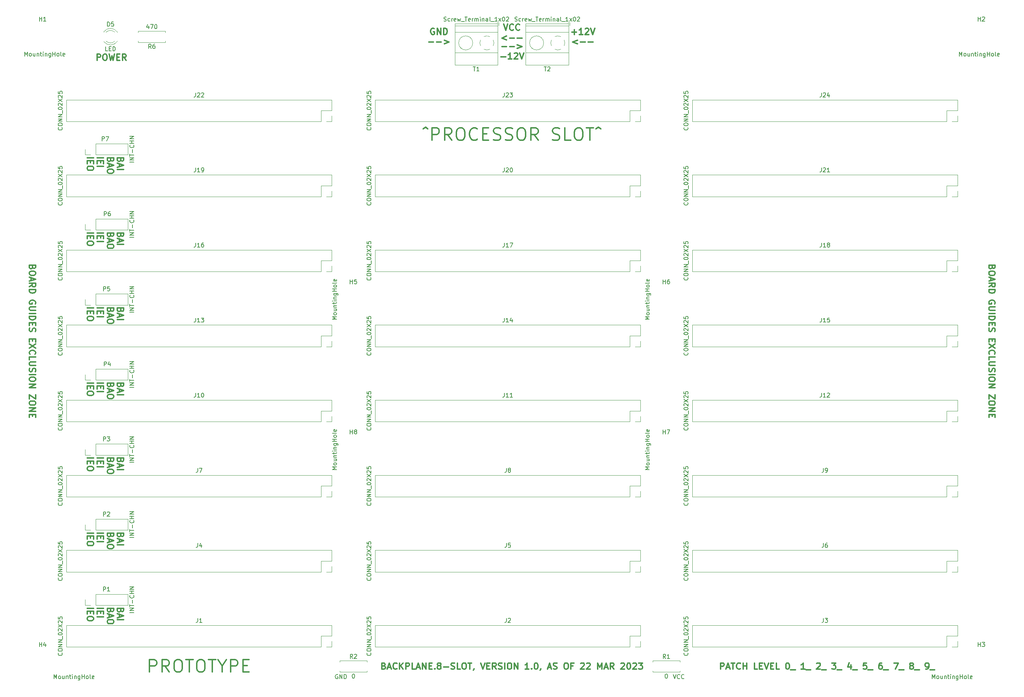
<source format=gbr>
%TF.GenerationSoftware,KiCad,Pcbnew,(6.0.11)*%
%TF.CreationDate,2023-08-30T13:08:58-04:00*%
%TF.ProjectId,backplane.8-slot,6261636b-706c-4616-9e65-2e382d736c6f,rev?*%
%TF.SameCoordinates,Original*%
%TF.FileFunction,Legend,Top*%
%TF.FilePolarity,Positive*%
%FSLAX46Y46*%
G04 Gerber Fmt 4.6, Leading zero omitted, Abs format (unit mm)*
G04 Created by KiCad (PCBNEW (6.0.11)) date 2023-08-30 13:08:58*
%MOMM*%
%LPD*%
G01*
G04 APERTURE LIST*
%ADD10C,0.300000*%
%ADD11C,0.150000*%
%ADD12C,0.120000*%
G04 APERTURE END LIST*
D10*
X58729642Y-122552142D02*
X58658214Y-122766428D01*
X58586785Y-122837857D01*
X58443928Y-122909285D01*
X58229642Y-122909285D01*
X58086785Y-122837857D01*
X58015357Y-122766428D01*
X57943928Y-122623571D01*
X57943928Y-122052142D01*
X59443928Y-122052142D01*
X59443928Y-122552142D01*
X59372500Y-122695000D01*
X59301071Y-122766428D01*
X59158214Y-122837857D01*
X59015357Y-122837857D01*
X58872500Y-122766428D01*
X58801071Y-122695000D01*
X58729642Y-122552142D01*
X58729642Y-122052142D01*
X58372500Y-123480714D02*
X58372500Y-124195000D01*
X57943928Y-123337857D02*
X59443928Y-123837857D01*
X57943928Y-124337857D01*
X57943928Y-124837857D02*
X59443928Y-124837857D01*
X56314642Y-122552142D02*
X56243214Y-122766428D01*
X56171785Y-122837857D01*
X56028928Y-122909285D01*
X55814642Y-122909285D01*
X55671785Y-122837857D01*
X55600357Y-122766428D01*
X55528928Y-122623571D01*
X55528928Y-122052142D01*
X57028928Y-122052142D01*
X57028928Y-122552142D01*
X56957500Y-122695000D01*
X56886071Y-122766428D01*
X56743214Y-122837857D01*
X56600357Y-122837857D01*
X56457500Y-122766428D01*
X56386071Y-122695000D01*
X56314642Y-122552142D01*
X56314642Y-122052142D01*
X55957500Y-123480714D02*
X55957500Y-124195000D01*
X55528928Y-123337857D02*
X57028928Y-123837857D01*
X55528928Y-124337857D01*
X57028928Y-125123571D02*
X57028928Y-125409285D01*
X56957500Y-125552142D01*
X56814642Y-125695000D01*
X56528928Y-125766428D01*
X56028928Y-125766428D01*
X55743214Y-125695000D01*
X55600357Y-125552142D01*
X55528928Y-125409285D01*
X55528928Y-125123571D01*
X55600357Y-124980714D01*
X55743214Y-124837857D01*
X56028928Y-124766428D01*
X56528928Y-124766428D01*
X56814642Y-124837857D01*
X56957500Y-124980714D01*
X57028928Y-125123571D01*
X53113928Y-122052142D02*
X54613928Y-122052142D01*
X53899642Y-122766428D02*
X53899642Y-123266428D01*
X53113928Y-123480714D02*
X53113928Y-122766428D01*
X54613928Y-122766428D01*
X54613928Y-123480714D01*
X53113928Y-124123571D02*
X54613928Y-124123571D01*
X50698928Y-122052142D02*
X52198928Y-122052142D01*
X51484642Y-122766428D02*
X51484642Y-123266428D01*
X50698928Y-123480714D02*
X50698928Y-122766428D01*
X52198928Y-122766428D01*
X52198928Y-123480714D01*
X52198928Y-124409285D02*
X52198928Y-124695000D01*
X52127500Y-124837857D01*
X51984642Y-124980714D01*
X51698928Y-125052142D01*
X51198928Y-125052142D01*
X50913214Y-124980714D01*
X50770357Y-124837857D01*
X50698928Y-124695000D01*
X50698928Y-124409285D01*
X50770357Y-124266428D01*
X50913214Y-124123571D01*
X51198928Y-124052142D01*
X51698928Y-124052142D01*
X51984642Y-124123571D01*
X52127500Y-124266428D01*
X52198928Y-124409285D01*
X58729642Y-140552142D02*
X58658214Y-140766428D01*
X58586785Y-140837857D01*
X58443928Y-140909285D01*
X58229642Y-140909285D01*
X58086785Y-140837857D01*
X58015357Y-140766428D01*
X57943928Y-140623571D01*
X57943928Y-140052142D01*
X59443928Y-140052142D01*
X59443928Y-140552142D01*
X59372500Y-140695000D01*
X59301071Y-140766428D01*
X59158214Y-140837857D01*
X59015357Y-140837857D01*
X58872500Y-140766428D01*
X58801071Y-140695000D01*
X58729642Y-140552142D01*
X58729642Y-140052142D01*
X58372500Y-141480714D02*
X58372500Y-142195000D01*
X57943928Y-141337857D02*
X59443928Y-141837857D01*
X57943928Y-142337857D01*
X57943928Y-142837857D02*
X59443928Y-142837857D01*
X56314642Y-140552142D02*
X56243214Y-140766428D01*
X56171785Y-140837857D01*
X56028928Y-140909285D01*
X55814642Y-140909285D01*
X55671785Y-140837857D01*
X55600357Y-140766428D01*
X55528928Y-140623571D01*
X55528928Y-140052142D01*
X57028928Y-140052142D01*
X57028928Y-140552142D01*
X56957500Y-140695000D01*
X56886071Y-140766428D01*
X56743214Y-140837857D01*
X56600357Y-140837857D01*
X56457500Y-140766428D01*
X56386071Y-140695000D01*
X56314642Y-140552142D01*
X56314642Y-140052142D01*
X55957500Y-141480714D02*
X55957500Y-142195000D01*
X55528928Y-141337857D02*
X57028928Y-141837857D01*
X55528928Y-142337857D01*
X57028928Y-143123571D02*
X57028928Y-143409285D01*
X56957500Y-143552142D01*
X56814642Y-143695000D01*
X56528928Y-143766428D01*
X56028928Y-143766428D01*
X55743214Y-143695000D01*
X55600357Y-143552142D01*
X55528928Y-143409285D01*
X55528928Y-143123571D01*
X55600357Y-142980714D01*
X55743214Y-142837857D01*
X56028928Y-142766428D01*
X56528928Y-142766428D01*
X56814642Y-142837857D01*
X56957500Y-142980714D01*
X57028928Y-143123571D01*
X53113928Y-140052142D02*
X54613928Y-140052142D01*
X53899642Y-140766428D02*
X53899642Y-141266428D01*
X53113928Y-141480714D02*
X53113928Y-140766428D01*
X54613928Y-140766428D01*
X54613928Y-141480714D01*
X53113928Y-142123571D02*
X54613928Y-142123571D01*
X50698928Y-140052142D02*
X52198928Y-140052142D01*
X51484642Y-140766428D02*
X51484642Y-141266428D01*
X50698928Y-141480714D02*
X50698928Y-140766428D01*
X52198928Y-140766428D01*
X52198928Y-141480714D01*
X52198928Y-142409285D02*
X52198928Y-142695000D01*
X52127500Y-142837857D01*
X51984642Y-142980714D01*
X51698928Y-143052142D01*
X51198928Y-143052142D01*
X50913214Y-142980714D01*
X50770357Y-142837857D01*
X50698928Y-142695000D01*
X50698928Y-142409285D01*
X50770357Y-142266428D01*
X50913214Y-142123571D01*
X51198928Y-142052142D01*
X51698928Y-142052142D01*
X51984642Y-142123571D01*
X52127500Y-142266428D01*
X52198928Y-142409285D01*
X58729642Y-158552142D02*
X58658214Y-158766428D01*
X58586785Y-158837857D01*
X58443928Y-158909285D01*
X58229642Y-158909285D01*
X58086785Y-158837857D01*
X58015357Y-158766428D01*
X57943928Y-158623571D01*
X57943928Y-158052142D01*
X59443928Y-158052142D01*
X59443928Y-158552142D01*
X59372500Y-158695000D01*
X59301071Y-158766428D01*
X59158214Y-158837857D01*
X59015357Y-158837857D01*
X58872500Y-158766428D01*
X58801071Y-158695000D01*
X58729642Y-158552142D01*
X58729642Y-158052142D01*
X58372500Y-159480714D02*
X58372500Y-160195000D01*
X57943928Y-159337857D02*
X59443928Y-159837857D01*
X57943928Y-160337857D01*
X57943928Y-160837857D02*
X59443928Y-160837857D01*
X56314642Y-158552142D02*
X56243214Y-158766428D01*
X56171785Y-158837857D01*
X56028928Y-158909285D01*
X55814642Y-158909285D01*
X55671785Y-158837857D01*
X55600357Y-158766428D01*
X55528928Y-158623571D01*
X55528928Y-158052142D01*
X57028928Y-158052142D01*
X57028928Y-158552142D01*
X56957500Y-158695000D01*
X56886071Y-158766428D01*
X56743214Y-158837857D01*
X56600357Y-158837857D01*
X56457500Y-158766428D01*
X56386071Y-158695000D01*
X56314642Y-158552142D01*
X56314642Y-158052142D01*
X55957500Y-159480714D02*
X55957500Y-160195000D01*
X55528928Y-159337857D02*
X57028928Y-159837857D01*
X55528928Y-160337857D01*
X57028928Y-161123571D02*
X57028928Y-161409285D01*
X56957500Y-161552142D01*
X56814642Y-161695000D01*
X56528928Y-161766428D01*
X56028928Y-161766428D01*
X55743214Y-161695000D01*
X55600357Y-161552142D01*
X55528928Y-161409285D01*
X55528928Y-161123571D01*
X55600357Y-160980714D01*
X55743214Y-160837857D01*
X56028928Y-160766428D01*
X56528928Y-160766428D01*
X56814642Y-160837857D01*
X56957500Y-160980714D01*
X57028928Y-161123571D01*
X53113928Y-158052142D02*
X54613928Y-158052142D01*
X53899642Y-158766428D02*
X53899642Y-159266428D01*
X53113928Y-159480714D02*
X53113928Y-158766428D01*
X54613928Y-158766428D01*
X54613928Y-159480714D01*
X53113928Y-160123571D02*
X54613928Y-160123571D01*
X50698928Y-158052142D02*
X52198928Y-158052142D01*
X51484642Y-158766428D02*
X51484642Y-159266428D01*
X50698928Y-159480714D02*
X50698928Y-158766428D01*
X52198928Y-158766428D01*
X52198928Y-159480714D01*
X52198928Y-160409285D02*
X52198928Y-160695000D01*
X52127500Y-160837857D01*
X51984642Y-160980714D01*
X51698928Y-161052142D01*
X51198928Y-161052142D01*
X50913214Y-160980714D01*
X50770357Y-160837857D01*
X50698928Y-160695000D01*
X50698928Y-160409285D01*
X50770357Y-160266428D01*
X50913214Y-160123571D01*
X51198928Y-160052142D01*
X51698928Y-160052142D01*
X51984642Y-160123571D01*
X52127500Y-160266428D01*
X52198928Y-160409285D01*
X58729642Y-176552142D02*
X58658214Y-176766428D01*
X58586785Y-176837857D01*
X58443928Y-176909285D01*
X58229642Y-176909285D01*
X58086785Y-176837857D01*
X58015357Y-176766428D01*
X57943928Y-176623571D01*
X57943928Y-176052142D01*
X59443928Y-176052142D01*
X59443928Y-176552142D01*
X59372500Y-176695000D01*
X59301071Y-176766428D01*
X59158214Y-176837857D01*
X59015357Y-176837857D01*
X58872500Y-176766428D01*
X58801071Y-176695000D01*
X58729642Y-176552142D01*
X58729642Y-176052142D01*
X58372500Y-177480714D02*
X58372500Y-178195000D01*
X57943928Y-177337857D02*
X59443928Y-177837857D01*
X57943928Y-178337857D01*
X57943928Y-178837857D02*
X59443928Y-178837857D01*
X56314642Y-176552142D02*
X56243214Y-176766428D01*
X56171785Y-176837857D01*
X56028928Y-176909285D01*
X55814642Y-176909285D01*
X55671785Y-176837857D01*
X55600357Y-176766428D01*
X55528928Y-176623571D01*
X55528928Y-176052142D01*
X57028928Y-176052142D01*
X57028928Y-176552142D01*
X56957500Y-176695000D01*
X56886071Y-176766428D01*
X56743214Y-176837857D01*
X56600357Y-176837857D01*
X56457500Y-176766428D01*
X56386071Y-176695000D01*
X56314642Y-176552142D01*
X56314642Y-176052142D01*
X55957500Y-177480714D02*
X55957500Y-178195000D01*
X55528928Y-177337857D02*
X57028928Y-177837857D01*
X55528928Y-178337857D01*
X57028928Y-179123571D02*
X57028928Y-179409285D01*
X56957500Y-179552142D01*
X56814642Y-179695000D01*
X56528928Y-179766428D01*
X56028928Y-179766428D01*
X55743214Y-179695000D01*
X55600357Y-179552142D01*
X55528928Y-179409285D01*
X55528928Y-179123571D01*
X55600357Y-178980714D01*
X55743214Y-178837857D01*
X56028928Y-178766428D01*
X56528928Y-178766428D01*
X56814642Y-178837857D01*
X56957500Y-178980714D01*
X57028928Y-179123571D01*
X53113928Y-176052142D02*
X54613928Y-176052142D01*
X53899642Y-176766428D02*
X53899642Y-177266428D01*
X53113928Y-177480714D02*
X53113928Y-176766428D01*
X54613928Y-176766428D01*
X54613928Y-177480714D01*
X53113928Y-178123571D02*
X54613928Y-178123571D01*
X50698928Y-176052142D02*
X52198928Y-176052142D01*
X51484642Y-176766428D02*
X51484642Y-177266428D01*
X50698928Y-177480714D02*
X50698928Y-176766428D01*
X52198928Y-176766428D01*
X52198928Y-177480714D01*
X52198928Y-178409285D02*
X52198928Y-178695000D01*
X52127500Y-178837857D01*
X51984642Y-178980714D01*
X51698928Y-179052142D01*
X51198928Y-179052142D01*
X50913214Y-178980714D01*
X50770357Y-178837857D01*
X50698928Y-178695000D01*
X50698928Y-178409285D01*
X50770357Y-178266428D01*
X50913214Y-178123571D01*
X51198928Y-178052142D01*
X51698928Y-178052142D01*
X51984642Y-178123571D01*
X52127500Y-178266428D01*
X52198928Y-178409285D01*
X58729642Y-194552142D02*
X58658214Y-194766428D01*
X58586785Y-194837857D01*
X58443928Y-194909285D01*
X58229642Y-194909285D01*
X58086785Y-194837857D01*
X58015357Y-194766428D01*
X57943928Y-194623571D01*
X57943928Y-194052142D01*
X59443928Y-194052142D01*
X59443928Y-194552142D01*
X59372500Y-194695000D01*
X59301071Y-194766428D01*
X59158214Y-194837857D01*
X59015357Y-194837857D01*
X58872500Y-194766428D01*
X58801071Y-194695000D01*
X58729642Y-194552142D01*
X58729642Y-194052142D01*
X58372500Y-195480714D02*
X58372500Y-196195000D01*
X57943928Y-195337857D02*
X59443928Y-195837857D01*
X57943928Y-196337857D01*
X57943928Y-196837857D02*
X59443928Y-196837857D01*
X56314642Y-194552142D02*
X56243214Y-194766428D01*
X56171785Y-194837857D01*
X56028928Y-194909285D01*
X55814642Y-194909285D01*
X55671785Y-194837857D01*
X55600357Y-194766428D01*
X55528928Y-194623571D01*
X55528928Y-194052142D01*
X57028928Y-194052142D01*
X57028928Y-194552142D01*
X56957500Y-194695000D01*
X56886071Y-194766428D01*
X56743214Y-194837857D01*
X56600357Y-194837857D01*
X56457500Y-194766428D01*
X56386071Y-194695000D01*
X56314642Y-194552142D01*
X56314642Y-194052142D01*
X55957500Y-195480714D02*
X55957500Y-196195000D01*
X55528928Y-195337857D02*
X57028928Y-195837857D01*
X55528928Y-196337857D01*
X57028928Y-197123571D02*
X57028928Y-197409285D01*
X56957500Y-197552142D01*
X56814642Y-197695000D01*
X56528928Y-197766428D01*
X56028928Y-197766428D01*
X55743214Y-197695000D01*
X55600357Y-197552142D01*
X55528928Y-197409285D01*
X55528928Y-197123571D01*
X55600357Y-196980714D01*
X55743214Y-196837857D01*
X56028928Y-196766428D01*
X56528928Y-196766428D01*
X56814642Y-196837857D01*
X56957500Y-196980714D01*
X57028928Y-197123571D01*
X53113928Y-194052142D02*
X54613928Y-194052142D01*
X53899642Y-194766428D02*
X53899642Y-195266428D01*
X53113928Y-195480714D02*
X53113928Y-194766428D01*
X54613928Y-194766428D01*
X54613928Y-195480714D01*
X53113928Y-196123571D02*
X54613928Y-196123571D01*
X50698928Y-194052142D02*
X52198928Y-194052142D01*
X51484642Y-194766428D02*
X51484642Y-195266428D01*
X50698928Y-195480714D02*
X50698928Y-194766428D01*
X52198928Y-194766428D01*
X52198928Y-195480714D01*
X52198928Y-196409285D02*
X52198928Y-196695000D01*
X52127500Y-196837857D01*
X51984642Y-196980714D01*
X51698928Y-197052142D01*
X51198928Y-197052142D01*
X50913214Y-196980714D01*
X50770357Y-196837857D01*
X50698928Y-196695000D01*
X50698928Y-196409285D01*
X50770357Y-196266428D01*
X50913214Y-196123571D01*
X51198928Y-196052142D01*
X51698928Y-196052142D01*
X51984642Y-196123571D01*
X52127500Y-196266428D01*
X52198928Y-196409285D01*
X58729642Y-212552142D02*
X58658214Y-212766428D01*
X58586785Y-212837857D01*
X58443928Y-212909285D01*
X58229642Y-212909285D01*
X58086785Y-212837857D01*
X58015357Y-212766428D01*
X57943928Y-212623571D01*
X57943928Y-212052142D01*
X59443928Y-212052142D01*
X59443928Y-212552142D01*
X59372500Y-212695000D01*
X59301071Y-212766428D01*
X59158214Y-212837857D01*
X59015357Y-212837857D01*
X58872500Y-212766428D01*
X58801071Y-212695000D01*
X58729642Y-212552142D01*
X58729642Y-212052142D01*
X58372500Y-213480714D02*
X58372500Y-214195000D01*
X57943928Y-213337857D02*
X59443928Y-213837857D01*
X57943928Y-214337857D01*
X57943928Y-214837857D02*
X59443928Y-214837857D01*
X56314642Y-212552142D02*
X56243214Y-212766428D01*
X56171785Y-212837857D01*
X56028928Y-212909285D01*
X55814642Y-212909285D01*
X55671785Y-212837857D01*
X55600357Y-212766428D01*
X55528928Y-212623571D01*
X55528928Y-212052142D01*
X57028928Y-212052142D01*
X57028928Y-212552142D01*
X56957500Y-212695000D01*
X56886071Y-212766428D01*
X56743214Y-212837857D01*
X56600357Y-212837857D01*
X56457500Y-212766428D01*
X56386071Y-212695000D01*
X56314642Y-212552142D01*
X56314642Y-212052142D01*
X55957500Y-213480714D02*
X55957500Y-214195000D01*
X55528928Y-213337857D02*
X57028928Y-213837857D01*
X55528928Y-214337857D01*
X57028928Y-215123571D02*
X57028928Y-215409285D01*
X56957500Y-215552142D01*
X56814642Y-215695000D01*
X56528928Y-215766428D01*
X56028928Y-215766428D01*
X55743214Y-215695000D01*
X55600357Y-215552142D01*
X55528928Y-215409285D01*
X55528928Y-215123571D01*
X55600357Y-214980714D01*
X55743214Y-214837857D01*
X56028928Y-214766428D01*
X56528928Y-214766428D01*
X56814642Y-214837857D01*
X56957500Y-214980714D01*
X57028928Y-215123571D01*
X53113928Y-212052142D02*
X54613928Y-212052142D01*
X53899642Y-212766428D02*
X53899642Y-213266428D01*
X53113928Y-213480714D02*
X53113928Y-212766428D01*
X54613928Y-212766428D01*
X54613928Y-213480714D01*
X53113928Y-214123571D02*
X54613928Y-214123571D01*
X50698928Y-212052142D02*
X52198928Y-212052142D01*
X51484642Y-212766428D02*
X51484642Y-213266428D01*
X50698928Y-213480714D02*
X50698928Y-212766428D01*
X52198928Y-212766428D01*
X52198928Y-213480714D01*
X52198928Y-214409285D02*
X52198928Y-214695000D01*
X52127500Y-214837857D01*
X51984642Y-214980714D01*
X51698928Y-215052142D01*
X51198928Y-215052142D01*
X50913214Y-214980714D01*
X50770357Y-214837857D01*
X50698928Y-214695000D01*
X50698928Y-214409285D01*
X50770357Y-214266428D01*
X50913214Y-214123571D01*
X51198928Y-214052142D01*
X51698928Y-214052142D01*
X51984642Y-214123571D01*
X52127500Y-214266428D01*
X52198928Y-214409285D01*
X121785714Y-225892857D02*
X122000000Y-225964285D01*
X122071428Y-226035714D01*
X122142857Y-226178571D01*
X122142857Y-226392857D01*
X122071428Y-226535714D01*
X122000000Y-226607142D01*
X121857142Y-226678571D01*
X121285714Y-226678571D01*
X121285714Y-225178571D01*
X121785714Y-225178571D01*
X121928571Y-225250000D01*
X122000000Y-225321428D01*
X122071428Y-225464285D01*
X122071428Y-225607142D01*
X122000000Y-225750000D01*
X121928571Y-225821428D01*
X121785714Y-225892857D01*
X121285714Y-225892857D01*
X122714285Y-226250000D02*
X123428571Y-226250000D01*
X122571428Y-226678571D02*
X123071428Y-225178571D01*
X123571428Y-226678571D01*
X124928571Y-226535714D02*
X124857142Y-226607142D01*
X124642857Y-226678571D01*
X124500000Y-226678571D01*
X124285714Y-226607142D01*
X124142857Y-226464285D01*
X124071428Y-226321428D01*
X124000000Y-226035714D01*
X124000000Y-225821428D01*
X124071428Y-225535714D01*
X124142857Y-225392857D01*
X124285714Y-225250000D01*
X124500000Y-225178571D01*
X124642857Y-225178571D01*
X124857142Y-225250000D01*
X124928571Y-225321428D01*
X125571428Y-226678571D02*
X125571428Y-225178571D01*
X126428571Y-226678571D02*
X125785714Y-225821428D01*
X126428571Y-225178571D02*
X125571428Y-226035714D01*
X127071428Y-226678571D02*
X127071428Y-225178571D01*
X127642857Y-225178571D01*
X127785714Y-225250000D01*
X127857142Y-225321428D01*
X127928571Y-225464285D01*
X127928571Y-225678571D01*
X127857142Y-225821428D01*
X127785714Y-225892857D01*
X127642857Y-225964285D01*
X127071428Y-225964285D01*
X129285714Y-226678571D02*
X128571428Y-226678571D01*
X128571428Y-225178571D01*
X129714285Y-226250000D02*
X130428571Y-226250000D01*
X129571428Y-226678571D02*
X130071428Y-225178571D01*
X130571428Y-226678571D01*
X131071428Y-226678571D02*
X131071428Y-225178571D01*
X131928571Y-226678571D01*
X131928571Y-225178571D01*
X132642857Y-225892857D02*
X133142857Y-225892857D01*
X133357142Y-226678571D02*
X132642857Y-226678571D01*
X132642857Y-225178571D01*
X133357142Y-225178571D01*
X134000000Y-226535714D02*
X134071428Y-226607142D01*
X134000000Y-226678571D01*
X133928571Y-226607142D01*
X134000000Y-226535714D01*
X134000000Y-226678571D01*
X134928571Y-225821428D02*
X134785714Y-225750000D01*
X134714285Y-225678571D01*
X134642857Y-225535714D01*
X134642857Y-225464285D01*
X134714285Y-225321428D01*
X134785714Y-225250000D01*
X134928571Y-225178571D01*
X135214285Y-225178571D01*
X135357142Y-225250000D01*
X135428571Y-225321428D01*
X135500000Y-225464285D01*
X135500000Y-225535714D01*
X135428571Y-225678571D01*
X135357142Y-225750000D01*
X135214285Y-225821428D01*
X134928571Y-225821428D01*
X134785714Y-225892857D01*
X134714285Y-225964285D01*
X134642857Y-226107142D01*
X134642857Y-226392857D01*
X134714285Y-226535714D01*
X134785714Y-226607142D01*
X134928571Y-226678571D01*
X135214285Y-226678571D01*
X135357142Y-226607142D01*
X135428571Y-226535714D01*
X135500000Y-226392857D01*
X135500000Y-226107142D01*
X135428571Y-225964285D01*
X135357142Y-225892857D01*
X135214285Y-225821428D01*
X136142857Y-226107142D02*
X137285714Y-226107142D01*
X137928571Y-226607142D02*
X138142857Y-226678571D01*
X138500000Y-226678571D01*
X138642857Y-226607142D01*
X138714285Y-226535714D01*
X138785714Y-226392857D01*
X138785714Y-226250000D01*
X138714285Y-226107142D01*
X138642857Y-226035714D01*
X138500000Y-225964285D01*
X138214285Y-225892857D01*
X138071428Y-225821428D01*
X138000000Y-225750000D01*
X137928571Y-225607142D01*
X137928571Y-225464285D01*
X138000000Y-225321428D01*
X138071428Y-225250000D01*
X138214285Y-225178571D01*
X138571428Y-225178571D01*
X138785714Y-225250000D01*
X140142857Y-226678571D02*
X139428571Y-226678571D01*
X139428571Y-225178571D01*
X140928571Y-225178571D02*
X141214285Y-225178571D01*
X141357142Y-225250000D01*
X141500000Y-225392857D01*
X141571428Y-225678571D01*
X141571428Y-226178571D01*
X141500000Y-226464285D01*
X141357142Y-226607142D01*
X141214285Y-226678571D01*
X140928571Y-226678571D01*
X140785714Y-226607142D01*
X140642857Y-226464285D01*
X140571428Y-226178571D01*
X140571428Y-225678571D01*
X140642857Y-225392857D01*
X140785714Y-225250000D01*
X140928571Y-225178571D01*
X142000000Y-225178571D02*
X142857142Y-225178571D01*
X142428571Y-226678571D02*
X142428571Y-225178571D01*
X143428571Y-226607142D02*
X143428571Y-226678571D01*
X143357142Y-226821428D01*
X143285714Y-226892857D01*
X145000000Y-225178571D02*
X145500000Y-226678571D01*
X146000000Y-225178571D01*
X146500000Y-225892857D02*
X147000000Y-225892857D01*
X147214285Y-226678571D02*
X146500000Y-226678571D01*
X146500000Y-225178571D01*
X147214285Y-225178571D01*
X148714285Y-226678571D02*
X148214285Y-225964285D01*
X147857142Y-226678571D02*
X147857142Y-225178571D01*
X148428571Y-225178571D01*
X148571428Y-225250000D01*
X148642857Y-225321428D01*
X148714285Y-225464285D01*
X148714285Y-225678571D01*
X148642857Y-225821428D01*
X148571428Y-225892857D01*
X148428571Y-225964285D01*
X147857142Y-225964285D01*
X149285714Y-226607142D02*
X149500000Y-226678571D01*
X149857142Y-226678571D01*
X150000000Y-226607142D01*
X150071428Y-226535714D01*
X150142857Y-226392857D01*
X150142857Y-226250000D01*
X150071428Y-226107142D01*
X150000000Y-226035714D01*
X149857142Y-225964285D01*
X149571428Y-225892857D01*
X149428571Y-225821428D01*
X149357142Y-225750000D01*
X149285714Y-225607142D01*
X149285714Y-225464285D01*
X149357142Y-225321428D01*
X149428571Y-225250000D01*
X149571428Y-225178571D01*
X149928571Y-225178571D01*
X150142857Y-225250000D01*
X150785714Y-226678571D02*
X150785714Y-225178571D01*
X151785714Y-225178571D02*
X152071428Y-225178571D01*
X152214285Y-225250000D01*
X152357142Y-225392857D01*
X152428571Y-225678571D01*
X152428571Y-226178571D01*
X152357142Y-226464285D01*
X152214285Y-226607142D01*
X152071428Y-226678571D01*
X151785714Y-226678571D01*
X151642857Y-226607142D01*
X151500000Y-226464285D01*
X151428571Y-226178571D01*
X151428571Y-225678571D01*
X151500000Y-225392857D01*
X151642857Y-225250000D01*
X151785714Y-225178571D01*
X153071428Y-226678571D02*
X153071428Y-225178571D01*
X153928571Y-226678571D01*
X153928571Y-225178571D01*
X156571428Y-226678571D02*
X155714285Y-226678571D01*
X156142857Y-226678571D02*
X156142857Y-225178571D01*
X156000000Y-225392857D01*
X155857142Y-225535714D01*
X155714285Y-225607142D01*
X157214285Y-226535714D02*
X157285714Y-226607142D01*
X157214285Y-226678571D01*
X157142857Y-226607142D01*
X157214285Y-226535714D01*
X157214285Y-226678571D01*
X158214285Y-225178571D02*
X158357142Y-225178571D01*
X158500000Y-225250000D01*
X158571428Y-225321428D01*
X158642857Y-225464285D01*
X158714285Y-225750000D01*
X158714285Y-226107142D01*
X158642857Y-226392857D01*
X158571428Y-226535714D01*
X158500000Y-226607142D01*
X158357142Y-226678571D01*
X158214285Y-226678571D01*
X158071428Y-226607142D01*
X158000000Y-226535714D01*
X157928571Y-226392857D01*
X157857142Y-226107142D01*
X157857142Y-225750000D01*
X157928571Y-225464285D01*
X158000000Y-225321428D01*
X158071428Y-225250000D01*
X158214285Y-225178571D01*
X159428571Y-226607142D02*
X159428571Y-226678571D01*
X159357142Y-226821428D01*
X159285714Y-226892857D01*
X161142857Y-226250000D02*
X161857142Y-226250000D01*
X161000000Y-226678571D02*
X161500000Y-225178571D01*
X162000000Y-226678571D01*
X162428571Y-226607142D02*
X162642857Y-226678571D01*
X163000000Y-226678571D01*
X163142857Y-226607142D01*
X163214285Y-226535714D01*
X163285714Y-226392857D01*
X163285714Y-226250000D01*
X163214285Y-226107142D01*
X163142857Y-226035714D01*
X163000000Y-225964285D01*
X162714285Y-225892857D01*
X162571428Y-225821428D01*
X162500000Y-225750000D01*
X162428571Y-225607142D01*
X162428571Y-225464285D01*
X162500000Y-225321428D01*
X162571428Y-225250000D01*
X162714285Y-225178571D01*
X163071428Y-225178571D01*
X163285714Y-225250000D01*
X165357142Y-225178571D02*
X165642857Y-225178571D01*
X165785714Y-225250000D01*
X165928571Y-225392857D01*
X166000000Y-225678571D01*
X166000000Y-226178571D01*
X165928571Y-226464285D01*
X165785714Y-226607142D01*
X165642857Y-226678571D01*
X165357142Y-226678571D01*
X165214285Y-226607142D01*
X165071428Y-226464285D01*
X165000000Y-226178571D01*
X165000000Y-225678571D01*
X165071428Y-225392857D01*
X165214285Y-225250000D01*
X165357142Y-225178571D01*
X167142857Y-225892857D02*
X166642857Y-225892857D01*
X166642857Y-226678571D02*
X166642857Y-225178571D01*
X167357142Y-225178571D01*
X169000000Y-225321428D02*
X169071428Y-225250000D01*
X169214285Y-225178571D01*
X169571428Y-225178571D01*
X169714285Y-225250000D01*
X169785714Y-225321428D01*
X169857142Y-225464285D01*
X169857142Y-225607142D01*
X169785714Y-225821428D01*
X168928571Y-226678571D01*
X169857142Y-226678571D01*
X170428571Y-225321428D02*
X170500000Y-225250000D01*
X170642857Y-225178571D01*
X171000000Y-225178571D01*
X171142857Y-225250000D01*
X171214285Y-225321428D01*
X171285714Y-225464285D01*
X171285714Y-225607142D01*
X171214285Y-225821428D01*
X170357142Y-226678571D01*
X171285714Y-226678571D01*
X173071428Y-226678571D02*
X173071428Y-225178571D01*
X173571428Y-226250000D01*
X174071428Y-225178571D01*
X174071428Y-226678571D01*
X174714285Y-226250000D02*
X175428571Y-226250000D01*
X174571428Y-226678571D02*
X175071428Y-225178571D01*
X175571428Y-226678571D01*
X176928571Y-226678571D02*
X176428571Y-225964285D01*
X176071428Y-226678571D02*
X176071428Y-225178571D01*
X176642857Y-225178571D01*
X176785714Y-225250000D01*
X176857142Y-225321428D01*
X176928571Y-225464285D01*
X176928571Y-225678571D01*
X176857142Y-225821428D01*
X176785714Y-225892857D01*
X176642857Y-225964285D01*
X176071428Y-225964285D01*
X178642857Y-225321428D02*
X178714285Y-225250000D01*
X178857142Y-225178571D01*
X179214285Y-225178571D01*
X179357142Y-225250000D01*
X179428571Y-225321428D01*
X179500000Y-225464285D01*
X179500000Y-225607142D01*
X179428571Y-225821428D01*
X178571428Y-226678571D01*
X179500000Y-226678571D01*
X180428571Y-225178571D02*
X180571428Y-225178571D01*
X180714285Y-225250000D01*
X180785714Y-225321428D01*
X180857142Y-225464285D01*
X180928571Y-225750000D01*
X180928571Y-226107142D01*
X180857142Y-226392857D01*
X180785714Y-226535714D01*
X180714285Y-226607142D01*
X180571428Y-226678571D01*
X180428571Y-226678571D01*
X180285714Y-226607142D01*
X180214285Y-226535714D01*
X180142857Y-226392857D01*
X180071428Y-226107142D01*
X180071428Y-225750000D01*
X180142857Y-225464285D01*
X180214285Y-225321428D01*
X180285714Y-225250000D01*
X180428571Y-225178571D01*
X181500000Y-225321428D02*
X181571428Y-225250000D01*
X181714285Y-225178571D01*
X182071428Y-225178571D01*
X182214285Y-225250000D01*
X182285714Y-225321428D01*
X182357142Y-225464285D01*
X182357142Y-225607142D01*
X182285714Y-225821428D01*
X181428571Y-226678571D01*
X182357142Y-226678571D01*
X182857142Y-225178571D02*
X183785714Y-225178571D01*
X183285714Y-225750000D01*
X183500000Y-225750000D01*
X183642857Y-225821428D01*
X183714285Y-225892857D01*
X183785714Y-226035714D01*
X183785714Y-226392857D01*
X183714285Y-226535714D01*
X183642857Y-226607142D01*
X183500000Y-226678571D01*
X183071428Y-226678571D01*
X182928571Y-226607142D01*
X182857142Y-226535714D01*
X267607142Y-130285714D02*
X267535714Y-130500000D01*
X267464285Y-130571428D01*
X267321428Y-130642857D01*
X267107142Y-130642857D01*
X266964285Y-130571428D01*
X266892857Y-130500000D01*
X266821428Y-130357142D01*
X266821428Y-129785714D01*
X268321428Y-129785714D01*
X268321428Y-130285714D01*
X268250000Y-130428571D01*
X268178571Y-130500000D01*
X268035714Y-130571428D01*
X267892857Y-130571428D01*
X267750000Y-130500000D01*
X267678571Y-130428571D01*
X267607142Y-130285714D01*
X267607142Y-129785714D01*
X268321428Y-131571428D02*
X268321428Y-131857142D01*
X268250000Y-132000000D01*
X268107142Y-132142857D01*
X267821428Y-132214285D01*
X267321428Y-132214285D01*
X267035714Y-132142857D01*
X266892857Y-132000000D01*
X266821428Y-131857142D01*
X266821428Y-131571428D01*
X266892857Y-131428571D01*
X267035714Y-131285714D01*
X267321428Y-131214285D01*
X267821428Y-131214285D01*
X268107142Y-131285714D01*
X268250000Y-131428571D01*
X268321428Y-131571428D01*
X267250000Y-132785714D02*
X267250000Y-133500000D01*
X266821428Y-132642857D02*
X268321428Y-133142857D01*
X266821428Y-133642857D01*
X266821428Y-135000000D02*
X267535714Y-134500000D01*
X266821428Y-134142857D02*
X268321428Y-134142857D01*
X268321428Y-134714285D01*
X268250000Y-134857142D01*
X268178571Y-134928571D01*
X268035714Y-135000000D01*
X267821428Y-135000000D01*
X267678571Y-134928571D01*
X267607142Y-134857142D01*
X267535714Y-134714285D01*
X267535714Y-134142857D01*
X266821428Y-135642857D02*
X268321428Y-135642857D01*
X268321428Y-136000000D01*
X268250000Y-136214285D01*
X268107142Y-136357142D01*
X267964285Y-136428571D01*
X267678571Y-136500000D01*
X267464285Y-136500000D01*
X267178571Y-136428571D01*
X267035714Y-136357142D01*
X266892857Y-136214285D01*
X266821428Y-136000000D01*
X266821428Y-135642857D01*
X268250000Y-139071428D02*
X268321428Y-138928571D01*
X268321428Y-138714285D01*
X268250000Y-138500000D01*
X268107142Y-138357142D01*
X267964285Y-138285714D01*
X267678571Y-138214285D01*
X267464285Y-138214285D01*
X267178571Y-138285714D01*
X267035714Y-138357142D01*
X266892857Y-138500000D01*
X266821428Y-138714285D01*
X266821428Y-138857142D01*
X266892857Y-139071428D01*
X266964285Y-139142857D01*
X267464285Y-139142857D01*
X267464285Y-138857142D01*
X268321428Y-139785714D02*
X267107142Y-139785714D01*
X266964285Y-139857142D01*
X266892857Y-139928571D01*
X266821428Y-140071428D01*
X266821428Y-140357142D01*
X266892857Y-140500000D01*
X266964285Y-140571428D01*
X267107142Y-140642857D01*
X268321428Y-140642857D01*
X266821428Y-141357142D02*
X268321428Y-141357142D01*
X266821428Y-142071428D02*
X268321428Y-142071428D01*
X268321428Y-142428571D01*
X268250000Y-142642857D01*
X268107142Y-142785714D01*
X267964285Y-142857142D01*
X267678571Y-142928571D01*
X267464285Y-142928571D01*
X267178571Y-142857142D01*
X267035714Y-142785714D01*
X266892857Y-142642857D01*
X266821428Y-142428571D01*
X266821428Y-142071428D01*
X267607142Y-143571428D02*
X267607142Y-144071428D01*
X266821428Y-144285714D02*
X266821428Y-143571428D01*
X268321428Y-143571428D01*
X268321428Y-144285714D01*
X266892857Y-144857142D02*
X266821428Y-145071428D01*
X266821428Y-145428571D01*
X266892857Y-145571428D01*
X266964285Y-145642857D01*
X267107142Y-145714285D01*
X267250000Y-145714285D01*
X267392857Y-145642857D01*
X267464285Y-145571428D01*
X267535714Y-145428571D01*
X267607142Y-145142857D01*
X267678571Y-145000000D01*
X267750000Y-144928571D01*
X267892857Y-144857142D01*
X268035714Y-144857142D01*
X268178571Y-144928571D01*
X268250000Y-145000000D01*
X268321428Y-145142857D01*
X268321428Y-145500000D01*
X268250000Y-145714285D01*
X267607142Y-147500000D02*
X267607142Y-148000000D01*
X266821428Y-148214285D02*
X266821428Y-147500000D01*
X268321428Y-147500000D01*
X268321428Y-148214285D01*
X268321428Y-148714285D02*
X266821428Y-149714285D01*
X268321428Y-149714285D02*
X266821428Y-148714285D01*
X266964285Y-151142857D02*
X266892857Y-151071428D01*
X266821428Y-150857142D01*
X266821428Y-150714285D01*
X266892857Y-150500000D01*
X267035714Y-150357142D01*
X267178571Y-150285714D01*
X267464285Y-150214285D01*
X267678571Y-150214285D01*
X267964285Y-150285714D01*
X268107142Y-150357142D01*
X268250000Y-150500000D01*
X268321428Y-150714285D01*
X268321428Y-150857142D01*
X268250000Y-151071428D01*
X268178571Y-151142857D01*
X266821428Y-152500000D02*
X266821428Y-151785714D01*
X268321428Y-151785714D01*
X268321428Y-153000000D02*
X267107142Y-153000000D01*
X266964285Y-153071428D01*
X266892857Y-153142857D01*
X266821428Y-153285714D01*
X266821428Y-153571428D01*
X266892857Y-153714285D01*
X266964285Y-153785714D01*
X267107142Y-153857142D01*
X268321428Y-153857142D01*
X266892857Y-154500000D02*
X266821428Y-154714285D01*
X266821428Y-155071428D01*
X266892857Y-155214285D01*
X266964285Y-155285714D01*
X267107142Y-155357142D01*
X267250000Y-155357142D01*
X267392857Y-155285714D01*
X267464285Y-155214285D01*
X267535714Y-155071428D01*
X267607142Y-154785714D01*
X267678571Y-154642857D01*
X267750000Y-154571428D01*
X267892857Y-154500000D01*
X268035714Y-154500000D01*
X268178571Y-154571428D01*
X268250000Y-154642857D01*
X268321428Y-154785714D01*
X268321428Y-155142857D01*
X268250000Y-155357142D01*
X266821428Y-156000000D02*
X268321428Y-156000000D01*
X268321428Y-157000000D02*
X268321428Y-157285714D01*
X268250000Y-157428571D01*
X268107142Y-157571428D01*
X267821428Y-157642857D01*
X267321428Y-157642857D01*
X267035714Y-157571428D01*
X266892857Y-157428571D01*
X266821428Y-157285714D01*
X266821428Y-157000000D01*
X266892857Y-156857142D01*
X267035714Y-156714285D01*
X267321428Y-156642857D01*
X267821428Y-156642857D01*
X268107142Y-156714285D01*
X268250000Y-156857142D01*
X268321428Y-157000000D01*
X266821428Y-158285714D02*
X268321428Y-158285714D01*
X266821428Y-159142857D01*
X268321428Y-159142857D01*
X268321428Y-160857142D02*
X268321428Y-161857142D01*
X266821428Y-160857142D01*
X266821428Y-161857142D01*
X268321428Y-162714285D02*
X268321428Y-163000000D01*
X268250000Y-163142857D01*
X268107142Y-163285714D01*
X267821428Y-163357142D01*
X267321428Y-163357142D01*
X267035714Y-163285714D01*
X266892857Y-163142857D01*
X266821428Y-163000000D01*
X266821428Y-162714285D01*
X266892857Y-162571428D01*
X267035714Y-162428571D01*
X267321428Y-162357142D01*
X267821428Y-162357142D01*
X268107142Y-162428571D01*
X268250000Y-162571428D01*
X268321428Y-162714285D01*
X266821428Y-164000000D02*
X268321428Y-164000000D01*
X266821428Y-164857142D01*
X268321428Y-164857142D01*
X267607142Y-165571428D02*
X267607142Y-166071428D01*
X266821428Y-166285714D02*
X266821428Y-165571428D01*
X268321428Y-165571428D01*
X268321428Y-166285714D01*
X58729642Y-104552142D02*
X58658214Y-104766428D01*
X58586785Y-104837857D01*
X58443928Y-104909285D01*
X58229642Y-104909285D01*
X58086785Y-104837857D01*
X58015357Y-104766428D01*
X57943928Y-104623571D01*
X57943928Y-104052142D01*
X59443928Y-104052142D01*
X59443928Y-104552142D01*
X59372500Y-104695000D01*
X59301071Y-104766428D01*
X59158214Y-104837857D01*
X59015357Y-104837857D01*
X58872500Y-104766428D01*
X58801071Y-104695000D01*
X58729642Y-104552142D01*
X58729642Y-104052142D01*
X58372500Y-105480714D02*
X58372500Y-106195000D01*
X57943928Y-105337857D02*
X59443928Y-105837857D01*
X57943928Y-106337857D01*
X57943928Y-106837857D02*
X59443928Y-106837857D01*
X56314642Y-104552142D02*
X56243214Y-104766428D01*
X56171785Y-104837857D01*
X56028928Y-104909285D01*
X55814642Y-104909285D01*
X55671785Y-104837857D01*
X55600357Y-104766428D01*
X55528928Y-104623571D01*
X55528928Y-104052142D01*
X57028928Y-104052142D01*
X57028928Y-104552142D01*
X56957500Y-104695000D01*
X56886071Y-104766428D01*
X56743214Y-104837857D01*
X56600357Y-104837857D01*
X56457500Y-104766428D01*
X56386071Y-104695000D01*
X56314642Y-104552142D01*
X56314642Y-104052142D01*
X55957500Y-105480714D02*
X55957500Y-106195000D01*
X55528928Y-105337857D02*
X57028928Y-105837857D01*
X55528928Y-106337857D01*
X57028928Y-107123571D02*
X57028928Y-107409285D01*
X56957500Y-107552142D01*
X56814642Y-107695000D01*
X56528928Y-107766428D01*
X56028928Y-107766428D01*
X55743214Y-107695000D01*
X55600357Y-107552142D01*
X55528928Y-107409285D01*
X55528928Y-107123571D01*
X55600357Y-106980714D01*
X55743214Y-106837857D01*
X56028928Y-106766428D01*
X56528928Y-106766428D01*
X56814642Y-106837857D01*
X56957500Y-106980714D01*
X57028928Y-107123571D01*
X53113928Y-104052142D02*
X54613928Y-104052142D01*
X53899642Y-104766428D02*
X53899642Y-105266428D01*
X53113928Y-105480714D02*
X53113928Y-104766428D01*
X54613928Y-104766428D01*
X54613928Y-105480714D01*
X53113928Y-106123571D02*
X54613928Y-106123571D01*
X50698928Y-104052142D02*
X52198928Y-104052142D01*
X51484642Y-104766428D02*
X51484642Y-105266428D01*
X50698928Y-105480714D02*
X50698928Y-104766428D01*
X52198928Y-104766428D01*
X52198928Y-105480714D01*
X52198928Y-106409285D02*
X52198928Y-106695000D01*
X52127500Y-106837857D01*
X51984642Y-106980714D01*
X51698928Y-107052142D01*
X51198928Y-107052142D01*
X50913214Y-106980714D01*
X50770357Y-106837857D01*
X50698928Y-106695000D01*
X50698928Y-106409285D01*
X50770357Y-106266428D01*
X50913214Y-106123571D01*
X51198928Y-106052142D01*
X51698928Y-106052142D01*
X51984642Y-106123571D01*
X52127500Y-106266428D01*
X52198928Y-106409285D01*
X37607142Y-130285714D02*
X37535714Y-130500000D01*
X37464285Y-130571428D01*
X37321428Y-130642857D01*
X37107142Y-130642857D01*
X36964285Y-130571428D01*
X36892857Y-130500000D01*
X36821428Y-130357142D01*
X36821428Y-129785714D01*
X38321428Y-129785714D01*
X38321428Y-130285714D01*
X38250000Y-130428571D01*
X38178571Y-130500000D01*
X38035714Y-130571428D01*
X37892857Y-130571428D01*
X37750000Y-130500000D01*
X37678571Y-130428571D01*
X37607142Y-130285714D01*
X37607142Y-129785714D01*
X38321428Y-131571428D02*
X38321428Y-131857142D01*
X38250000Y-132000000D01*
X38107142Y-132142857D01*
X37821428Y-132214285D01*
X37321428Y-132214285D01*
X37035714Y-132142857D01*
X36892857Y-132000000D01*
X36821428Y-131857142D01*
X36821428Y-131571428D01*
X36892857Y-131428571D01*
X37035714Y-131285714D01*
X37321428Y-131214285D01*
X37821428Y-131214285D01*
X38107142Y-131285714D01*
X38250000Y-131428571D01*
X38321428Y-131571428D01*
X37250000Y-132785714D02*
X37250000Y-133500000D01*
X36821428Y-132642857D02*
X38321428Y-133142857D01*
X36821428Y-133642857D01*
X36821428Y-135000000D02*
X37535714Y-134500000D01*
X36821428Y-134142857D02*
X38321428Y-134142857D01*
X38321428Y-134714285D01*
X38250000Y-134857142D01*
X38178571Y-134928571D01*
X38035714Y-135000000D01*
X37821428Y-135000000D01*
X37678571Y-134928571D01*
X37607142Y-134857142D01*
X37535714Y-134714285D01*
X37535714Y-134142857D01*
X36821428Y-135642857D02*
X38321428Y-135642857D01*
X38321428Y-136000000D01*
X38250000Y-136214285D01*
X38107142Y-136357142D01*
X37964285Y-136428571D01*
X37678571Y-136500000D01*
X37464285Y-136500000D01*
X37178571Y-136428571D01*
X37035714Y-136357142D01*
X36892857Y-136214285D01*
X36821428Y-136000000D01*
X36821428Y-135642857D01*
X38250000Y-139071428D02*
X38321428Y-138928571D01*
X38321428Y-138714285D01*
X38250000Y-138500000D01*
X38107142Y-138357142D01*
X37964285Y-138285714D01*
X37678571Y-138214285D01*
X37464285Y-138214285D01*
X37178571Y-138285714D01*
X37035714Y-138357142D01*
X36892857Y-138500000D01*
X36821428Y-138714285D01*
X36821428Y-138857142D01*
X36892857Y-139071428D01*
X36964285Y-139142857D01*
X37464285Y-139142857D01*
X37464285Y-138857142D01*
X38321428Y-139785714D02*
X37107142Y-139785714D01*
X36964285Y-139857142D01*
X36892857Y-139928571D01*
X36821428Y-140071428D01*
X36821428Y-140357142D01*
X36892857Y-140500000D01*
X36964285Y-140571428D01*
X37107142Y-140642857D01*
X38321428Y-140642857D01*
X36821428Y-141357142D02*
X38321428Y-141357142D01*
X36821428Y-142071428D02*
X38321428Y-142071428D01*
X38321428Y-142428571D01*
X38250000Y-142642857D01*
X38107142Y-142785714D01*
X37964285Y-142857142D01*
X37678571Y-142928571D01*
X37464285Y-142928571D01*
X37178571Y-142857142D01*
X37035714Y-142785714D01*
X36892857Y-142642857D01*
X36821428Y-142428571D01*
X36821428Y-142071428D01*
X37607142Y-143571428D02*
X37607142Y-144071428D01*
X36821428Y-144285714D02*
X36821428Y-143571428D01*
X38321428Y-143571428D01*
X38321428Y-144285714D01*
X36892857Y-144857142D02*
X36821428Y-145071428D01*
X36821428Y-145428571D01*
X36892857Y-145571428D01*
X36964285Y-145642857D01*
X37107142Y-145714285D01*
X37250000Y-145714285D01*
X37392857Y-145642857D01*
X37464285Y-145571428D01*
X37535714Y-145428571D01*
X37607142Y-145142857D01*
X37678571Y-145000000D01*
X37750000Y-144928571D01*
X37892857Y-144857142D01*
X38035714Y-144857142D01*
X38178571Y-144928571D01*
X38250000Y-145000000D01*
X38321428Y-145142857D01*
X38321428Y-145500000D01*
X38250000Y-145714285D01*
X37607142Y-147500000D02*
X37607142Y-148000000D01*
X36821428Y-148214285D02*
X36821428Y-147500000D01*
X38321428Y-147500000D01*
X38321428Y-148214285D01*
X38321428Y-148714285D02*
X36821428Y-149714285D01*
X38321428Y-149714285D02*
X36821428Y-148714285D01*
X36964285Y-151142857D02*
X36892857Y-151071428D01*
X36821428Y-150857142D01*
X36821428Y-150714285D01*
X36892857Y-150500000D01*
X37035714Y-150357142D01*
X37178571Y-150285714D01*
X37464285Y-150214285D01*
X37678571Y-150214285D01*
X37964285Y-150285714D01*
X38107142Y-150357142D01*
X38250000Y-150500000D01*
X38321428Y-150714285D01*
X38321428Y-150857142D01*
X38250000Y-151071428D01*
X38178571Y-151142857D01*
X36821428Y-152500000D02*
X36821428Y-151785714D01*
X38321428Y-151785714D01*
X38321428Y-153000000D02*
X37107142Y-153000000D01*
X36964285Y-153071428D01*
X36892857Y-153142857D01*
X36821428Y-153285714D01*
X36821428Y-153571428D01*
X36892857Y-153714285D01*
X36964285Y-153785714D01*
X37107142Y-153857142D01*
X38321428Y-153857142D01*
X36892857Y-154500000D02*
X36821428Y-154714285D01*
X36821428Y-155071428D01*
X36892857Y-155214285D01*
X36964285Y-155285714D01*
X37107142Y-155357142D01*
X37250000Y-155357142D01*
X37392857Y-155285714D01*
X37464285Y-155214285D01*
X37535714Y-155071428D01*
X37607142Y-154785714D01*
X37678571Y-154642857D01*
X37750000Y-154571428D01*
X37892857Y-154500000D01*
X38035714Y-154500000D01*
X38178571Y-154571428D01*
X38250000Y-154642857D01*
X38321428Y-154785714D01*
X38321428Y-155142857D01*
X38250000Y-155357142D01*
X36821428Y-156000000D02*
X38321428Y-156000000D01*
X38321428Y-157000000D02*
X38321428Y-157285714D01*
X38250000Y-157428571D01*
X38107142Y-157571428D01*
X37821428Y-157642857D01*
X37321428Y-157642857D01*
X37035714Y-157571428D01*
X36892857Y-157428571D01*
X36821428Y-157285714D01*
X36821428Y-157000000D01*
X36892857Y-156857142D01*
X37035714Y-156714285D01*
X37321428Y-156642857D01*
X37821428Y-156642857D01*
X38107142Y-156714285D01*
X38250000Y-156857142D01*
X38321428Y-157000000D01*
X36821428Y-158285714D02*
X38321428Y-158285714D01*
X36821428Y-159142857D01*
X38321428Y-159142857D01*
X38321428Y-160857142D02*
X38321428Y-161857142D01*
X36821428Y-160857142D01*
X36821428Y-161857142D01*
X38321428Y-162714285D02*
X38321428Y-163000000D01*
X38250000Y-163142857D01*
X38107142Y-163285714D01*
X37821428Y-163357142D01*
X37321428Y-163357142D01*
X37035714Y-163285714D01*
X36892857Y-163142857D01*
X36821428Y-163000000D01*
X36821428Y-162714285D01*
X36892857Y-162571428D01*
X37035714Y-162428571D01*
X37321428Y-162357142D01*
X37821428Y-162357142D01*
X38107142Y-162428571D01*
X38250000Y-162571428D01*
X38321428Y-162714285D01*
X36821428Y-164000000D02*
X38321428Y-164000000D01*
X36821428Y-164857142D01*
X38321428Y-164857142D01*
X37607142Y-165571428D02*
X37607142Y-166071428D01*
X36821428Y-166285714D02*
X36821428Y-165571428D01*
X38321428Y-165571428D01*
X38321428Y-166285714D01*
X133857142Y-73042500D02*
X133714285Y-72971071D01*
X133500000Y-72971071D01*
X133285714Y-73042500D01*
X133142857Y-73185357D01*
X133071428Y-73328214D01*
X133000000Y-73613928D01*
X133000000Y-73828214D01*
X133071428Y-74113928D01*
X133142857Y-74256785D01*
X133285714Y-74399642D01*
X133500000Y-74471071D01*
X133642857Y-74471071D01*
X133857142Y-74399642D01*
X133928571Y-74328214D01*
X133928571Y-73828214D01*
X133642857Y-73828214D01*
X134571428Y-74471071D02*
X134571428Y-72971071D01*
X135428571Y-74471071D01*
X135428571Y-72971071D01*
X136142857Y-74471071D02*
X136142857Y-72971071D01*
X136500000Y-72971071D01*
X136714285Y-73042500D01*
X136857142Y-73185357D01*
X136928571Y-73328214D01*
X137000000Y-73613928D01*
X137000000Y-73828214D01*
X136928571Y-74113928D01*
X136857142Y-74256785D01*
X136714285Y-74399642D01*
X136500000Y-74471071D01*
X136142857Y-74471071D01*
X132571428Y-76314642D02*
X133714285Y-76314642D01*
X134428571Y-76314642D02*
X135571428Y-76314642D01*
X136285714Y-75886071D02*
X137428571Y-76314642D01*
X136285714Y-76743214D01*
X65642857Y-227357142D02*
X65642857Y-224357142D01*
X66785714Y-224357142D01*
X67071428Y-224500000D01*
X67214285Y-224642857D01*
X67357142Y-224928571D01*
X67357142Y-225357142D01*
X67214285Y-225642857D01*
X67071428Y-225785714D01*
X66785714Y-225928571D01*
X65642857Y-225928571D01*
X70357142Y-227357142D02*
X69357142Y-225928571D01*
X68642857Y-227357142D02*
X68642857Y-224357142D01*
X69785714Y-224357142D01*
X70071428Y-224500000D01*
X70214285Y-224642857D01*
X70357142Y-224928571D01*
X70357142Y-225357142D01*
X70214285Y-225642857D01*
X70071428Y-225785714D01*
X69785714Y-225928571D01*
X68642857Y-225928571D01*
X72214285Y-224357142D02*
X72785714Y-224357142D01*
X73071428Y-224500000D01*
X73357142Y-224785714D01*
X73500000Y-225357142D01*
X73500000Y-226357142D01*
X73357142Y-226928571D01*
X73071428Y-227214285D01*
X72785714Y-227357142D01*
X72214285Y-227357142D01*
X71928571Y-227214285D01*
X71642857Y-226928571D01*
X71500000Y-226357142D01*
X71500000Y-225357142D01*
X71642857Y-224785714D01*
X71928571Y-224500000D01*
X72214285Y-224357142D01*
X74357142Y-224357142D02*
X76071428Y-224357142D01*
X75214285Y-227357142D02*
X75214285Y-224357142D01*
X77642857Y-224357142D02*
X78214285Y-224357142D01*
X78500000Y-224500000D01*
X78785714Y-224785714D01*
X78928571Y-225357142D01*
X78928571Y-226357142D01*
X78785714Y-226928571D01*
X78500000Y-227214285D01*
X78214285Y-227357142D01*
X77642857Y-227357142D01*
X77357142Y-227214285D01*
X77071428Y-226928571D01*
X76928571Y-226357142D01*
X76928571Y-225357142D01*
X77071428Y-224785714D01*
X77357142Y-224500000D01*
X77642857Y-224357142D01*
X79785714Y-224357142D02*
X81500000Y-224357142D01*
X80642857Y-227357142D02*
X80642857Y-224357142D01*
X83071428Y-225928571D02*
X83071428Y-227357142D01*
X82071428Y-224357142D02*
X83071428Y-225928571D01*
X84071428Y-224357142D01*
X85071428Y-227357142D02*
X85071428Y-224357142D01*
X86214285Y-224357142D01*
X86500000Y-224500000D01*
X86642857Y-224642857D01*
X86785714Y-224928571D01*
X86785714Y-225357142D01*
X86642857Y-225642857D01*
X86500000Y-225785714D01*
X86214285Y-225928571D01*
X85071428Y-225928571D01*
X88071428Y-225785714D02*
X89071428Y-225785714D01*
X89500000Y-227357142D02*
X88071428Y-227357142D01*
X88071428Y-224357142D01*
X89500000Y-224357142D01*
X202500000Y-226678571D02*
X202500000Y-225178571D01*
X203071428Y-225178571D01*
X203214285Y-225250000D01*
X203285714Y-225321428D01*
X203357142Y-225464285D01*
X203357142Y-225678571D01*
X203285714Y-225821428D01*
X203214285Y-225892857D01*
X203071428Y-225964285D01*
X202500000Y-225964285D01*
X203928571Y-226250000D02*
X204642857Y-226250000D01*
X203785714Y-226678571D02*
X204285714Y-225178571D01*
X204785714Y-226678571D01*
X205071428Y-225178571D02*
X205928571Y-225178571D01*
X205500000Y-226678571D02*
X205500000Y-225178571D01*
X207285714Y-226535714D02*
X207214285Y-226607142D01*
X207000000Y-226678571D01*
X206857142Y-226678571D01*
X206642857Y-226607142D01*
X206500000Y-226464285D01*
X206428571Y-226321428D01*
X206357142Y-226035714D01*
X206357142Y-225821428D01*
X206428571Y-225535714D01*
X206500000Y-225392857D01*
X206642857Y-225250000D01*
X206857142Y-225178571D01*
X207000000Y-225178571D01*
X207214285Y-225250000D01*
X207285714Y-225321428D01*
X207928571Y-226678571D02*
X207928571Y-225178571D01*
X207928571Y-225892857D02*
X208785714Y-225892857D01*
X208785714Y-226678571D02*
X208785714Y-225178571D01*
X211357142Y-226678571D02*
X210642857Y-226678571D01*
X210642857Y-225178571D01*
X211857142Y-225892857D02*
X212357142Y-225892857D01*
X212571428Y-226678571D02*
X211857142Y-226678571D01*
X211857142Y-225178571D01*
X212571428Y-225178571D01*
X213000000Y-225178571D02*
X213500000Y-226678571D01*
X214000000Y-225178571D01*
X214500000Y-225892857D02*
X215000000Y-225892857D01*
X215214285Y-226678571D02*
X214500000Y-226678571D01*
X214500000Y-225178571D01*
X215214285Y-225178571D01*
X216571428Y-226678571D02*
X215857142Y-226678571D01*
X215857142Y-225178571D01*
X218500000Y-225178571D02*
X218642857Y-225178571D01*
X218785714Y-225250000D01*
X218857142Y-225321428D01*
X218928571Y-225464285D01*
X219000000Y-225750000D01*
X219000000Y-226107142D01*
X218928571Y-226392857D01*
X218857142Y-226535714D01*
X218785714Y-226607142D01*
X218642857Y-226678571D01*
X218500000Y-226678571D01*
X218357142Y-226607142D01*
X218285714Y-226535714D01*
X218214285Y-226392857D01*
X218142857Y-226107142D01*
X218142857Y-225750000D01*
X218214285Y-225464285D01*
X218285714Y-225321428D01*
X218357142Y-225250000D01*
X218500000Y-225178571D01*
X219285714Y-226821428D02*
X220428571Y-226821428D01*
X222714285Y-226678571D02*
X221857142Y-226678571D01*
X222285714Y-226678571D02*
X222285714Y-225178571D01*
X222142857Y-225392857D01*
X222000000Y-225535714D01*
X221857142Y-225607142D01*
X223000000Y-226821428D02*
X224142857Y-226821428D01*
X225571428Y-225321428D02*
X225642857Y-225250000D01*
X225785714Y-225178571D01*
X226142857Y-225178571D01*
X226285714Y-225250000D01*
X226357142Y-225321428D01*
X226428571Y-225464285D01*
X226428571Y-225607142D01*
X226357142Y-225821428D01*
X225500000Y-226678571D01*
X226428571Y-226678571D01*
X226714285Y-226821428D02*
X227857142Y-226821428D01*
X229214285Y-225178571D02*
X230142857Y-225178571D01*
X229642857Y-225750000D01*
X229857142Y-225750000D01*
X230000000Y-225821428D01*
X230071428Y-225892857D01*
X230142857Y-226035714D01*
X230142857Y-226392857D01*
X230071428Y-226535714D01*
X230000000Y-226607142D01*
X229857142Y-226678571D01*
X229428571Y-226678571D01*
X229285714Y-226607142D01*
X229214285Y-226535714D01*
X230428571Y-226821428D02*
X231571428Y-226821428D01*
X233714285Y-225678571D02*
X233714285Y-226678571D01*
X233357142Y-225107142D02*
X233000000Y-226178571D01*
X233928571Y-226178571D01*
X234142857Y-226821428D02*
X235285714Y-226821428D01*
X237500000Y-225178571D02*
X236785714Y-225178571D01*
X236714285Y-225892857D01*
X236785714Y-225821428D01*
X236928571Y-225750000D01*
X237285714Y-225750000D01*
X237428571Y-225821428D01*
X237500000Y-225892857D01*
X237571428Y-226035714D01*
X237571428Y-226392857D01*
X237500000Y-226535714D01*
X237428571Y-226607142D01*
X237285714Y-226678571D01*
X236928571Y-226678571D01*
X236785714Y-226607142D01*
X236714285Y-226535714D01*
X237857142Y-226821428D02*
X238999999Y-226821428D01*
X241142857Y-225178571D02*
X240857142Y-225178571D01*
X240714285Y-225250000D01*
X240642857Y-225321428D01*
X240499999Y-225535714D01*
X240428571Y-225821428D01*
X240428571Y-226392857D01*
X240499999Y-226535714D01*
X240571428Y-226607142D01*
X240714285Y-226678571D01*
X240999999Y-226678571D01*
X241142857Y-226607142D01*
X241214285Y-226535714D01*
X241285714Y-226392857D01*
X241285714Y-226035714D01*
X241214285Y-225892857D01*
X241142857Y-225821428D01*
X240999999Y-225750000D01*
X240714285Y-225750000D01*
X240571428Y-225821428D01*
X240499999Y-225892857D01*
X240428571Y-226035714D01*
X241571428Y-226821428D02*
X242714285Y-226821428D01*
X244071428Y-225178571D02*
X245071428Y-225178571D01*
X244428571Y-226678571D01*
X245285714Y-226821428D02*
X246428571Y-226821428D01*
X248142857Y-225821428D02*
X247999999Y-225750000D01*
X247928571Y-225678571D01*
X247857142Y-225535714D01*
X247857142Y-225464285D01*
X247928571Y-225321428D01*
X247999999Y-225250000D01*
X248142857Y-225178571D01*
X248428571Y-225178571D01*
X248571428Y-225250000D01*
X248642857Y-225321428D01*
X248714285Y-225464285D01*
X248714285Y-225535714D01*
X248642857Y-225678571D01*
X248571428Y-225750000D01*
X248428571Y-225821428D01*
X248142857Y-225821428D01*
X247999999Y-225892857D01*
X247928571Y-225964285D01*
X247857142Y-226107142D01*
X247857142Y-226392857D01*
X247928571Y-226535714D01*
X247999999Y-226607142D01*
X248142857Y-226678571D01*
X248428571Y-226678571D01*
X248571428Y-226607142D01*
X248642857Y-226535714D01*
X248714285Y-226392857D01*
X248714285Y-226107142D01*
X248642857Y-225964285D01*
X248571428Y-225892857D01*
X248428571Y-225821428D01*
X248999999Y-226821428D02*
X250142857Y-226821428D01*
X251714285Y-226678571D02*
X251999999Y-226678571D01*
X252142857Y-226607142D01*
X252214285Y-226535714D01*
X252357142Y-226321428D01*
X252428571Y-226035714D01*
X252428571Y-225464285D01*
X252357142Y-225321428D01*
X252285714Y-225250000D01*
X252142857Y-225178571D01*
X251857142Y-225178571D01*
X251714285Y-225250000D01*
X251642857Y-225321428D01*
X251571428Y-225464285D01*
X251571428Y-225821428D01*
X251642857Y-225964285D01*
X251714285Y-226035714D01*
X251857142Y-226107142D01*
X252142857Y-226107142D01*
X252285714Y-226035714D01*
X252357142Y-225964285D01*
X252428571Y-225821428D01*
X252714285Y-226821428D02*
X253857142Y-226821428D01*
X150071428Y-77399642D02*
X151214285Y-77399642D01*
X151928571Y-77399642D02*
X153071428Y-77399642D01*
X153785714Y-76971071D02*
X154928571Y-77399642D01*
X153785714Y-77828214D01*
X149857142Y-79814642D02*
X151000000Y-79814642D01*
X152500000Y-80386071D02*
X151642857Y-80386071D01*
X152071428Y-80386071D02*
X152071428Y-78886071D01*
X151928571Y-79100357D01*
X151785714Y-79243214D01*
X151642857Y-79314642D01*
X153071428Y-79028928D02*
X153142857Y-78957500D01*
X153285714Y-78886071D01*
X153642857Y-78886071D01*
X153785714Y-78957500D01*
X153857142Y-79028928D01*
X153928571Y-79171785D01*
X153928571Y-79314642D01*
X153857142Y-79528928D01*
X153000000Y-80386071D01*
X153928571Y-80386071D01*
X154357142Y-78886071D02*
X154857142Y-80386071D01*
X155357142Y-78886071D01*
X150500000Y-71971071D02*
X151000000Y-73471071D01*
X151500000Y-71971071D01*
X152857142Y-73328214D02*
X152785714Y-73399642D01*
X152571428Y-73471071D01*
X152428571Y-73471071D01*
X152214285Y-73399642D01*
X152071428Y-73256785D01*
X152000000Y-73113928D01*
X151928571Y-72828214D01*
X151928571Y-72613928D01*
X152000000Y-72328214D01*
X152071428Y-72185357D01*
X152214285Y-72042500D01*
X152428571Y-71971071D01*
X152571428Y-71971071D01*
X152785714Y-72042500D01*
X152857142Y-72113928D01*
X154357142Y-73328214D02*
X154285714Y-73399642D01*
X154071428Y-73471071D01*
X153928571Y-73471071D01*
X153714285Y-73399642D01*
X153571428Y-73256785D01*
X153500000Y-73113928D01*
X153428571Y-72828214D01*
X153428571Y-72613928D01*
X153500000Y-72328214D01*
X153571428Y-72185357D01*
X153714285Y-72042500D01*
X153928571Y-71971071D01*
X154071428Y-71971071D01*
X154285714Y-72042500D01*
X154357142Y-72113928D01*
X151214285Y-74886071D02*
X150071428Y-75314642D01*
X151214285Y-75743214D01*
X151928571Y-75314642D02*
X153071428Y-75314642D01*
X153785714Y-75314642D02*
X154928571Y-75314642D01*
X166857142Y-73899642D02*
X168000000Y-73899642D01*
X167428571Y-74471071D02*
X167428571Y-73328214D01*
X169500000Y-74471071D02*
X168642857Y-74471071D01*
X169071428Y-74471071D02*
X169071428Y-72971071D01*
X168928571Y-73185357D01*
X168785714Y-73328214D01*
X168642857Y-73399642D01*
X170071428Y-73113928D02*
X170142857Y-73042500D01*
X170285714Y-72971071D01*
X170642857Y-72971071D01*
X170785714Y-73042500D01*
X170857142Y-73113928D01*
X170928571Y-73256785D01*
X170928571Y-73399642D01*
X170857142Y-73613928D01*
X170000000Y-74471071D01*
X170928571Y-74471071D01*
X171357142Y-72971071D02*
X171857142Y-74471071D01*
X172357142Y-72971071D01*
X168214285Y-75886071D02*
X167071428Y-76314642D01*
X168214285Y-76743214D01*
X168928571Y-76314642D02*
X170071428Y-76314642D01*
X170785714Y-76314642D02*
X171928571Y-76314642D01*
D11*
X191166666Y-227952380D02*
X191500000Y-228952380D01*
X191833333Y-227952380D01*
X192738095Y-228857142D02*
X192690476Y-228904761D01*
X192547619Y-228952380D01*
X192452380Y-228952380D01*
X192309523Y-228904761D01*
X192214285Y-228809523D01*
X192166666Y-228714285D01*
X192119047Y-228523809D01*
X192119047Y-228380952D01*
X192166666Y-228190476D01*
X192214285Y-228095238D01*
X192309523Y-228000000D01*
X192452380Y-227952380D01*
X192547619Y-227952380D01*
X192690476Y-228000000D01*
X192738095Y-228047619D01*
X193738095Y-228857142D02*
X193690476Y-228904761D01*
X193547619Y-228952380D01*
X193452380Y-228952380D01*
X193309523Y-228904761D01*
X193214285Y-228809523D01*
X193166666Y-228714285D01*
X193119047Y-228523809D01*
X193119047Y-228380952D01*
X193166666Y-228190476D01*
X193214285Y-228095238D01*
X193309523Y-228000000D01*
X193452380Y-227952380D01*
X193547619Y-227952380D01*
X193690476Y-228000000D01*
X193738095Y-228047619D01*
X110738095Y-228000000D02*
X110642857Y-227952380D01*
X110500000Y-227952380D01*
X110357142Y-228000000D01*
X110261904Y-228095238D01*
X110214285Y-228190476D01*
X110166666Y-228380952D01*
X110166666Y-228523809D01*
X110214285Y-228714285D01*
X110261904Y-228809523D01*
X110357142Y-228904761D01*
X110500000Y-228952380D01*
X110595238Y-228952380D01*
X110738095Y-228904761D01*
X110785714Y-228857142D01*
X110785714Y-228523809D01*
X110595238Y-228523809D01*
X111214285Y-228952380D02*
X111214285Y-227952380D01*
X111785714Y-228952380D01*
X111785714Y-227952380D01*
X112261904Y-228952380D02*
X112261904Y-227952380D01*
X112500000Y-227952380D01*
X112642857Y-228000000D01*
X112738095Y-228095238D01*
X112785714Y-228190476D01*
X112833333Y-228380952D01*
X112833333Y-228523809D01*
X112785714Y-228714285D01*
X112738095Y-228809523D01*
X112642857Y-228904761D01*
X112500000Y-228952380D01*
X112261904Y-228952380D01*
D10*
X53035714Y-80678571D02*
X53035714Y-79178571D01*
X53607142Y-79178571D01*
X53750000Y-79250000D01*
X53821428Y-79321428D01*
X53892857Y-79464285D01*
X53892857Y-79678571D01*
X53821428Y-79821428D01*
X53750000Y-79892857D01*
X53607142Y-79964285D01*
X53035714Y-79964285D01*
X54821428Y-79178571D02*
X55107142Y-79178571D01*
X55250000Y-79250000D01*
X55392857Y-79392857D01*
X55464285Y-79678571D01*
X55464285Y-80178571D01*
X55392857Y-80464285D01*
X55250000Y-80607142D01*
X55107142Y-80678571D01*
X54821428Y-80678571D01*
X54678571Y-80607142D01*
X54535714Y-80464285D01*
X54464285Y-80178571D01*
X54464285Y-79678571D01*
X54535714Y-79392857D01*
X54678571Y-79250000D01*
X54821428Y-79178571D01*
X55964285Y-79178571D02*
X56321428Y-80678571D01*
X56607142Y-79607142D01*
X56892857Y-80678571D01*
X57250000Y-79178571D01*
X57821428Y-79892857D02*
X58321428Y-79892857D01*
X58535714Y-80678571D02*
X57821428Y-80678571D01*
X57821428Y-79178571D01*
X58535714Y-79178571D01*
X60035714Y-80678571D02*
X59535714Y-79964285D01*
X59178571Y-80678571D02*
X59178571Y-79178571D01*
X59750000Y-79178571D01*
X59892857Y-79250000D01*
X59964285Y-79321428D01*
X60035714Y-79464285D01*
X60035714Y-79678571D01*
X59964285Y-79821428D01*
X59892857Y-79892857D01*
X59750000Y-79964285D01*
X59178571Y-79964285D01*
X131214285Y-97142857D02*
X131785714Y-96714285D01*
X132357142Y-97142857D01*
X133357142Y-99857142D02*
X133357142Y-96857142D01*
X134500000Y-96857142D01*
X134785714Y-97000000D01*
X134928571Y-97142857D01*
X135071428Y-97428571D01*
X135071428Y-97857142D01*
X134928571Y-98142857D01*
X134785714Y-98285714D01*
X134500000Y-98428571D01*
X133357142Y-98428571D01*
X138071428Y-99857142D02*
X137071428Y-98428571D01*
X136357142Y-99857142D02*
X136357142Y-96857142D01*
X137500000Y-96857142D01*
X137785714Y-97000000D01*
X137928571Y-97142857D01*
X138071428Y-97428571D01*
X138071428Y-97857142D01*
X137928571Y-98142857D01*
X137785714Y-98285714D01*
X137500000Y-98428571D01*
X136357142Y-98428571D01*
X139928571Y-96857142D02*
X140500000Y-96857142D01*
X140785714Y-97000000D01*
X141071428Y-97285714D01*
X141214285Y-97857142D01*
X141214285Y-98857142D01*
X141071428Y-99428571D01*
X140785714Y-99714285D01*
X140500000Y-99857142D01*
X139928571Y-99857142D01*
X139642857Y-99714285D01*
X139357142Y-99428571D01*
X139214285Y-98857142D01*
X139214285Y-97857142D01*
X139357142Y-97285714D01*
X139642857Y-97000000D01*
X139928571Y-96857142D01*
X144214285Y-99571428D02*
X144071428Y-99714285D01*
X143642857Y-99857142D01*
X143357142Y-99857142D01*
X142928571Y-99714285D01*
X142642857Y-99428571D01*
X142500000Y-99142857D01*
X142357142Y-98571428D01*
X142357142Y-98142857D01*
X142500000Y-97571428D01*
X142642857Y-97285714D01*
X142928571Y-97000000D01*
X143357142Y-96857142D01*
X143642857Y-96857142D01*
X144071428Y-97000000D01*
X144214285Y-97142857D01*
X145500000Y-98285714D02*
X146500000Y-98285714D01*
X146928571Y-99857142D02*
X145500000Y-99857142D01*
X145500000Y-96857142D01*
X146928571Y-96857142D01*
X148071428Y-99714285D02*
X148500000Y-99857142D01*
X149214285Y-99857142D01*
X149500000Y-99714285D01*
X149642857Y-99571428D01*
X149785714Y-99285714D01*
X149785714Y-99000000D01*
X149642857Y-98714285D01*
X149500000Y-98571428D01*
X149214285Y-98428571D01*
X148642857Y-98285714D01*
X148357142Y-98142857D01*
X148214285Y-98000000D01*
X148071428Y-97714285D01*
X148071428Y-97428571D01*
X148214285Y-97142857D01*
X148357142Y-97000000D01*
X148642857Y-96857142D01*
X149357142Y-96857142D01*
X149785714Y-97000000D01*
X150928571Y-99714285D02*
X151357142Y-99857142D01*
X152071428Y-99857142D01*
X152357142Y-99714285D01*
X152500000Y-99571428D01*
X152642857Y-99285714D01*
X152642857Y-99000000D01*
X152500000Y-98714285D01*
X152357142Y-98571428D01*
X152071428Y-98428571D01*
X151500000Y-98285714D01*
X151214285Y-98142857D01*
X151071428Y-98000000D01*
X150928571Y-97714285D01*
X150928571Y-97428571D01*
X151071428Y-97142857D01*
X151214285Y-97000000D01*
X151500000Y-96857142D01*
X152214285Y-96857142D01*
X152642857Y-97000000D01*
X154500000Y-96857142D02*
X155071428Y-96857142D01*
X155357142Y-97000000D01*
X155642857Y-97285714D01*
X155785714Y-97857142D01*
X155785714Y-98857142D01*
X155642857Y-99428571D01*
X155357142Y-99714285D01*
X155071428Y-99857142D01*
X154500000Y-99857142D01*
X154214285Y-99714285D01*
X153928571Y-99428571D01*
X153785714Y-98857142D01*
X153785714Y-97857142D01*
X153928571Y-97285714D01*
X154214285Y-97000000D01*
X154500000Y-96857142D01*
X158785714Y-99857142D02*
X157785714Y-98428571D01*
X157071428Y-99857142D02*
X157071428Y-96857142D01*
X158214285Y-96857142D01*
X158500000Y-97000000D01*
X158642857Y-97142857D01*
X158785714Y-97428571D01*
X158785714Y-97857142D01*
X158642857Y-98142857D01*
X158500000Y-98285714D01*
X158214285Y-98428571D01*
X157071428Y-98428571D01*
X162214285Y-99714285D02*
X162642857Y-99857142D01*
X163357142Y-99857142D01*
X163642857Y-99714285D01*
X163785714Y-99571428D01*
X163928571Y-99285714D01*
X163928571Y-99000000D01*
X163785714Y-98714285D01*
X163642857Y-98571428D01*
X163357142Y-98428571D01*
X162785714Y-98285714D01*
X162500000Y-98142857D01*
X162357142Y-98000000D01*
X162214285Y-97714285D01*
X162214285Y-97428571D01*
X162357142Y-97142857D01*
X162500000Y-97000000D01*
X162785714Y-96857142D01*
X163500000Y-96857142D01*
X163928571Y-97000000D01*
X166642857Y-99857142D02*
X165214285Y-99857142D01*
X165214285Y-96857142D01*
X168214285Y-96857142D02*
X168785714Y-96857142D01*
X169071428Y-97000000D01*
X169357142Y-97285714D01*
X169500000Y-97857142D01*
X169500000Y-98857142D01*
X169357142Y-99428571D01*
X169071428Y-99714285D01*
X168785714Y-99857142D01*
X168214285Y-99857142D01*
X167928571Y-99714285D01*
X167642857Y-99428571D01*
X167500000Y-98857142D01*
X167500000Y-97857142D01*
X167642857Y-97285714D01*
X167928571Y-97000000D01*
X168214285Y-96857142D01*
X170357142Y-96857142D02*
X172071428Y-96857142D01*
X171214285Y-99857142D02*
X171214285Y-96857142D01*
X172642857Y-97142857D02*
X173214285Y-96714285D01*
X173785714Y-97142857D01*
D11*
%TO.C,J1*%
X44627142Y-222753809D02*
X44674761Y-222801428D01*
X44722380Y-222944285D01*
X44722380Y-223039523D01*
X44674761Y-223182380D01*
X44579523Y-223277619D01*
X44484285Y-223325238D01*
X44293809Y-223372857D01*
X44150952Y-223372857D01*
X43960476Y-223325238D01*
X43865238Y-223277619D01*
X43770000Y-223182380D01*
X43722380Y-223039523D01*
X43722380Y-222944285D01*
X43770000Y-222801428D01*
X43817619Y-222753809D01*
X43722380Y-222134761D02*
X43722380Y-221944285D01*
X43770000Y-221849047D01*
X43865238Y-221753809D01*
X44055714Y-221706190D01*
X44389047Y-221706190D01*
X44579523Y-221753809D01*
X44674761Y-221849047D01*
X44722380Y-221944285D01*
X44722380Y-222134761D01*
X44674761Y-222230000D01*
X44579523Y-222325238D01*
X44389047Y-222372857D01*
X44055714Y-222372857D01*
X43865238Y-222325238D01*
X43770000Y-222230000D01*
X43722380Y-222134761D01*
X44722380Y-221277619D02*
X43722380Y-221277619D01*
X44722380Y-220706190D01*
X43722380Y-220706190D01*
X44722380Y-220230000D02*
X43722380Y-220230000D01*
X44722380Y-219658571D01*
X43722380Y-219658571D01*
X44817619Y-219420476D02*
X44817619Y-218658571D01*
X43722380Y-218230000D02*
X43722380Y-218134761D01*
X43770000Y-218039523D01*
X43817619Y-217991904D01*
X43912857Y-217944285D01*
X44103333Y-217896666D01*
X44341428Y-217896666D01*
X44531904Y-217944285D01*
X44627142Y-217991904D01*
X44674761Y-218039523D01*
X44722380Y-218134761D01*
X44722380Y-218230000D01*
X44674761Y-218325238D01*
X44627142Y-218372857D01*
X44531904Y-218420476D01*
X44341428Y-218468095D01*
X44103333Y-218468095D01*
X43912857Y-218420476D01*
X43817619Y-218372857D01*
X43770000Y-218325238D01*
X43722380Y-218230000D01*
X43817619Y-217515714D02*
X43770000Y-217468095D01*
X43722380Y-217372857D01*
X43722380Y-217134761D01*
X43770000Y-217039523D01*
X43817619Y-216991904D01*
X43912857Y-216944285D01*
X44008095Y-216944285D01*
X44150952Y-216991904D01*
X44722380Y-217563333D01*
X44722380Y-216944285D01*
X43722380Y-216610952D02*
X44722380Y-215944285D01*
X43722380Y-215944285D02*
X44722380Y-216610952D01*
X43817619Y-215610952D02*
X43770000Y-215563333D01*
X43722380Y-215468095D01*
X43722380Y-215230000D01*
X43770000Y-215134761D01*
X43817619Y-215087142D01*
X43912857Y-215039523D01*
X44008095Y-215039523D01*
X44150952Y-215087142D01*
X44722380Y-215658571D01*
X44722380Y-215039523D01*
X43722380Y-214134761D02*
X43722380Y-214610952D01*
X44198571Y-214658571D01*
X44150952Y-214610952D01*
X44103333Y-214515714D01*
X44103333Y-214277619D01*
X44150952Y-214182380D01*
X44198571Y-214134761D01*
X44293809Y-214087142D01*
X44531904Y-214087142D01*
X44627142Y-214134761D01*
X44674761Y-214182380D01*
X44722380Y-214277619D01*
X44722380Y-214515714D01*
X44674761Y-214610952D01*
X44627142Y-214658571D01*
X77186666Y-214452380D02*
X77186666Y-215166666D01*
X77139047Y-215309523D01*
X77043809Y-215404761D01*
X76900952Y-215452380D01*
X76805714Y-215452380D01*
X78186666Y-215452380D02*
X77615238Y-215452380D01*
X77900952Y-215452380D02*
X77900952Y-214452380D01*
X77805714Y-214595238D01*
X77710476Y-214690476D01*
X77615238Y-214738095D01*
%TO.C,J3*%
X194627142Y-222753809D02*
X194674761Y-222801428D01*
X194722380Y-222944285D01*
X194722380Y-223039523D01*
X194674761Y-223182380D01*
X194579523Y-223277619D01*
X194484285Y-223325238D01*
X194293809Y-223372857D01*
X194150952Y-223372857D01*
X193960476Y-223325238D01*
X193865238Y-223277619D01*
X193770000Y-223182380D01*
X193722380Y-223039523D01*
X193722380Y-222944285D01*
X193770000Y-222801428D01*
X193817619Y-222753809D01*
X193722380Y-222134761D02*
X193722380Y-221944285D01*
X193770000Y-221849047D01*
X193865238Y-221753809D01*
X194055714Y-221706190D01*
X194389047Y-221706190D01*
X194579523Y-221753809D01*
X194674761Y-221849047D01*
X194722380Y-221944285D01*
X194722380Y-222134761D01*
X194674761Y-222230000D01*
X194579523Y-222325238D01*
X194389047Y-222372857D01*
X194055714Y-222372857D01*
X193865238Y-222325238D01*
X193770000Y-222230000D01*
X193722380Y-222134761D01*
X194722380Y-221277619D02*
X193722380Y-221277619D01*
X194722380Y-220706190D01*
X193722380Y-220706190D01*
X194722380Y-220230000D02*
X193722380Y-220230000D01*
X194722380Y-219658571D01*
X193722380Y-219658571D01*
X194817619Y-219420476D02*
X194817619Y-218658571D01*
X193722380Y-218230000D02*
X193722380Y-218134761D01*
X193770000Y-218039523D01*
X193817619Y-217991904D01*
X193912857Y-217944285D01*
X194103333Y-217896666D01*
X194341428Y-217896666D01*
X194531904Y-217944285D01*
X194627142Y-217991904D01*
X194674761Y-218039523D01*
X194722380Y-218134761D01*
X194722380Y-218230000D01*
X194674761Y-218325238D01*
X194627142Y-218372857D01*
X194531904Y-218420476D01*
X194341428Y-218468095D01*
X194103333Y-218468095D01*
X193912857Y-218420476D01*
X193817619Y-218372857D01*
X193770000Y-218325238D01*
X193722380Y-218230000D01*
X193817619Y-217515714D02*
X193770000Y-217468095D01*
X193722380Y-217372857D01*
X193722380Y-217134761D01*
X193770000Y-217039523D01*
X193817619Y-216991904D01*
X193912857Y-216944285D01*
X194008095Y-216944285D01*
X194150952Y-216991904D01*
X194722380Y-217563333D01*
X194722380Y-216944285D01*
X193722380Y-216610952D02*
X194722380Y-215944285D01*
X193722380Y-215944285D02*
X194722380Y-216610952D01*
X193817619Y-215610952D02*
X193770000Y-215563333D01*
X193722380Y-215468095D01*
X193722380Y-215230000D01*
X193770000Y-215134761D01*
X193817619Y-215087142D01*
X193912857Y-215039523D01*
X194008095Y-215039523D01*
X194150952Y-215087142D01*
X194722380Y-215658571D01*
X194722380Y-215039523D01*
X193722380Y-214134761D02*
X193722380Y-214610952D01*
X194198571Y-214658571D01*
X194150952Y-214610952D01*
X194103333Y-214515714D01*
X194103333Y-214277619D01*
X194150952Y-214182380D01*
X194198571Y-214134761D01*
X194293809Y-214087142D01*
X194531904Y-214087142D01*
X194627142Y-214134761D01*
X194674761Y-214182380D01*
X194722380Y-214277619D01*
X194722380Y-214515714D01*
X194674761Y-214610952D01*
X194627142Y-214658571D01*
X227166666Y-214452380D02*
X227166666Y-215166666D01*
X227119047Y-215309523D01*
X227023809Y-215404761D01*
X226880952Y-215452380D01*
X226785714Y-215452380D01*
X227547619Y-214452380D02*
X228166666Y-214452380D01*
X227833333Y-214833333D01*
X227976190Y-214833333D01*
X228071428Y-214880952D01*
X228119047Y-214928571D01*
X228166666Y-215023809D01*
X228166666Y-215261904D01*
X228119047Y-215357142D01*
X228071428Y-215404761D01*
X227976190Y-215452380D01*
X227690476Y-215452380D01*
X227595238Y-215404761D01*
X227547619Y-215357142D01*
%TO.C,J2*%
X118627142Y-222753809D02*
X118674761Y-222801428D01*
X118722380Y-222944285D01*
X118722380Y-223039523D01*
X118674761Y-223182380D01*
X118579523Y-223277619D01*
X118484285Y-223325238D01*
X118293809Y-223372857D01*
X118150952Y-223372857D01*
X117960476Y-223325238D01*
X117865238Y-223277619D01*
X117770000Y-223182380D01*
X117722380Y-223039523D01*
X117722380Y-222944285D01*
X117770000Y-222801428D01*
X117817619Y-222753809D01*
X117722380Y-222134761D02*
X117722380Y-221944285D01*
X117770000Y-221849047D01*
X117865238Y-221753809D01*
X118055714Y-221706190D01*
X118389047Y-221706190D01*
X118579523Y-221753809D01*
X118674761Y-221849047D01*
X118722380Y-221944285D01*
X118722380Y-222134761D01*
X118674761Y-222230000D01*
X118579523Y-222325238D01*
X118389047Y-222372857D01*
X118055714Y-222372857D01*
X117865238Y-222325238D01*
X117770000Y-222230000D01*
X117722380Y-222134761D01*
X118722380Y-221277619D02*
X117722380Y-221277619D01*
X118722380Y-220706190D01*
X117722380Y-220706190D01*
X118722380Y-220230000D02*
X117722380Y-220230000D01*
X118722380Y-219658571D01*
X117722380Y-219658571D01*
X118817619Y-219420476D02*
X118817619Y-218658571D01*
X117722380Y-218230000D02*
X117722380Y-218134761D01*
X117770000Y-218039523D01*
X117817619Y-217991904D01*
X117912857Y-217944285D01*
X118103333Y-217896666D01*
X118341428Y-217896666D01*
X118531904Y-217944285D01*
X118627142Y-217991904D01*
X118674761Y-218039523D01*
X118722380Y-218134761D01*
X118722380Y-218230000D01*
X118674761Y-218325238D01*
X118627142Y-218372857D01*
X118531904Y-218420476D01*
X118341428Y-218468095D01*
X118103333Y-218468095D01*
X117912857Y-218420476D01*
X117817619Y-218372857D01*
X117770000Y-218325238D01*
X117722380Y-218230000D01*
X117817619Y-217515714D02*
X117770000Y-217468095D01*
X117722380Y-217372857D01*
X117722380Y-217134761D01*
X117770000Y-217039523D01*
X117817619Y-216991904D01*
X117912857Y-216944285D01*
X118008095Y-216944285D01*
X118150952Y-216991904D01*
X118722380Y-217563333D01*
X118722380Y-216944285D01*
X117722380Y-216610952D02*
X118722380Y-215944285D01*
X117722380Y-215944285D02*
X118722380Y-216610952D01*
X117817619Y-215610952D02*
X117770000Y-215563333D01*
X117722380Y-215468095D01*
X117722380Y-215230000D01*
X117770000Y-215134761D01*
X117817619Y-215087142D01*
X117912857Y-215039523D01*
X118008095Y-215039523D01*
X118150952Y-215087142D01*
X118722380Y-215658571D01*
X118722380Y-215039523D01*
X117722380Y-214134761D02*
X117722380Y-214610952D01*
X118198571Y-214658571D01*
X118150952Y-214610952D01*
X118103333Y-214515714D01*
X118103333Y-214277619D01*
X118150952Y-214182380D01*
X118198571Y-214134761D01*
X118293809Y-214087142D01*
X118531904Y-214087142D01*
X118627142Y-214134761D01*
X118674761Y-214182380D01*
X118722380Y-214277619D01*
X118722380Y-214515714D01*
X118674761Y-214610952D01*
X118627142Y-214658571D01*
X151166666Y-214452380D02*
X151166666Y-215166666D01*
X151119047Y-215309523D01*
X151023809Y-215404761D01*
X150880952Y-215452380D01*
X150785714Y-215452380D01*
X151595238Y-214547619D02*
X151642857Y-214500000D01*
X151738095Y-214452380D01*
X151976190Y-214452380D01*
X152071428Y-214500000D01*
X152119047Y-214547619D01*
X152166666Y-214642857D01*
X152166666Y-214738095D01*
X152119047Y-214880952D01*
X151547619Y-215452380D01*
X152166666Y-215452380D01*
%TO.C,H1*%
X39238095Y-71252380D02*
X39238095Y-70252380D01*
X39238095Y-70728571D02*
X39809523Y-70728571D01*
X39809523Y-71252380D02*
X39809523Y-70252380D01*
X40809523Y-71252380D02*
X40238095Y-71252380D01*
X40523809Y-71252380D02*
X40523809Y-70252380D01*
X40428571Y-70395238D01*
X40333333Y-70490476D01*
X40238095Y-70538095D01*
X35714285Y-79652380D02*
X35714285Y-78652380D01*
X36047619Y-79366666D01*
X36380952Y-78652380D01*
X36380952Y-79652380D01*
X37000000Y-79652380D02*
X36904761Y-79604761D01*
X36857142Y-79557142D01*
X36809523Y-79461904D01*
X36809523Y-79176190D01*
X36857142Y-79080952D01*
X36904761Y-79033333D01*
X37000000Y-78985714D01*
X37142857Y-78985714D01*
X37238095Y-79033333D01*
X37285714Y-79080952D01*
X37333333Y-79176190D01*
X37333333Y-79461904D01*
X37285714Y-79557142D01*
X37238095Y-79604761D01*
X37142857Y-79652380D01*
X37000000Y-79652380D01*
X38190476Y-78985714D02*
X38190476Y-79652380D01*
X37761904Y-78985714D02*
X37761904Y-79509523D01*
X37809523Y-79604761D01*
X37904761Y-79652380D01*
X38047619Y-79652380D01*
X38142857Y-79604761D01*
X38190476Y-79557142D01*
X38666666Y-78985714D02*
X38666666Y-79652380D01*
X38666666Y-79080952D02*
X38714285Y-79033333D01*
X38809523Y-78985714D01*
X38952380Y-78985714D01*
X39047619Y-79033333D01*
X39095238Y-79128571D01*
X39095238Y-79652380D01*
X39428571Y-78985714D02*
X39809523Y-78985714D01*
X39571428Y-78652380D02*
X39571428Y-79509523D01*
X39619047Y-79604761D01*
X39714285Y-79652380D01*
X39809523Y-79652380D01*
X40142857Y-79652380D02*
X40142857Y-78985714D01*
X40142857Y-78652380D02*
X40095238Y-78700000D01*
X40142857Y-78747619D01*
X40190476Y-78700000D01*
X40142857Y-78652380D01*
X40142857Y-78747619D01*
X40619047Y-78985714D02*
X40619047Y-79652380D01*
X40619047Y-79080952D02*
X40666666Y-79033333D01*
X40761904Y-78985714D01*
X40904761Y-78985714D01*
X41000000Y-79033333D01*
X41047619Y-79128571D01*
X41047619Y-79652380D01*
X41952380Y-78985714D02*
X41952380Y-79795238D01*
X41904761Y-79890476D01*
X41857142Y-79938095D01*
X41761904Y-79985714D01*
X41619047Y-79985714D01*
X41523809Y-79938095D01*
X41952380Y-79604761D02*
X41857142Y-79652380D01*
X41666666Y-79652380D01*
X41571428Y-79604761D01*
X41523809Y-79557142D01*
X41476190Y-79461904D01*
X41476190Y-79176190D01*
X41523809Y-79080952D01*
X41571428Y-79033333D01*
X41666666Y-78985714D01*
X41857142Y-78985714D01*
X41952380Y-79033333D01*
X42428571Y-79652380D02*
X42428571Y-78652380D01*
X42428571Y-79128571D02*
X43000000Y-79128571D01*
X43000000Y-79652380D02*
X43000000Y-78652380D01*
X43619047Y-79652380D02*
X43523809Y-79604761D01*
X43476190Y-79557142D01*
X43428571Y-79461904D01*
X43428571Y-79176190D01*
X43476190Y-79080952D01*
X43523809Y-79033333D01*
X43619047Y-78985714D01*
X43761904Y-78985714D01*
X43857142Y-79033333D01*
X43904761Y-79080952D01*
X43952380Y-79176190D01*
X43952380Y-79461904D01*
X43904761Y-79557142D01*
X43857142Y-79604761D01*
X43761904Y-79652380D01*
X43619047Y-79652380D01*
X44523809Y-79652380D02*
X44428571Y-79604761D01*
X44380952Y-79509523D01*
X44380952Y-78652380D01*
X45285714Y-79604761D02*
X45190476Y-79652380D01*
X45000000Y-79652380D01*
X44904761Y-79604761D01*
X44857142Y-79509523D01*
X44857142Y-79128571D01*
X44904761Y-79033333D01*
X45000000Y-78985714D01*
X45190476Y-78985714D01*
X45285714Y-79033333D01*
X45333333Y-79128571D01*
X45333333Y-79223809D01*
X44857142Y-79319047D01*
%TO.C,H2*%
X264238095Y-71252380D02*
X264238095Y-70252380D01*
X264238095Y-70728571D02*
X264809523Y-70728571D01*
X264809523Y-71252380D02*
X264809523Y-70252380D01*
X265238095Y-70347619D02*
X265285714Y-70300000D01*
X265380952Y-70252380D01*
X265619047Y-70252380D01*
X265714285Y-70300000D01*
X265761904Y-70347619D01*
X265809523Y-70442857D01*
X265809523Y-70538095D01*
X265761904Y-70680952D01*
X265190476Y-71252380D01*
X265809523Y-71252380D01*
X259714285Y-79652380D02*
X259714285Y-78652380D01*
X260047619Y-79366666D01*
X260380952Y-78652380D01*
X260380952Y-79652380D01*
X261000000Y-79652380D02*
X260904761Y-79604761D01*
X260857142Y-79557142D01*
X260809523Y-79461904D01*
X260809523Y-79176190D01*
X260857142Y-79080952D01*
X260904761Y-79033333D01*
X261000000Y-78985714D01*
X261142857Y-78985714D01*
X261238095Y-79033333D01*
X261285714Y-79080952D01*
X261333333Y-79176190D01*
X261333333Y-79461904D01*
X261285714Y-79557142D01*
X261238095Y-79604761D01*
X261142857Y-79652380D01*
X261000000Y-79652380D01*
X262190476Y-78985714D02*
X262190476Y-79652380D01*
X261761904Y-78985714D02*
X261761904Y-79509523D01*
X261809523Y-79604761D01*
X261904761Y-79652380D01*
X262047619Y-79652380D01*
X262142857Y-79604761D01*
X262190476Y-79557142D01*
X262666666Y-78985714D02*
X262666666Y-79652380D01*
X262666666Y-79080952D02*
X262714285Y-79033333D01*
X262809523Y-78985714D01*
X262952380Y-78985714D01*
X263047619Y-79033333D01*
X263095238Y-79128571D01*
X263095238Y-79652380D01*
X263428571Y-78985714D02*
X263809523Y-78985714D01*
X263571428Y-78652380D02*
X263571428Y-79509523D01*
X263619047Y-79604761D01*
X263714285Y-79652380D01*
X263809523Y-79652380D01*
X264142857Y-79652380D02*
X264142857Y-78985714D01*
X264142857Y-78652380D02*
X264095238Y-78700000D01*
X264142857Y-78747619D01*
X264190476Y-78700000D01*
X264142857Y-78652380D01*
X264142857Y-78747619D01*
X264619047Y-78985714D02*
X264619047Y-79652380D01*
X264619047Y-79080952D02*
X264666666Y-79033333D01*
X264761904Y-78985714D01*
X264904761Y-78985714D01*
X265000000Y-79033333D01*
X265047619Y-79128571D01*
X265047619Y-79652380D01*
X265952380Y-78985714D02*
X265952380Y-79795238D01*
X265904761Y-79890476D01*
X265857142Y-79938095D01*
X265761904Y-79985714D01*
X265619047Y-79985714D01*
X265523809Y-79938095D01*
X265952380Y-79604761D02*
X265857142Y-79652380D01*
X265666666Y-79652380D01*
X265571428Y-79604761D01*
X265523809Y-79557142D01*
X265476190Y-79461904D01*
X265476190Y-79176190D01*
X265523809Y-79080952D01*
X265571428Y-79033333D01*
X265666666Y-78985714D01*
X265857142Y-78985714D01*
X265952380Y-79033333D01*
X266428571Y-79652380D02*
X266428571Y-78652380D01*
X266428571Y-79128571D02*
X267000000Y-79128571D01*
X267000000Y-79652380D02*
X267000000Y-78652380D01*
X267619047Y-79652380D02*
X267523809Y-79604761D01*
X267476190Y-79557142D01*
X267428571Y-79461904D01*
X267428571Y-79176190D01*
X267476190Y-79080952D01*
X267523809Y-79033333D01*
X267619047Y-78985714D01*
X267761904Y-78985714D01*
X267857142Y-79033333D01*
X267904761Y-79080952D01*
X267952380Y-79176190D01*
X267952380Y-79461904D01*
X267904761Y-79557142D01*
X267857142Y-79604761D01*
X267761904Y-79652380D01*
X267619047Y-79652380D01*
X268523809Y-79652380D02*
X268428571Y-79604761D01*
X268380952Y-79509523D01*
X268380952Y-78652380D01*
X269285714Y-79604761D02*
X269190476Y-79652380D01*
X269000000Y-79652380D01*
X268904761Y-79604761D01*
X268857142Y-79509523D01*
X268857142Y-79128571D01*
X268904761Y-79033333D01*
X269000000Y-78985714D01*
X269190476Y-78985714D01*
X269285714Y-79033333D01*
X269333333Y-79128571D01*
X269333333Y-79223809D01*
X268857142Y-79319047D01*
%TO.C,J4*%
X44627142Y-204753809D02*
X44674761Y-204801428D01*
X44722380Y-204944285D01*
X44722380Y-205039523D01*
X44674761Y-205182380D01*
X44579523Y-205277619D01*
X44484285Y-205325238D01*
X44293809Y-205372857D01*
X44150952Y-205372857D01*
X43960476Y-205325238D01*
X43865238Y-205277619D01*
X43770000Y-205182380D01*
X43722380Y-205039523D01*
X43722380Y-204944285D01*
X43770000Y-204801428D01*
X43817619Y-204753809D01*
X43722380Y-204134761D02*
X43722380Y-203944285D01*
X43770000Y-203849047D01*
X43865238Y-203753809D01*
X44055714Y-203706190D01*
X44389047Y-203706190D01*
X44579523Y-203753809D01*
X44674761Y-203849047D01*
X44722380Y-203944285D01*
X44722380Y-204134761D01*
X44674761Y-204230000D01*
X44579523Y-204325238D01*
X44389047Y-204372857D01*
X44055714Y-204372857D01*
X43865238Y-204325238D01*
X43770000Y-204230000D01*
X43722380Y-204134761D01*
X44722380Y-203277619D02*
X43722380Y-203277619D01*
X44722380Y-202706190D01*
X43722380Y-202706190D01*
X44722380Y-202230000D02*
X43722380Y-202230000D01*
X44722380Y-201658571D01*
X43722380Y-201658571D01*
X44817619Y-201420476D02*
X44817619Y-200658571D01*
X43722380Y-200230000D02*
X43722380Y-200134761D01*
X43770000Y-200039523D01*
X43817619Y-199991904D01*
X43912857Y-199944285D01*
X44103333Y-199896666D01*
X44341428Y-199896666D01*
X44531904Y-199944285D01*
X44627142Y-199991904D01*
X44674761Y-200039523D01*
X44722380Y-200134761D01*
X44722380Y-200230000D01*
X44674761Y-200325238D01*
X44627142Y-200372857D01*
X44531904Y-200420476D01*
X44341428Y-200468095D01*
X44103333Y-200468095D01*
X43912857Y-200420476D01*
X43817619Y-200372857D01*
X43770000Y-200325238D01*
X43722380Y-200230000D01*
X43817619Y-199515714D02*
X43770000Y-199468095D01*
X43722380Y-199372857D01*
X43722380Y-199134761D01*
X43770000Y-199039523D01*
X43817619Y-198991904D01*
X43912857Y-198944285D01*
X44008095Y-198944285D01*
X44150952Y-198991904D01*
X44722380Y-199563333D01*
X44722380Y-198944285D01*
X43722380Y-198610952D02*
X44722380Y-197944285D01*
X43722380Y-197944285D02*
X44722380Y-198610952D01*
X43817619Y-197610952D02*
X43770000Y-197563333D01*
X43722380Y-197468095D01*
X43722380Y-197230000D01*
X43770000Y-197134761D01*
X43817619Y-197087142D01*
X43912857Y-197039523D01*
X44008095Y-197039523D01*
X44150952Y-197087142D01*
X44722380Y-197658571D01*
X44722380Y-197039523D01*
X43722380Y-196134761D02*
X43722380Y-196610952D01*
X44198571Y-196658571D01*
X44150952Y-196610952D01*
X44103333Y-196515714D01*
X44103333Y-196277619D01*
X44150952Y-196182380D01*
X44198571Y-196134761D01*
X44293809Y-196087142D01*
X44531904Y-196087142D01*
X44627142Y-196134761D01*
X44674761Y-196182380D01*
X44722380Y-196277619D01*
X44722380Y-196515714D01*
X44674761Y-196610952D01*
X44627142Y-196658571D01*
X77186666Y-196452380D02*
X77186666Y-197166666D01*
X77139047Y-197309523D01*
X77043809Y-197404761D01*
X76900952Y-197452380D01*
X76805714Y-197452380D01*
X78091428Y-196785714D02*
X78091428Y-197452380D01*
X77853333Y-196404761D02*
X77615238Y-197119047D01*
X78234285Y-197119047D01*
%TO.C,J5*%
X118627142Y-204753809D02*
X118674761Y-204801428D01*
X118722380Y-204944285D01*
X118722380Y-205039523D01*
X118674761Y-205182380D01*
X118579523Y-205277619D01*
X118484285Y-205325238D01*
X118293809Y-205372857D01*
X118150952Y-205372857D01*
X117960476Y-205325238D01*
X117865238Y-205277619D01*
X117770000Y-205182380D01*
X117722380Y-205039523D01*
X117722380Y-204944285D01*
X117770000Y-204801428D01*
X117817619Y-204753809D01*
X117722380Y-204134761D02*
X117722380Y-203944285D01*
X117770000Y-203849047D01*
X117865238Y-203753809D01*
X118055714Y-203706190D01*
X118389047Y-203706190D01*
X118579523Y-203753809D01*
X118674761Y-203849047D01*
X118722380Y-203944285D01*
X118722380Y-204134761D01*
X118674761Y-204230000D01*
X118579523Y-204325238D01*
X118389047Y-204372857D01*
X118055714Y-204372857D01*
X117865238Y-204325238D01*
X117770000Y-204230000D01*
X117722380Y-204134761D01*
X118722380Y-203277619D02*
X117722380Y-203277619D01*
X118722380Y-202706190D01*
X117722380Y-202706190D01*
X118722380Y-202230000D02*
X117722380Y-202230000D01*
X118722380Y-201658571D01*
X117722380Y-201658571D01*
X118817619Y-201420476D02*
X118817619Y-200658571D01*
X117722380Y-200230000D02*
X117722380Y-200134761D01*
X117770000Y-200039523D01*
X117817619Y-199991904D01*
X117912857Y-199944285D01*
X118103333Y-199896666D01*
X118341428Y-199896666D01*
X118531904Y-199944285D01*
X118627142Y-199991904D01*
X118674761Y-200039523D01*
X118722380Y-200134761D01*
X118722380Y-200230000D01*
X118674761Y-200325238D01*
X118627142Y-200372857D01*
X118531904Y-200420476D01*
X118341428Y-200468095D01*
X118103333Y-200468095D01*
X117912857Y-200420476D01*
X117817619Y-200372857D01*
X117770000Y-200325238D01*
X117722380Y-200230000D01*
X117817619Y-199515714D02*
X117770000Y-199468095D01*
X117722380Y-199372857D01*
X117722380Y-199134761D01*
X117770000Y-199039523D01*
X117817619Y-198991904D01*
X117912857Y-198944285D01*
X118008095Y-198944285D01*
X118150952Y-198991904D01*
X118722380Y-199563333D01*
X118722380Y-198944285D01*
X117722380Y-198610952D02*
X118722380Y-197944285D01*
X117722380Y-197944285D02*
X118722380Y-198610952D01*
X117817619Y-197610952D02*
X117770000Y-197563333D01*
X117722380Y-197468095D01*
X117722380Y-197230000D01*
X117770000Y-197134761D01*
X117817619Y-197087142D01*
X117912857Y-197039523D01*
X118008095Y-197039523D01*
X118150952Y-197087142D01*
X118722380Y-197658571D01*
X118722380Y-197039523D01*
X117722380Y-196134761D02*
X117722380Y-196610952D01*
X118198571Y-196658571D01*
X118150952Y-196610952D01*
X118103333Y-196515714D01*
X118103333Y-196277619D01*
X118150952Y-196182380D01*
X118198571Y-196134761D01*
X118293809Y-196087142D01*
X118531904Y-196087142D01*
X118627142Y-196134761D01*
X118674761Y-196182380D01*
X118722380Y-196277619D01*
X118722380Y-196515714D01*
X118674761Y-196610952D01*
X118627142Y-196658571D01*
X151166666Y-196452380D02*
X151166666Y-197166666D01*
X151119047Y-197309523D01*
X151023809Y-197404761D01*
X150880952Y-197452380D01*
X150785714Y-197452380D01*
X152119047Y-196452380D02*
X151642857Y-196452380D01*
X151595238Y-196928571D01*
X151642857Y-196880952D01*
X151738095Y-196833333D01*
X151976190Y-196833333D01*
X152071428Y-196880952D01*
X152119047Y-196928571D01*
X152166666Y-197023809D01*
X152166666Y-197261904D01*
X152119047Y-197357142D01*
X152071428Y-197404761D01*
X151976190Y-197452380D01*
X151738095Y-197452380D01*
X151642857Y-197404761D01*
X151595238Y-197357142D01*
%TO.C,J6*%
X194627142Y-204753809D02*
X194674761Y-204801428D01*
X194722380Y-204944285D01*
X194722380Y-205039523D01*
X194674761Y-205182380D01*
X194579523Y-205277619D01*
X194484285Y-205325238D01*
X194293809Y-205372857D01*
X194150952Y-205372857D01*
X193960476Y-205325238D01*
X193865238Y-205277619D01*
X193770000Y-205182380D01*
X193722380Y-205039523D01*
X193722380Y-204944285D01*
X193770000Y-204801428D01*
X193817619Y-204753809D01*
X193722380Y-204134761D02*
X193722380Y-203944285D01*
X193770000Y-203849047D01*
X193865238Y-203753809D01*
X194055714Y-203706190D01*
X194389047Y-203706190D01*
X194579523Y-203753809D01*
X194674761Y-203849047D01*
X194722380Y-203944285D01*
X194722380Y-204134761D01*
X194674761Y-204230000D01*
X194579523Y-204325238D01*
X194389047Y-204372857D01*
X194055714Y-204372857D01*
X193865238Y-204325238D01*
X193770000Y-204230000D01*
X193722380Y-204134761D01*
X194722380Y-203277619D02*
X193722380Y-203277619D01*
X194722380Y-202706190D01*
X193722380Y-202706190D01*
X194722380Y-202230000D02*
X193722380Y-202230000D01*
X194722380Y-201658571D01*
X193722380Y-201658571D01*
X194817619Y-201420476D02*
X194817619Y-200658571D01*
X193722380Y-200230000D02*
X193722380Y-200134761D01*
X193770000Y-200039523D01*
X193817619Y-199991904D01*
X193912857Y-199944285D01*
X194103333Y-199896666D01*
X194341428Y-199896666D01*
X194531904Y-199944285D01*
X194627142Y-199991904D01*
X194674761Y-200039523D01*
X194722380Y-200134761D01*
X194722380Y-200230000D01*
X194674761Y-200325238D01*
X194627142Y-200372857D01*
X194531904Y-200420476D01*
X194341428Y-200468095D01*
X194103333Y-200468095D01*
X193912857Y-200420476D01*
X193817619Y-200372857D01*
X193770000Y-200325238D01*
X193722380Y-200230000D01*
X193817619Y-199515714D02*
X193770000Y-199468095D01*
X193722380Y-199372857D01*
X193722380Y-199134761D01*
X193770000Y-199039523D01*
X193817619Y-198991904D01*
X193912857Y-198944285D01*
X194008095Y-198944285D01*
X194150952Y-198991904D01*
X194722380Y-199563333D01*
X194722380Y-198944285D01*
X193722380Y-198610952D02*
X194722380Y-197944285D01*
X193722380Y-197944285D02*
X194722380Y-198610952D01*
X193817619Y-197610952D02*
X193770000Y-197563333D01*
X193722380Y-197468095D01*
X193722380Y-197230000D01*
X193770000Y-197134761D01*
X193817619Y-197087142D01*
X193912857Y-197039523D01*
X194008095Y-197039523D01*
X194150952Y-197087142D01*
X194722380Y-197658571D01*
X194722380Y-197039523D01*
X193722380Y-196134761D02*
X193722380Y-196610952D01*
X194198571Y-196658571D01*
X194150952Y-196610952D01*
X194103333Y-196515714D01*
X194103333Y-196277619D01*
X194150952Y-196182380D01*
X194198571Y-196134761D01*
X194293809Y-196087142D01*
X194531904Y-196087142D01*
X194627142Y-196134761D01*
X194674761Y-196182380D01*
X194722380Y-196277619D01*
X194722380Y-196515714D01*
X194674761Y-196610952D01*
X194627142Y-196658571D01*
X227166666Y-196452380D02*
X227166666Y-197166666D01*
X227119047Y-197309523D01*
X227023809Y-197404761D01*
X226880952Y-197452380D01*
X226785714Y-197452380D01*
X228071428Y-196452380D02*
X227880952Y-196452380D01*
X227785714Y-196500000D01*
X227738095Y-196547619D01*
X227642857Y-196690476D01*
X227595238Y-196880952D01*
X227595238Y-197261904D01*
X227642857Y-197357142D01*
X227690476Y-197404761D01*
X227785714Y-197452380D01*
X227976190Y-197452380D01*
X228071428Y-197404761D01*
X228119047Y-197357142D01*
X228166666Y-197261904D01*
X228166666Y-197023809D01*
X228119047Y-196928571D01*
X228071428Y-196880952D01*
X227976190Y-196833333D01*
X227785714Y-196833333D01*
X227690476Y-196880952D01*
X227642857Y-196928571D01*
X227595238Y-197023809D01*
%TO.C,J7*%
X44627142Y-186753809D02*
X44674761Y-186801428D01*
X44722380Y-186944285D01*
X44722380Y-187039523D01*
X44674761Y-187182380D01*
X44579523Y-187277619D01*
X44484285Y-187325238D01*
X44293809Y-187372857D01*
X44150952Y-187372857D01*
X43960476Y-187325238D01*
X43865238Y-187277619D01*
X43770000Y-187182380D01*
X43722380Y-187039523D01*
X43722380Y-186944285D01*
X43770000Y-186801428D01*
X43817619Y-186753809D01*
X43722380Y-186134761D02*
X43722380Y-185944285D01*
X43770000Y-185849047D01*
X43865238Y-185753809D01*
X44055714Y-185706190D01*
X44389047Y-185706190D01*
X44579523Y-185753809D01*
X44674761Y-185849047D01*
X44722380Y-185944285D01*
X44722380Y-186134761D01*
X44674761Y-186230000D01*
X44579523Y-186325238D01*
X44389047Y-186372857D01*
X44055714Y-186372857D01*
X43865238Y-186325238D01*
X43770000Y-186230000D01*
X43722380Y-186134761D01*
X44722380Y-185277619D02*
X43722380Y-185277619D01*
X44722380Y-184706190D01*
X43722380Y-184706190D01*
X44722380Y-184230000D02*
X43722380Y-184230000D01*
X44722380Y-183658571D01*
X43722380Y-183658571D01*
X44817619Y-183420476D02*
X44817619Y-182658571D01*
X43722380Y-182230000D02*
X43722380Y-182134761D01*
X43770000Y-182039523D01*
X43817619Y-181991904D01*
X43912857Y-181944285D01*
X44103333Y-181896666D01*
X44341428Y-181896666D01*
X44531904Y-181944285D01*
X44627142Y-181991904D01*
X44674761Y-182039523D01*
X44722380Y-182134761D01*
X44722380Y-182230000D01*
X44674761Y-182325238D01*
X44627142Y-182372857D01*
X44531904Y-182420476D01*
X44341428Y-182468095D01*
X44103333Y-182468095D01*
X43912857Y-182420476D01*
X43817619Y-182372857D01*
X43770000Y-182325238D01*
X43722380Y-182230000D01*
X43817619Y-181515714D02*
X43770000Y-181468095D01*
X43722380Y-181372857D01*
X43722380Y-181134761D01*
X43770000Y-181039523D01*
X43817619Y-180991904D01*
X43912857Y-180944285D01*
X44008095Y-180944285D01*
X44150952Y-180991904D01*
X44722380Y-181563333D01*
X44722380Y-180944285D01*
X43722380Y-180610952D02*
X44722380Y-179944285D01*
X43722380Y-179944285D02*
X44722380Y-180610952D01*
X43817619Y-179610952D02*
X43770000Y-179563333D01*
X43722380Y-179468095D01*
X43722380Y-179230000D01*
X43770000Y-179134761D01*
X43817619Y-179087142D01*
X43912857Y-179039523D01*
X44008095Y-179039523D01*
X44150952Y-179087142D01*
X44722380Y-179658571D01*
X44722380Y-179039523D01*
X43722380Y-178134761D02*
X43722380Y-178610952D01*
X44198571Y-178658571D01*
X44150952Y-178610952D01*
X44103333Y-178515714D01*
X44103333Y-178277619D01*
X44150952Y-178182380D01*
X44198571Y-178134761D01*
X44293809Y-178087142D01*
X44531904Y-178087142D01*
X44627142Y-178134761D01*
X44674761Y-178182380D01*
X44722380Y-178277619D01*
X44722380Y-178515714D01*
X44674761Y-178610952D01*
X44627142Y-178658571D01*
X77166666Y-178452380D02*
X77166666Y-179166666D01*
X77119047Y-179309523D01*
X77023809Y-179404761D01*
X76880952Y-179452380D01*
X76785714Y-179452380D01*
X77547619Y-178452380D02*
X78214285Y-178452380D01*
X77785714Y-179452380D01*
%TO.C,J8*%
X118627142Y-186753809D02*
X118674761Y-186801428D01*
X118722380Y-186944285D01*
X118722380Y-187039523D01*
X118674761Y-187182380D01*
X118579523Y-187277619D01*
X118484285Y-187325238D01*
X118293809Y-187372857D01*
X118150952Y-187372857D01*
X117960476Y-187325238D01*
X117865238Y-187277619D01*
X117770000Y-187182380D01*
X117722380Y-187039523D01*
X117722380Y-186944285D01*
X117770000Y-186801428D01*
X117817619Y-186753809D01*
X117722380Y-186134761D02*
X117722380Y-185944285D01*
X117770000Y-185849047D01*
X117865238Y-185753809D01*
X118055714Y-185706190D01*
X118389047Y-185706190D01*
X118579523Y-185753809D01*
X118674761Y-185849047D01*
X118722380Y-185944285D01*
X118722380Y-186134761D01*
X118674761Y-186230000D01*
X118579523Y-186325238D01*
X118389047Y-186372857D01*
X118055714Y-186372857D01*
X117865238Y-186325238D01*
X117770000Y-186230000D01*
X117722380Y-186134761D01*
X118722380Y-185277619D02*
X117722380Y-185277619D01*
X118722380Y-184706190D01*
X117722380Y-184706190D01*
X118722380Y-184230000D02*
X117722380Y-184230000D01*
X118722380Y-183658571D01*
X117722380Y-183658571D01*
X118817619Y-183420476D02*
X118817619Y-182658571D01*
X117722380Y-182230000D02*
X117722380Y-182134761D01*
X117770000Y-182039523D01*
X117817619Y-181991904D01*
X117912857Y-181944285D01*
X118103333Y-181896666D01*
X118341428Y-181896666D01*
X118531904Y-181944285D01*
X118627142Y-181991904D01*
X118674761Y-182039523D01*
X118722380Y-182134761D01*
X118722380Y-182230000D01*
X118674761Y-182325238D01*
X118627142Y-182372857D01*
X118531904Y-182420476D01*
X118341428Y-182468095D01*
X118103333Y-182468095D01*
X117912857Y-182420476D01*
X117817619Y-182372857D01*
X117770000Y-182325238D01*
X117722380Y-182230000D01*
X117817619Y-181515714D02*
X117770000Y-181468095D01*
X117722380Y-181372857D01*
X117722380Y-181134761D01*
X117770000Y-181039523D01*
X117817619Y-180991904D01*
X117912857Y-180944285D01*
X118008095Y-180944285D01*
X118150952Y-180991904D01*
X118722380Y-181563333D01*
X118722380Y-180944285D01*
X117722380Y-180610952D02*
X118722380Y-179944285D01*
X117722380Y-179944285D02*
X118722380Y-180610952D01*
X117817619Y-179610952D02*
X117770000Y-179563333D01*
X117722380Y-179468095D01*
X117722380Y-179230000D01*
X117770000Y-179134761D01*
X117817619Y-179087142D01*
X117912857Y-179039523D01*
X118008095Y-179039523D01*
X118150952Y-179087142D01*
X118722380Y-179658571D01*
X118722380Y-179039523D01*
X117722380Y-178134761D02*
X117722380Y-178610952D01*
X118198571Y-178658571D01*
X118150952Y-178610952D01*
X118103333Y-178515714D01*
X118103333Y-178277619D01*
X118150952Y-178182380D01*
X118198571Y-178134761D01*
X118293809Y-178087142D01*
X118531904Y-178087142D01*
X118627142Y-178134761D01*
X118674761Y-178182380D01*
X118722380Y-178277619D01*
X118722380Y-178515714D01*
X118674761Y-178610952D01*
X118627142Y-178658571D01*
X151166666Y-178452380D02*
X151166666Y-179166666D01*
X151119047Y-179309523D01*
X151023809Y-179404761D01*
X150880952Y-179452380D01*
X150785714Y-179452380D01*
X151785714Y-178880952D02*
X151690476Y-178833333D01*
X151642857Y-178785714D01*
X151595238Y-178690476D01*
X151595238Y-178642857D01*
X151642857Y-178547619D01*
X151690476Y-178500000D01*
X151785714Y-178452380D01*
X151976190Y-178452380D01*
X152071428Y-178500000D01*
X152119047Y-178547619D01*
X152166666Y-178642857D01*
X152166666Y-178690476D01*
X152119047Y-178785714D01*
X152071428Y-178833333D01*
X151976190Y-178880952D01*
X151785714Y-178880952D01*
X151690476Y-178928571D01*
X151642857Y-178976190D01*
X151595238Y-179071428D01*
X151595238Y-179261904D01*
X151642857Y-179357142D01*
X151690476Y-179404761D01*
X151785714Y-179452380D01*
X151976190Y-179452380D01*
X152071428Y-179404761D01*
X152119047Y-179357142D01*
X152166666Y-179261904D01*
X152166666Y-179071428D01*
X152119047Y-178976190D01*
X152071428Y-178928571D01*
X151976190Y-178880952D01*
%TO.C,J9*%
X194627142Y-186753809D02*
X194674761Y-186801428D01*
X194722380Y-186944285D01*
X194722380Y-187039523D01*
X194674761Y-187182380D01*
X194579523Y-187277619D01*
X194484285Y-187325238D01*
X194293809Y-187372857D01*
X194150952Y-187372857D01*
X193960476Y-187325238D01*
X193865238Y-187277619D01*
X193770000Y-187182380D01*
X193722380Y-187039523D01*
X193722380Y-186944285D01*
X193770000Y-186801428D01*
X193817619Y-186753809D01*
X193722380Y-186134761D02*
X193722380Y-185944285D01*
X193770000Y-185849047D01*
X193865238Y-185753809D01*
X194055714Y-185706190D01*
X194389047Y-185706190D01*
X194579523Y-185753809D01*
X194674761Y-185849047D01*
X194722380Y-185944285D01*
X194722380Y-186134761D01*
X194674761Y-186230000D01*
X194579523Y-186325238D01*
X194389047Y-186372857D01*
X194055714Y-186372857D01*
X193865238Y-186325238D01*
X193770000Y-186230000D01*
X193722380Y-186134761D01*
X194722380Y-185277619D02*
X193722380Y-185277619D01*
X194722380Y-184706190D01*
X193722380Y-184706190D01*
X194722380Y-184230000D02*
X193722380Y-184230000D01*
X194722380Y-183658571D01*
X193722380Y-183658571D01*
X194817619Y-183420476D02*
X194817619Y-182658571D01*
X193722380Y-182230000D02*
X193722380Y-182134761D01*
X193770000Y-182039523D01*
X193817619Y-181991904D01*
X193912857Y-181944285D01*
X194103333Y-181896666D01*
X194341428Y-181896666D01*
X194531904Y-181944285D01*
X194627142Y-181991904D01*
X194674761Y-182039523D01*
X194722380Y-182134761D01*
X194722380Y-182230000D01*
X194674761Y-182325238D01*
X194627142Y-182372857D01*
X194531904Y-182420476D01*
X194341428Y-182468095D01*
X194103333Y-182468095D01*
X193912857Y-182420476D01*
X193817619Y-182372857D01*
X193770000Y-182325238D01*
X193722380Y-182230000D01*
X193817619Y-181515714D02*
X193770000Y-181468095D01*
X193722380Y-181372857D01*
X193722380Y-181134761D01*
X193770000Y-181039523D01*
X193817619Y-180991904D01*
X193912857Y-180944285D01*
X194008095Y-180944285D01*
X194150952Y-180991904D01*
X194722380Y-181563333D01*
X194722380Y-180944285D01*
X193722380Y-180610952D02*
X194722380Y-179944285D01*
X193722380Y-179944285D02*
X194722380Y-180610952D01*
X193817619Y-179610952D02*
X193770000Y-179563333D01*
X193722380Y-179468095D01*
X193722380Y-179230000D01*
X193770000Y-179134761D01*
X193817619Y-179087142D01*
X193912857Y-179039523D01*
X194008095Y-179039523D01*
X194150952Y-179087142D01*
X194722380Y-179658571D01*
X194722380Y-179039523D01*
X193722380Y-178134761D02*
X193722380Y-178610952D01*
X194198571Y-178658571D01*
X194150952Y-178610952D01*
X194103333Y-178515714D01*
X194103333Y-178277619D01*
X194150952Y-178182380D01*
X194198571Y-178134761D01*
X194293809Y-178087142D01*
X194531904Y-178087142D01*
X194627142Y-178134761D01*
X194674761Y-178182380D01*
X194722380Y-178277619D01*
X194722380Y-178515714D01*
X194674761Y-178610952D01*
X194627142Y-178658571D01*
X227166666Y-178452380D02*
X227166666Y-179166666D01*
X227119047Y-179309523D01*
X227023809Y-179404761D01*
X226880952Y-179452380D01*
X226785714Y-179452380D01*
X227690476Y-179452380D02*
X227880952Y-179452380D01*
X227976190Y-179404761D01*
X228023809Y-179357142D01*
X228119047Y-179214285D01*
X228166666Y-179023809D01*
X228166666Y-178642857D01*
X228119047Y-178547619D01*
X228071428Y-178500000D01*
X227976190Y-178452380D01*
X227785714Y-178452380D01*
X227690476Y-178500000D01*
X227642857Y-178547619D01*
X227595238Y-178642857D01*
X227595238Y-178880952D01*
X227642857Y-178976190D01*
X227690476Y-179023809D01*
X227785714Y-179071428D01*
X227976190Y-179071428D01*
X228071428Y-179023809D01*
X228119047Y-178976190D01*
X228166666Y-178880952D01*
%TO.C,J10*%
X44627142Y-168753809D02*
X44674761Y-168801428D01*
X44722380Y-168944285D01*
X44722380Y-169039523D01*
X44674761Y-169182380D01*
X44579523Y-169277619D01*
X44484285Y-169325238D01*
X44293809Y-169372857D01*
X44150952Y-169372857D01*
X43960476Y-169325238D01*
X43865238Y-169277619D01*
X43770000Y-169182380D01*
X43722380Y-169039523D01*
X43722380Y-168944285D01*
X43770000Y-168801428D01*
X43817619Y-168753809D01*
X43722380Y-168134761D02*
X43722380Y-167944285D01*
X43770000Y-167849047D01*
X43865238Y-167753809D01*
X44055714Y-167706190D01*
X44389047Y-167706190D01*
X44579523Y-167753809D01*
X44674761Y-167849047D01*
X44722380Y-167944285D01*
X44722380Y-168134761D01*
X44674761Y-168230000D01*
X44579523Y-168325238D01*
X44389047Y-168372857D01*
X44055714Y-168372857D01*
X43865238Y-168325238D01*
X43770000Y-168230000D01*
X43722380Y-168134761D01*
X44722380Y-167277619D02*
X43722380Y-167277619D01*
X44722380Y-166706190D01*
X43722380Y-166706190D01*
X44722380Y-166230000D02*
X43722380Y-166230000D01*
X44722380Y-165658571D01*
X43722380Y-165658571D01*
X44817619Y-165420476D02*
X44817619Y-164658571D01*
X43722380Y-164230000D02*
X43722380Y-164134761D01*
X43770000Y-164039523D01*
X43817619Y-163991904D01*
X43912857Y-163944285D01*
X44103333Y-163896666D01*
X44341428Y-163896666D01*
X44531904Y-163944285D01*
X44627142Y-163991904D01*
X44674761Y-164039523D01*
X44722380Y-164134761D01*
X44722380Y-164230000D01*
X44674761Y-164325238D01*
X44627142Y-164372857D01*
X44531904Y-164420476D01*
X44341428Y-164468095D01*
X44103333Y-164468095D01*
X43912857Y-164420476D01*
X43817619Y-164372857D01*
X43770000Y-164325238D01*
X43722380Y-164230000D01*
X43817619Y-163515714D02*
X43770000Y-163468095D01*
X43722380Y-163372857D01*
X43722380Y-163134761D01*
X43770000Y-163039523D01*
X43817619Y-162991904D01*
X43912857Y-162944285D01*
X44008095Y-162944285D01*
X44150952Y-162991904D01*
X44722380Y-163563333D01*
X44722380Y-162944285D01*
X43722380Y-162610952D02*
X44722380Y-161944285D01*
X43722380Y-161944285D02*
X44722380Y-162610952D01*
X43817619Y-161610952D02*
X43770000Y-161563333D01*
X43722380Y-161468095D01*
X43722380Y-161230000D01*
X43770000Y-161134761D01*
X43817619Y-161087142D01*
X43912857Y-161039523D01*
X44008095Y-161039523D01*
X44150952Y-161087142D01*
X44722380Y-161658571D01*
X44722380Y-161039523D01*
X43722380Y-160134761D02*
X43722380Y-160610952D01*
X44198571Y-160658571D01*
X44150952Y-160610952D01*
X44103333Y-160515714D01*
X44103333Y-160277619D01*
X44150952Y-160182380D01*
X44198571Y-160134761D01*
X44293809Y-160087142D01*
X44531904Y-160087142D01*
X44627142Y-160134761D01*
X44674761Y-160182380D01*
X44722380Y-160277619D01*
X44722380Y-160515714D01*
X44674761Y-160610952D01*
X44627142Y-160658571D01*
X76690476Y-160452380D02*
X76690476Y-161166666D01*
X76642857Y-161309523D01*
X76547619Y-161404761D01*
X76404761Y-161452380D01*
X76309523Y-161452380D01*
X77690476Y-161452380D02*
X77119047Y-161452380D01*
X77404761Y-161452380D02*
X77404761Y-160452380D01*
X77309523Y-160595238D01*
X77214285Y-160690476D01*
X77119047Y-160738095D01*
X78309523Y-160452380D02*
X78404761Y-160452380D01*
X78500000Y-160500000D01*
X78547619Y-160547619D01*
X78595238Y-160642857D01*
X78642857Y-160833333D01*
X78642857Y-161071428D01*
X78595238Y-161261904D01*
X78547619Y-161357142D01*
X78500000Y-161404761D01*
X78404761Y-161452380D01*
X78309523Y-161452380D01*
X78214285Y-161404761D01*
X78166666Y-161357142D01*
X78119047Y-161261904D01*
X78071428Y-161071428D01*
X78071428Y-160833333D01*
X78119047Y-160642857D01*
X78166666Y-160547619D01*
X78214285Y-160500000D01*
X78309523Y-160452380D01*
%TO.C,J11*%
X118627142Y-168753809D02*
X118674761Y-168801428D01*
X118722380Y-168944285D01*
X118722380Y-169039523D01*
X118674761Y-169182380D01*
X118579523Y-169277619D01*
X118484285Y-169325238D01*
X118293809Y-169372857D01*
X118150952Y-169372857D01*
X117960476Y-169325238D01*
X117865238Y-169277619D01*
X117770000Y-169182380D01*
X117722380Y-169039523D01*
X117722380Y-168944285D01*
X117770000Y-168801428D01*
X117817619Y-168753809D01*
X117722380Y-168134761D02*
X117722380Y-167944285D01*
X117770000Y-167849047D01*
X117865238Y-167753809D01*
X118055714Y-167706190D01*
X118389047Y-167706190D01*
X118579523Y-167753809D01*
X118674761Y-167849047D01*
X118722380Y-167944285D01*
X118722380Y-168134761D01*
X118674761Y-168230000D01*
X118579523Y-168325238D01*
X118389047Y-168372857D01*
X118055714Y-168372857D01*
X117865238Y-168325238D01*
X117770000Y-168230000D01*
X117722380Y-168134761D01*
X118722380Y-167277619D02*
X117722380Y-167277619D01*
X118722380Y-166706190D01*
X117722380Y-166706190D01*
X118722380Y-166230000D02*
X117722380Y-166230000D01*
X118722380Y-165658571D01*
X117722380Y-165658571D01*
X118817619Y-165420476D02*
X118817619Y-164658571D01*
X117722380Y-164230000D02*
X117722380Y-164134761D01*
X117770000Y-164039523D01*
X117817619Y-163991904D01*
X117912857Y-163944285D01*
X118103333Y-163896666D01*
X118341428Y-163896666D01*
X118531904Y-163944285D01*
X118627142Y-163991904D01*
X118674761Y-164039523D01*
X118722380Y-164134761D01*
X118722380Y-164230000D01*
X118674761Y-164325238D01*
X118627142Y-164372857D01*
X118531904Y-164420476D01*
X118341428Y-164468095D01*
X118103333Y-164468095D01*
X117912857Y-164420476D01*
X117817619Y-164372857D01*
X117770000Y-164325238D01*
X117722380Y-164230000D01*
X117817619Y-163515714D02*
X117770000Y-163468095D01*
X117722380Y-163372857D01*
X117722380Y-163134761D01*
X117770000Y-163039523D01*
X117817619Y-162991904D01*
X117912857Y-162944285D01*
X118008095Y-162944285D01*
X118150952Y-162991904D01*
X118722380Y-163563333D01*
X118722380Y-162944285D01*
X117722380Y-162610952D02*
X118722380Y-161944285D01*
X117722380Y-161944285D02*
X118722380Y-162610952D01*
X117817619Y-161610952D02*
X117770000Y-161563333D01*
X117722380Y-161468095D01*
X117722380Y-161230000D01*
X117770000Y-161134761D01*
X117817619Y-161087142D01*
X117912857Y-161039523D01*
X118008095Y-161039523D01*
X118150952Y-161087142D01*
X118722380Y-161658571D01*
X118722380Y-161039523D01*
X117722380Y-160134761D02*
X117722380Y-160610952D01*
X118198571Y-160658571D01*
X118150952Y-160610952D01*
X118103333Y-160515714D01*
X118103333Y-160277619D01*
X118150952Y-160182380D01*
X118198571Y-160134761D01*
X118293809Y-160087142D01*
X118531904Y-160087142D01*
X118627142Y-160134761D01*
X118674761Y-160182380D01*
X118722380Y-160277619D01*
X118722380Y-160515714D01*
X118674761Y-160610952D01*
X118627142Y-160658571D01*
X150690476Y-160452380D02*
X150690476Y-161166666D01*
X150642857Y-161309523D01*
X150547619Y-161404761D01*
X150404761Y-161452380D01*
X150309523Y-161452380D01*
X151690476Y-161452380D02*
X151119047Y-161452380D01*
X151404761Y-161452380D02*
X151404761Y-160452380D01*
X151309523Y-160595238D01*
X151214285Y-160690476D01*
X151119047Y-160738095D01*
X152642857Y-161452380D02*
X152071428Y-161452380D01*
X152357142Y-161452380D02*
X152357142Y-160452380D01*
X152261904Y-160595238D01*
X152166666Y-160690476D01*
X152071428Y-160738095D01*
%TO.C,J12*%
X194627142Y-168753809D02*
X194674761Y-168801428D01*
X194722380Y-168944285D01*
X194722380Y-169039523D01*
X194674761Y-169182380D01*
X194579523Y-169277619D01*
X194484285Y-169325238D01*
X194293809Y-169372857D01*
X194150952Y-169372857D01*
X193960476Y-169325238D01*
X193865238Y-169277619D01*
X193770000Y-169182380D01*
X193722380Y-169039523D01*
X193722380Y-168944285D01*
X193770000Y-168801428D01*
X193817619Y-168753809D01*
X193722380Y-168134761D02*
X193722380Y-167944285D01*
X193770000Y-167849047D01*
X193865238Y-167753809D01*
X194055714Y-167706190D01*
X194389047Y-167706190D01*
X194579523Y-167753809D01*
X194674761Y-167849047D01*
X194722380Y-167944285D01*
X194722380Y-168134761D01*
X194674761Y-168230000D01*
X194579523Y-168325238D01*
X194389047Y-168372857D01*
X194055714Y-168372857D01*
X193865238Y-168325238D01*
X193770000Y-168230000D01*
X193722380Y-168134761D01*
X194722380Y-167277619D02*
X193722380Y-167277619D01*
X194722380Y-166706190D01*
X193722380Y-166706190D01*
X194722380Y-166230000D02*
X193722380Y-166230000D01*
X194722380Y-165658571D01*
X193722380Y-165658571D01*
X194817619Y-165420476D02*
X194817619Y-164658571D01*
X193722380Y-164230000D02*
X193722380Y-164134761D01*
X193770000Y-164039523D01*
X193817619Y-163991904D01*
X193912857Y-163944285D01*
X194103333Y-163896666D01*
X194341428Y-163896666D01*
X194531904Y-163944285D01*
X194627142Y-163991904D01*
X194674761Y-164039523D01*
X194722380Y-164134761D01*
X194722380Y-164230000D01*
X194674761Y-164325238D01*
X194627142Y-164372857D01*
X194531904Y-164420476D01*
X194341428Y-164468095D01*
X194103333Y-164468095D01*
X193912857Y-164420476D01*
X193817619Y-164372857D01*
X193770000Y-164325238D01*
X193722380Y-164230000D01*
X193817619Y-163515714D02*
X193770000Y-163468095D01*
X193722380Y-163372857D01*
X193722380Y-163134761D01*
X193770000Y-163039523D01*
X193817619Y-162991904D01*
X193912857Y-162944285D01*
X194008095Y-162944285D01*
X194150952Y-162991904D01*
X194722380Y-163563333D01*
X194722380Y-162944285D01*
X193722380Y-162610952D02*
X194722380Y-161944285D01*
X193722380Y-161944285D02*
X194722380Y-162610952D01*
X193817619Y-161610952D02*
X193770000Y-161563333D01*
X193722380Y-161468095D01*
X193722380Y-161230000D01*
X193770000Y-161134761D01*
X193817619Y-161087142D01*
X193912857Y-161039523D01*
X194008095Y-161039523D01*
X194150952Y-161087142D01*
X194722380Y-161658571D01*
X194722380Y-161039523D01*
X193722380Y-160134761D02*
X193722380Y-160610952D01*
X194198571Y-160658571D01*
X194150952Y-160610952D01*
X194103333Y-160515714D01*
X194103333Y-160277619D01*
X194150952Y-160182380D01*
X194198571Y-160134761D01*
X194293809Y-160087142D01*
X194531904Y-160087142D01*
X194627142Y-160134761D01*
X194674761Y-160182380D01*
X194722380Y-160277619D01*
X194722380Y-160515714D01*
X194674761Y-160610952D01*
X194627142Y-160658571D01*
X226690476Y-160452380D02*
X226690476Y-161166666D01*
X226642857Y-161309523D01*
X226547619Y-161404761D01*
X226404761Y-161452380D01*
X226309523Y-161452380D01*
X227690476Y-161452380D02*
X227119047Y-161452380D01*
X227404761Y-161452380D02*
X227404761Y-160452380D01*
X227309523Y-160595238D01*
X227214285Y-160690476D01*
X227119047Y-160738095D01*
X228071428Y-160547619D02*
X228119047Y-160500000D01*
X228214285Y-160452380D01*
X228452380Y-160452380D01*
X228547619Y-160500000D01*
X228595238Y-160547619D01*
X228642857Y-160642857D01*
X228642857Y-160738095D01*
X228595238Y-160880952D01*
X228023809Y-161452380D01*
X228642857Y-161452380D01*
%TO.C,J14*%
X118627142Y-150753809D02*
X118674761Y-150801428D01*
X118722380Y-150944285D01*
X118722380Y-151039523D01*
X118674761Y-151182380D01*
X118579523Y-151277619D01*
X118484285Y-151325238D01*
X118293809Y-151372857D01*
X118150952Y-151372857D01*
X117960476Y-151325238D01*
X117865238Y-151277619D01*
X117770000Y-151182380D01*
X117722380Y-151039523D01*
X117722380Y-150944285D01*
X117770000Y-150801428D01*
X117817619Y-150753809D01*
X117722380Y-150134761D02*
X117722380Y-149944285D01*
X117770000Y-149849047D01*
X117865238Y-149753809D01*
X118055714Y-149706190D01*
X118389047Y-149706190D01*
X118579523Y-149753809D01*
X118674761Y-149849047D01*
X118722380Y-149944285D01*
X118722380Y-150134761D01*
X118674761Y-150230000D01*
X118579523Y-150325238D01*
X118389047Y-150372857D01*
X118055714Y-150372857D01*
X117865238Y-150325238D01*
X117770000Y-150230000D01*
X117722380Y-150134761D01*
X118722380Y-149277619D02*
X117722380Y-149277619D01*
X118722380Y-148706190D01*
X117722380Y-148706190D01*
X118722380Y-148230000D02*
X117722380Y-148230000D01*
X118722380Y-147658571D01*
X117722380Y-147658571D01*
X118817619Y-147420476D02*
X118817619Y-146658571D01*
X117722380Y-146230000D02*
X117722380Y-146134761D01*
X117770000Y-146039523D01*
X117817619Y-145991904D01*
X117912857Y-145944285D01*
X118103333Y-145896666D01*
X118341428Y-145896666D01*
X118531904Y-145944285D01*
X118627142Y-145991904D01*
X118674761Y-146039523D01*
X118722380Y-146134761D01*
X118722380Y-146230000D01*
X118674761Y-146325238D01*
X118627142Y-146372857D01*
X118531904Y-146420476D01*
X118341428Y-146468095D01*
X118103333Y-146468095D01*
X117912857Y-146420476D01*
X117817619Y-146372857D01*
X117770000Y-146325238D01*
X117722380Y-146230000D01*
X117817619Y-145515714D02*
X117770000Y-145468095D01*
X117722380Y-145372857D01*
X117722380Y-145134761D01*
X117770000Y-145039523D01*
X117817619Y-144991904D01*
X117912857Y-144944285D01*
X118008095Y-144944285D01*
X118150952Y-144991904D01*
X118722380Y-145563333D01*
X118722380Y-144944285D01*
X117722380Y-144610952D02*
X118722380Y-143944285D01*
X117722380Y-143944285D02*
X118722380Y-144610952D01*
X117817619Y-143610952D02*
X117770000Y-143563333D01*
X117722380Y-143468095D01*
X117722380Y-143230000D01*
X117770000Y-143134761D01*
X117817619Y-143087142D01*
X117912857Y-143039523D01*
X118008095Y-143039523D01*
X118150952Y-143087142D01*
X118722380Y-143658571D01*
X118722380Y-143039523D01*
X117722380Y-142134761D02*
X117722380Y-142610952D01*
X118198571Y-142658571D01*
X118150952Y-142610952D01*
X118103333Y-142515714D01*
X118103333Y-142277619D01*
X118150952Y-142182380D01*
X118198571Y-142134761D01*
X118293809Y-142087142D01*
X118531904Y-142087142D01*
X118627142Y-142134761D01*
X118674761Y-142182380D01*
X118722380Y-142277619D01*
X118722380Y-142515714D01*
X118674761Y-142610952D01*
X118627142Y-142658571D01*
X150690476Y-142452380D02*
X150690476Y-143166666D01*
X150642857Y-143309523D01*
X150547619Y-143404761D01*
X150404761Y-143452380D01*
X150309523Y-143452380D01*
X151690476Y-143452380D02*
X151119047Y-143452380D01*
X151404761Y-143452380D02*
X151404761Y-142452380D01*
X151309523Y-142595238D01*
X151214285Y-142690476D01*
X151119047Y-142738095D01*
X152547619Y-142785714D02*
X152547619Y-143452380D01*
X152309523Y-142404761D02*
X152071428Y-143119047D01*
X152690476Y-143119047D01*
%TO.C,J15*%
X194627142Y-150753809D02*
X194674761Y-150801428D01*
X194722380Y-150944285D01*
X194722380Y-151039523D01*
X194674761Y-151182380D01*
X194579523Y-151277619D01*
X194484285Y-151325238D01*
X194293809Y-151372857D01*
X194150952Y-151372857D01*
X193960476Y-151325238D01*
X193865238Y-151277619D01*
X193770000Y-151182380D01*
X193722380Y-151039523D01*
X193722380Y-150944285D01*
X193770000Y-150801428D01*
X193817619Y-150753809D01*
X193722380Y-150134761D02*
X193722380Y-149944285D01*
X193770000Y-149849047D01*
X193865238Y-149753809D01*
X194055714Y-149706190D01*
X194389047Y-149706190D01*
X194579523Y-149753809D01*
X194674761Y-149849047D01*
X194722380Y-149944285D01*
X194722380Y-150134761D01*
X194674761Y-150230000D01*
X194579523Y-150325238D01*
X194389047Y-150372857D01*
X194055714Y-150372857D01*
X193865238Y-150325238D01*
X193770000Y-150230000D01*
X193722380Y-150134761D01*
X194722380Y-149277619D02*
X193722380Y-149277619D01*
X194722380Y-148706190D01*
X193722380Y-148706190D01*
X194722380Y-148230000D02*
X193722380Y-148230000D01*
X194722380Y-147658571D01*
X193722380Y-147658571D01*
X194817619Y-147420476D02*
X194817619Y-146658571D01*
X193722380Y-146230000D02*
X193722380Y-146134761D01*
X193770000Y-146039523D01*
X193817619Y-145991904D01*
X193912857Y-145944285D01*
X194103333Y-145896666D01*
X194341428Y-145896666D01*
X194531904Y-145944285D01*
X194627142Y-145991904D01*
X194674761Y-146039523D01*
X194722380Y-146134761D01*
X194722380Y-146230000D01*
X194674761Y-146325238D01*
X194627142Y-146372857D01*
X194531904Y-146420476D01*
X194341428Y-146468095D01*
X194103333Y-146468095D01*
X193912857Y-146420476D01*
X193817619Y-146372857D01*
X193770000Y-146325238D01*
X193722380Y-146230000D01*
X193817619Y-145515714D02*
X193770000Y-145468095D01*
X193722380Y-145372857D01*
X193722380Y-145134761D01*
X193770000Y-145039523D01*
X193817619Y-144991904D01*
X193912857Y-144944285D01*
X194008095Y-144944285D01*
X194150952Y-144991904D01*
X194722380Y-145563333D01*
X194722380Y-144944285D01*
X193722380Y-144610952D02*
X194722380Y-143944285D01*
X193722380Y-143944285D02*
X194722380Y-144610952D01*
X193817619Y-143610952D02*
X193770000Y-143563333D01*
X193722380Y-143468095D01*
X193722380Y-143230000D01*
X193770000Y-143134761D01*
X193817619Y-143087142D01*
X193912857Y-143039523D01*
X194008095Y-143039523D01*
X194150952Y-143087142D01*
X194722380Y-143658571D01*
X194722380Y-143039523D01*
X193722380Y-142134761D02*
X193722380Y-142610952D01*
X194198571Y-142658571D01*
X194150952Y-142610952D01*
X194103333Y-142515714D01*
X194103333Y-142277619D01*
X194150952Y-142182380D01*
X194198571Y-142134761D01*
X194293809Y-142087142D01*
X194531904Y-142087142D01*
X194627142Y-142134761D01*
X194674761Y-142182380D01*
X194722380Y-142277619D01*
X194722380Y-142515714D01*
X194674761Y-142610952D01*
X194627142Y-142658571D01*
X226710476Y-142452380D02*
X226710476Y-143166666D01*
X226662857Y-143309523D01*
X226567619Y-143404761D01*
X226424761Y-143452380D01*
X226329523Y-143452380D01*
X227710476Y-143452380D02*
X227139047Y-143452380D01*
X227424761Y-143452380D02*
X227424761Y-142452380D01*
X227329523Y-142595238D01*
X227234285Y-142690476D01*
X227139047Y-142738095D01*
X228615238Y-142452380D02*
X228139047Y-142452380D01*
X228091428Y-142928571D01*
X228139047Y-142880952D01*
X228234285Y-142833333D01*
X228472380Y-142833333D01*
X228567619Y-142880952D01*
X228615238Y-142928571D01*
X228662857Y-143023809D01*
X228662857Y-143261904D01*
X228615238Y-143357142D01*
X228567619Y-143404761D01*
X228472380Y-143452380D01*
X228234285Y-143452380D01*
X228139047Y-143404761D01*
X228091428Y-143357142D01*
%TO.C,J16*%
X44627142Y-132753809D02*
X44674761Y-132801428D01*
X44722380Y-132944285D01*
X44722380Y-133039523D01*
X44674761Y-133182380D01*
X44579523Y-133277619D01*
X44484285Y-133325238D01*
X44293809Y-133372857D01*
X44150952Y-133372857D01*
X43960476Y-133325238D01*
X43865238Y-133277619D01*
X43770000Y-133182380D01*
X43722380Y-133039523D01*
X43722380Y-132944285D01*
X43770000Y-132801428D01*
X43817619Y-132753809D01*
X43722380Y-132134761D02*
X43722380Y-131944285D01*
X43770000Y-131849047D01*
X43865238Y-131753809D01*
X44055714Y-131706190D01*
X44389047Y-131706190D01*
X44579523Y-131753809D01*
X44674761Y-131849047D01*
X44722380Y-131944285D01*
X44722380Y-132134761D01*
X44674761Y-132230000D01*
X44579523Y-132325238D01*
X44389047Y-132372857D01*
X44055714Y-132372857D01*
X43865238Y-132325238D01*
X43770000Y-132230000D01*
X43722380Y-132134761D01*
X44722380Y-131277619D02*
X43722380Y-131277619D01*
X44722380Y-130706190D01*
X43722380Y-130706190D01*
X44722380Y-130230000D02*
X43722380Y-130230000D01*
X44722380Y-129658571D01*
X43722380Y-129658571D01*
X44817619Y-129420476D02*
X44817619Y-128658571D01*
X43722380Y-128230000D02*
X43722380Y-128134761D01*
X43770000Y-128039523D01*
X43817619Y-127991904D01*
X43912857Y-127944285D01*
X44103333Y-127896666D01*
X44341428Y-127896666D01*
X44531904Y-127944285D01*
X44627142Y-127991904D01*
X44674761Y-128039523D01*
X44722380Y-128134761D01*
X44722380Y-128230000D01*
X44674761Y-128325238D01*
X44627142Y-128372857D01*
X44531904Y-128420476D01*
X44341428Y-128468095D01*
X44103333Y-128468095D01*
X43912857Y-128420476D01*
X43817619Y-128372857D01*
X43770000Y-128325238D01*
X43722380Y-128230000D01*
X43817619Y-127515714D02*
X43770000Y-127468095D01*
X43722380Y-127372857D01*
X43722380Y-127134761D01*
X43770000Y-127039523D01*
X43817619Y-126991904D01*
X43912857Y-126944285D01*
X44008095Y-126944285D01*
X44150952Y-126991904D01*
X44722380Y-127563333D01*
X44722380Y-126944285D01*
X43722380Y-126610952D02*
X44722380Y-125944285D01*
X43722380Y-125944285D02*
X44722380Y-126610952D01*
X43817619Y-125610952D02*
X43770000Y-125563333D01*
X43722380Y-125468095D01*
X43722380Y-125230000D01*
X43770000Y-125134761D01*
X43817619Y-125087142D01*
X43912857Y-125039523D01*
X44008095Y-125039523D01*
X44150952Y-125087142D01*
X44722380Y-125658571D01*
X44722380Y-125039523D01*
X43722380Y-124134761D02*
X43722380Y-124610952D01*
X44198571Y-124658571D01*
X44150952Y-124610952D01*
X44103333Y-124515714D01*
X44103333Y-124277619D01*
X44150952Y-124182380D01*
X44198571Y-124134761D01*
X44293809Y-124087142D01*
X44531904Y-124087142D01*
X44627142Y-124134761D01*
X44674761Y-124182380D01*
X44722380Y-124277619D01*
X44722380Y-124515714D01*
X44674761Y-124610952D01*
X44627142Y-124658571D01*
X76690476Y-124452380D02*
X76690476Y-125166666D01*
X76642857Y-125309523D01*
X76547619Y-125404761D01*
X76404761Y-125452380D01*
X76309523Y-125452380D01*
X77690476Y-125452380D02*
X77119047Y-125452380D01*
X77404761Y-125452380D02*
X77404761Y-124452380D01*
X77309523Y-124595238D01*
X77214285Y-124690476D01*
X77119047Y-124738095D01*
X78547619Y-124452380D02*
X78357142Y-124452380D01*
X78261904Y-124500000D01*
X78214285Y-124547619D01*
X78119047Y-124690476D01*
X78071428Y-124880952D01*
X78071428Y-125261904D01*
X78119047Y-125357142D01*
X78166666Y-125404761D01*
X78261904Y-125452380D01*
X78452380Y-125452380D01*
X78547619Y-125404761D01*
X78595238Y-125357142D01*
X78642857Y-125261904D01*
X78642857Y-125023809D01*
X78595238Y-124928571D01*
X78547619Y-124880952D01*
X78452380Y-124833333D01*
X78261904Y-124833333D01*
X78166666Y-124880952D01*
X78119047Y-124928571D01*
X78071428Y-125023809D01*
%TO.C,J17*%
X118627142Y-132753809D02*
X118674761Y-132801428D01*
X118722380Y-132944285D01*
X118722380Y-133039523D01*
X118674761Y-133182380D01*
X118579523Y-133277619D01*
X118484285Y-133325238D01*
X118293809Y-133372857D01*
X118150952Y-133372857D01*
X117960476Y-133325238D01*
X117865238Y-133277619D01*
X117770000Y-133182380D01*
X117722380Y-133039523D01*
X117722380Y-132944285D01*
X117770000Y-132801428D01*
X117817619Y-132753809D01*
X117722380Y-132134761D02*
X117722380Y-131944285D01*
X117770000Y-131849047D01*
X117865238Y-131753809D01*
X118055714Y-131706190D01*
X118389047Y-131706190D01*
X118579523Y-131753809D01*
X118674761Y-131849047D01*
X118722380Y-131944285D01*
X118722380Y-132134761D01*
X118674761Y-132230000D01*
X118579523Y-132325238D01*
X118389047Y-132372857D01*
X118055714Y-132372857D01*
X117865238Y-132325238D01*
X117770000Y-132230000D01*
X117722380Y-132134761D01*
X118722380Y-131277619D02*
X117722380Y-131277619D01*
X118722380Y-130706190D01*
X117722380Y-130706190D01*
X118722380Y-130230000D02*
X117722380Y-130230000D01*
X118722380Y-129658571D01*
X117722380Y-129658571D01*
X118817619Y-129420476D02*
X118817619Y-128658571D01*
X117722380Y-128230000D02*
X117722380Y-128134761D01*
X117770000Y-128039523D01*
X117817619Y-127991904D01*
X117912857Y-127944285D01*
X118103333Y-127896666D01*
X118341428Y-127896666D01*
X118531904Y-127944285D01*
X118627142Y-127991904D01*
X118674761Y-128039523D01*
X118722380Y-128134761D01*
X118722380Y-128230000D01*
X118674761Y-128325238D01*
X118627142Y-128372857D01*
X118531904Y-128420476D01*
X118341428Y-128468095D01*
X118103333Y-128468095D01*
X117912857Y-128420476D01*
X117817619Y-128372857D01*
X117770000Y-128325238D01*
X117722380Y-128230000D01*
X117817619Y-127515714D02*
X117770000Y-127468095D01*
X117722380Y-127372857D01*
X117722380Y-127134761D01*
X117770000Y-127039523D01*
X117817619Y-126991904D01*
X117912857Y-126944285D01*
X118008095Y-126944285D01*
X118150952Y-126991904D01*
X118722380Y-127563333D01*
X118722380Y-126944285D01*
X117722380Y-126610952D02*
X118722380Y-125944285D01*
X117722380Y-125944285D02*
X118722380Y-126610952D01*
X117817619Y-125610952D02*
X117770000Y-125563333D01*
X117722380Y-125468095D01*
X117722380Y-125230000D01*
X117770000Y-125134761D01*
X117817619Y-125087142D01*
X117912857Y-125039523D01*
X118008095Y-125039523D01*
X118150952Y-125087142D01*
X118722380Y-125658571D01*
X118722380Y-125039523D01*
X117722380Y-124134761D02*
X117722380Y-124610952D01*
X118198571Y-124658571D01*
X118150952Y-124610952D01*
X118103333Y-124515714D01*
X118103333Y-124277619D01*
X118150952Y-124182380D01*
X118198571Y-124134761D01*
X118293809Y-124087142D01*
X118531904Y-124087142D01*
X118627142Y-124134761D01*
X118674761Y-124182380D01*
X118722380Y-124277619D01*
X118722380Y-124515714D01*
X118674761Y-124610952D01*
X118627142Y-124658571D01*
X150690476Y-124452380D02*
X150690476Y-125166666D01*
X150642857Y-125309523D01*
X150547619Y-125404761D01*
X150404761Y-125452380D01*
X150309523Y-125452380D01*
X151690476Y-125452380D02*
X151119047Y-125452380D01*
X151404761Y-125452380D02*
X151404761Y-124452380D01*
X151309523Y-124595238D01*
X151214285Y-124690476D01*
X151119047Y-124738095D01*
X152023809Y-124452380D02*
X152690476Y-124452380D01*
X152261904Y-125452380D01*
%TO.C,J18*%
X194627142Y-132753809D02*
X194674761Y-132801428D01*
X194722380Y-132944285D01*
X194722380Y-133039523D01*
X194674761Y-133182380D01*
X194579523Y-133277619D01*
X194484285Y-133325238D01*
X194293809Y-133372857D01*
X194150952Y-133372857D01*
X193960476Y-133325238D01*
X193865238Y-133277619D01*
X193770000Y-133182380D01*
X193722380Y-133039523D01*
X193722380Y-132944285D01*
X193770000Y-132801428D01*
X193817619Y-132753809D01*
X193722380Y-132134761D02*
X193722380Y-131944285D01*
X193770000Y-131849047D01*
X193865238Y-131753809D01*
X194055714Y-131706190D01*
X194389047Y-131706190D01*
X194579523Y-131753809D01*
X194674761Y-131849047D01*
X194722380Y-131944285D01*
X194722380Y-132134761D01*
X194674761Y-132230000D01*
X194579523Y-132325238D01*
X194389047Y-132372857D01*
X194055714Y-132372857D01*
X193865238Y-132325238D01*
X193770000Y-132230000D01*
X193722380Y-132134761D01*
X194722380Y-131277619D02*
X193722380Y-131277619D01*
X194722380Y-130706190D01*
X193722380Y-130706190D01*
X194722380Y-130230000D02*
X193722380Y-130230000D01*
X194722380Y-129658571D01*
X193722380Y-129658571D01*
X194817619Y-129420476D02*
X194817619Y-128658571D01*
X193722380Y-128230000D02*
X193722380Y-128134761D01*
X193770000Y-128039523D01*
X193817619Y-127991904D01*
X193912857Y-127944285D01*
X194103333Y-127896666D01*
X194341428Y-127896666D01*
X194531904Y-127944285D01*
X194627142Y-127991904D01*
X194674761Y-128039523D01*
X194722380Y-128134761D01*
X194722380Y-128230000D01*
X194674761Y-128325238D01*
X194627142Y-128372857D01*
X194531904Y-128420476D01*
X194341428Y-128468095D01*
X194103333Y-128468095D01*
X193912857Y-128420476D01*
X193817619Y-128372857D01*
X193770000Y-128325238D01*
X193722380Y-128230000D01*
X193817619Y-127515714D02*
X193770000Y-127468095D01*
X193722380Y-127372857D01*
X193722380Y-127134761D01*
X193770000Y-127039523D01*
X193817619Y-126991904D01*
X193912857Y-126944285D01*
X194008095Y-126944285D01*
X194150952Y-126991904D01*
X194722380Y-127563333D01*
X194722380Y-126944285D01*
X193722380Y-126610952D02*
X194722380Y-125944285D01*
X193722380Y-125944285D02*
X194722380Y-126610952D01*
X193817619Y-125610952D02*
X193770000Y-125563333D01*
X193722380Y-125468095D01*
X193722380Y-125230000D01*
X193770000Y-125134761D01*
X193817619Y-125087142D01*
X193912857Y-125039523D01*
X194008095Y-125039523D01*
X194150952Y-125087142D01*
X194722380Y-125658571D01*
X194722380Y-125039523D01*
X193722380Y-124134761D02*
X193722380Y-124610952D01*
X194198571Y-124658571D01*
X194150952Y-124610952D01*
X194103333Y-124515714D01*
X194103333Y-124277619D01*
X194150952Y-124182380D01*
X194198571Y-124134761D01*
X194293809Y-124087142D01*
X194531904Y-124087142D01*
X194627142Y-124134761D01*
X194674761Y-124182380D01*
X194722380Y-124277619D01*
X194722380Y-124515714D01*
X194674761Y-124610952D01*
X194627142Y-124658571D01*
X226710476Y-124452380D02*
X226710476Y-125166666D01*
X226662857Y-125309523D01*
X226567619Y-125404761D01*
X226424761Y-125452380D01*
X226329523Y-125452380D01*
X227710476Y-125452380D02*
X227139047Y-125452380D01*
X227424761Y-125452380D02*
X227424761Y-124452380D01*
X227329523Y-124595238D01*
X227234285Y-124690476D01*
X227139047Y-124738095D01*
X228281904Y-124880952D02*
X228186666Y-124833333D01*
X228139047Y-124785714D01*
X228091428Y-124690476D01*
X228091428Y-124642857D01*
X228139047Y-124547619D01*
X228186666Y-124500000D01*
X228281904Y-124452380D01*
X228472380Y-124452380D01*
X228567619Y-124500000D01*
X228615238Y-124547619D01*
X228662857Y-124642857D01*
X228662857Y-124690476D01*
X228615238Y-124785714D01*
X228567619Y-124833333D01*
X228472380Y-124880952D01*
X228281904Y-124880952D01*
X228186666Y-124928571D01*
X228139047Y-124976190D01*
X228091428Y-125071428D01*
X228091428Y-125261904D01*
X228139047Y-125357142D01*
X228186666Y-125404761D01*
X228281904Y-125452380D01*
X228472380Y-125452380D01*
X228567619Y-125404761D01*
X228615238Y-125357142D01*
X228662857Y-125261904D01*
X228662857Y-125071428D01*
X228615238Y-124976190D01*
X228567619Y-124928571D01*
X228472380Y-124880952D01*
%TO.C,J19*%
X44627142Y-114753809D02*
X44674761Y-114801428D01*
X44722380Y-114944285D01*
X44722380Y-115039523D01*
X44674761Y-115182380D01*
X44579523Y-115277619D01*
X44484285Y-115325238D01*
X44293809Y-115372857D01*
X44150952Y-115372857D01*
X43960476Y-115325238D01*
X43865238Y-115277619D01*
X43770000Y-115182380D01*
X43722380Y-115039523D01*
X43722380Y-114944285D01*
X43770000Y-114801428D01*
X43817619Y-114753809D01*
X43722380Y-114134761D02*
X43722380Y-113944285D01*
X43770000Y-113849047D01*
X43865238Y-113753809D01*
X44055714Y-113706190D01*
X44389047Y-113706190D01*
X44579523Y-113753809D01*
X44674761Y-113849047D01*
X44722380Y-113944285D01*
X44722380Y-114134761D01*
X44674761Y-114230000D01*
X44579523Y-114325238D01*
X44389047Y-114372857D01*
X44055714Y-114372857D01*
X43865238Y-114325238D01*
X43770000Y-114230000D01*
X43722380Y-114134761D01*
X44722380Y-113277619D02*
X43722380Y-113277619D01*
X44722380Y-112706190D01*
X43722380Y-112706190D01*
X44722380Y-112230000D02*
X43722380Y-112230000D01*
X44722380Y-111658571D01*
X43722380Y-111658571D01*
X44817619Y-111420476D02*
X44817619Y-110658571D01*
X43722380Y-110230000D02*
X43722380Y-110134761D01*
X43770000Y-110039523D01*
X43817619Y-109991904D01*
X43912857Y-109944285D01*
X44103333Y-109896666D01*
X44341428Y-109896666D01*
X44531904Y-109944285D01*
X44627142Y-109991904D01*
X44674761Y-110039523D01*
X44722380Y-110134761D01*
X44722380Y-110230000D01*
X44674761Y-110325238D01*
X44627142Y-110372857D01*
X44531904Y-110420476D01*
X44341428Y-110468095D01*
X44103333Y-110468095D01*
X43912857Y-110420476D01*
X43817619Y-110372857D01*
X43770000Y-110325238D01*
X43722380Y-110230000D01*
X43817619Y-109515714D02*
X43770000Y-109468095D01*
X43722380Y-109372857D01*
X43722380Y-109134761D01*
X43770000Y-109039523D01*
X43817619Y-108991904D01*
X43912857Y-108944285D01*
X44008095Y-108944285D01*
X44150952Y-108991904D01*
X44722380Y-109563333D01*
X44722380Y-108944285D01*
X43722380Y-108610952D02*
X44722380Y-107944285D01*
X43722380Y-107944285D02*
X44722380Y-108610952D01*
X43817619Y-107610952D02*
X43770000Y-107563333D01*
X43722380Y-107468095D01*
X43722380Y-107230000D01*
X43770000Y-107134761D01*
X43817619Y-107087142D01*
X43912857Y-107039523D01*
X44008095Y-107039523D01*
X44150952Y-107087142D01*
X44722380Y-107658571D01*
X44722380Y-107039523D01*
X43722380Y-106134761D02*
X43722380Y-106610952D01*
X44198571Y-106658571D01*
X44150952Y-106610952D01*
X44103333Y-106515714D01*
X44103333Y-106277619D01*
X44150952Y-106182380D01*
X44198571Y-106134761D01*
X44293809Y-106087142D01*
X44531904Y-106087142D01*
X44627142Y-106134761D01*
X44674761Y-106182380D01*
X44722380Y-106277619D01*
X44722380Y-106515714D01*
X44674761Y-106610952D01*
X44627142Y-106658571D01*
X76690476Y-106452380D02*
X76690476Y-107166666D01*
X76642857Y-107309523D01*
X76547619Y-107404761D01*
X76404761Y-107452380D01*
X76309523Y-107452380D01*
X77690476Y-107452380D02*
X77119047Y-107452380D01*
X77404761Y-107452380D02*
X77404761Y-106452380D01*
X77309523Y-106595238D01*
X77214285Y-106690476D01*
X77119047Y-106738095D01*
X78166666Y-107452380D02*
X78357142Y-107452380D01*
X78452380Y-107404761D01*
X78500000Y-107357142D01*
X78595238Y-107214285D01*
X78642857Y-107023809D01*
X78642857Y-106642857D01*
X78595238Y-106547619D01*
X78547619Y-106500000D01*
X78452380Y-106452380D01*
X78261904Y-106452380D01*
X78166666Y-106500000D01*
X78119047Y-106547619D01*
X78071428Y-106642857D01*
X78071428Y-106880952D01*
X78119047Y-106976190D01*
X78166666Y-107023809D01*
X78261904Y-107071428D01*
X78452380Y-107071428D01*
X78547619Y-107023809D01*
X78595238Y-106976190D01*
X78642857Y-106880952D01*
%TO.C,J20*%
X118627142Y-114753809D02*
X118674761Y-114801428D01*
X118722380Y-114944285D01*
X118722380Y-115039523D01*
X118674761Y-115182380D01*
X118579523Y-115277619D01*
X118484285Y-115325238D01*
X118293809Y-115372857D01*
X118150952Y-115372857D01*
X117960476Y-115325238D01*
X117865238Y-115277619D01*
X117770000Y-115182380D01*
X117722380Y-115039523D01*
X117722380Y-114944285D01*
X117770000Y-114801428D01*
X117817619Y-114753809D01*
X117722380Y-114134761D02*
X117722380Y-113944285D01*
X117770000Y-113849047D01*
X117865238Y-113753809D01*
X118055714Y-113706190D01*
X118389047Y-113706190D01*
X118579523Y-113753809D01*
X118674761Y-113849047D01*
X118722380Y-113944285D01*
X118722380Y-114134761D01*
X118674761Y-114230000D01*
X118579523Y-114325238D01*
X118389047Y-114372857D01*
X118055714Y-114372857D01*
X117865238Y-114325238D01*
X117770000Y-114230000D01*
X117722380Y-114134761D01*
X118722380Y-113277619D02*
X117722380Y-113277619D01*
X118722380Y-112706190D01*
X117722380Y-112706190D01*
X118722380Y-112230000D02*
X117722380Y-112230000D01*
X118722380Y-111658571D01*
X117722380Y-111658571D01*
X118817619Y-111420476D02*
X118817619Y-110658571D01*
X117722380Y-110230000D02*
X117722380Y-110134761D01*
X117770000Y-110039523D01*
X117817619Y-109991904D01*
X117912857Y-109944285D01*
X118103333Y-109896666D01*
X118341428Y-109896666D01*
X118531904Y-109944285D01*
X118627142Y-109991904D01*
X118674761Y-110039523D01*
X118722380Y-110134761D01*
X118722380Y-110230000D01*
X118674761Y-110325238D01*
X118627142Y-110372857D01*
X118531904Y-110420476D01*
X118341428Y-110468095D01*
X118103333Y-110468095D01*
X117912857Y-110420476D01*
X117817619Y-110372857D01*
X117770000Y-110325238D01*
X117722380Y-110230000D01*
X117817619Y-109515714D02*
X117770000Y-109468095D01*
X117722380Y-109372857D01*
X117722380Y-109134761D01*
X117770000Y-109039523D01*
X117817619Y-108991904D01*
X117912857Y-108944285D01*
X118008095Y-108944285D01*
X118150952Y-108991904D01*
X118722380Y-109563333D01*
X118722380Y-108944285D01*
X117722380Y-108610952D02*
X118722380Y-107944285D01*
X117722380Y-107944285D02*
X118722380Y-108610952D01*
X117817619Y-107610952D02*
X117770000Y-107563333D01*
X117722380Y-107468095D01*
X117722380Y-107230000D01*
X117770000Y-107134761D01*
X117817619Y-107087142D01*
X117912857Y-107039523D01*
X118008095Y-107039523D01*
X118150952Y-107087142D01*
X118722380Y-107658571D01*
X118722380Y-107039523D01*
X117722380Y-106134761D02*
X117722380Y-106610952D01*
X118198571Y-106658571D01*
X118150952Y-106610952D01*
X118103333Y-106515714D01*
X118103333Y-106277619D01*
X118150952Y-106182380D01*
X118198571Y-106134761D01*
X118293809Y-106087142D01*
X118531904Y-106087142D01*
X118627142Y-106134761D01*
X118674761Y-106182380D01*
X118722380Y-106277619D01*
X118722380Y-106515714D01*
X118674761Y-106610952D01*
X118627142Y-106658571D01*
X150690476Y-106452380D02*
X150690476Y-107166666D01*
X150642857Y-107309523D01*
X150547619Y-107404761D01*
X150404761Y-107452380D01*
X150309523Y-107452380D01*
X151119047Y-106547619D02*
X151166666Y-106500000D01*
X151261904Y-106452380D01*
X151500000Y-106452380D01*
X151595238Y-106500000D01*
X151642857Y-106547619D01*
X151690476Y-106642857D01*
X151690476Y-106738095D01*
X151642857Y-106880952D01*
X151071428Y-107452380D01*
X151690476Y-107452380D01*
X152309523Y-106452380D02*
X152404761Y-106452380D01*
X152500000Y-106500000D01*
X152547619Y-106547619D01*
X152595238Y-106642857D01*
X152642857Y-106833333D01*
X152642857Y-107071428D01*
X152595238Y-107261904D01*
X152547619Y-107357142D01*
X152500000Y-107404761D01*
X152404761Y-107452380D01*
X152309523Y-107452380D01*
X152214285Y-107404761D01*
X152166666Y-107357142D01*
X152119047Y-107261904D01*
X152071428Y-107071428D01*
X152071428Y-106833333D01*
X152119047Y-106642857D01*
X152166666Y-106547619D01*
X152214285Y-106500000D01*
X152309523Y-106452380D01*
%TO.C,J21*%
X194627142Y-114753809D02*
X194674761Y-114801428D01*
X194722380Y-114944285D01*
X194722380Y-115039523D01*
X194674761Y-115182380D01*
X194579523Y-115277619D01*
X194484285Y-115325238D01*
X194293809Y-115372857D01*
X194150952Y-115372857D01*
X193960476Y-115325238D01*
X193865238Y-115277619D01*
X193770000Y-115182380D01*
X193722380Y-115039523D01*
X193722380Y-114944285D01*
X193770000Y-114801428D01*
X193817619Y-114753809D01*
X193722380Y-114134761D02*
X193722380Y-113944285D01*
X193770000Y-113849047D01*
X193865238Y-113753809D01*
X194055714Y-113706190D01*
X194389047Y-113706190D01*
X194579523Y-113753809D01*
X194674761Y-113849047D01*
X194722380Y-113944285D01*
X194722380Y-114134761D01*
X194674761Y-114230000D01*
X194579523Y-114325238D01*
X194389047Y-114372857D01*
X194055714Y-114372857D01*
X193865238Y-114325238D01*
X193770000Y-114230000D01*
X193722380Y-114134761D01*
X194722380Y-113277619D02*
X193722380Y-113277619D01*
X194722380Y-112706190D01*
X193722380Y-112706190D01*
X194722380Y-112230000D02*
X193722380Y-112230000D01*
X194722380Y-111658571D01*
X193722380Y-111658571D01*
X194817619Y-111420476D02*
X194817619Y-110658571D01*
X193722380Y-110230000D02*
X193722380Y-110134761D01*
X193770000Y-110039523D01*
X193817619Y-109991904D01*
X193912857Y-109944285D01*
X194103333Y-109896666D01*
X194341428Y-109896666D01*
X194531904Y-109944285D01*
X194627142Y-109991904D01*
X194674761Y-110039523D01*
X194722380Y-110134761D01*
X194722380Y-110230000D01*
X194674761Y-110325238D01*
X194627142Y-110372857D01*
X194531904Y-110420476D01*
X194341428Y-110468095D01*
X194103333Y-110468095D01*
X193912857Y-110420476D01*
X193817619Y-110372857D01*
X193770000Y-110325238D01*
X193722380Y-110230000D01*
X193817619Y-109515714D02*
X193770000Y-109468095D01*
X193722380Y-109372857D01*
X193722380Y-109134761D01*
X193770000Y-109039523D01*
X193817619Y-108991904D01*
X193912857Y-108944285D01*
X194008095Y-108944285D01*
X194150952Y-108991904D01*
X194722380Y-109563333D01*
X194722380Y-108944285D01*
X193722380Y-108610952D02*
X194722380Y-107944285D01*
X193722380Y-107944285D02*
X194722380Y-108610952D01*
X193817619Y-107610952D02*
X193770000Y-107563333D01*
X193722380Y-107468095D01*
X193722380Y-107230000D01*
X193770000Y-107134761D01*
X193817619Y-107087142D01*
X193912857Y-107039523D01*
X194008095Y-107039523D01*
X194150952Y-107087142D01*
X194722380Y-107658571D01*
X194722380Y-107039523D01*
X193722380Y-106134761D02*
X193722380Y-106610952D01*
X194198571Y-106658571D01*
X194150952Y-106610952D01*
X194103333Y-106515714D01*
X194103333Y-106277619D01*
X194150952Y-106182380D01*
X194198571Y-106134761D01*
X194293809Y-106087142D01*
X194531904Y-106087142D01*
X194627142Y-106134761D01*
X194674761Y-106182380D01*
X194722380Y-106277619D01*
X194722380Y-106515714D01*
X194674761Y-106610952D01*
X194627142Y-106658571D01*
X226690476Y-106452380D02*
X226690476Y-107166666D01*
X226642857Y-107309523D01*
X226547619Y-107404761D01*
X226404761Y-107452380D01*
X226309523Y-107452380D01*
X227119047Y-106547619D02*
X227166666Y-106500000D01*
X227261904Y-106452380D01*
X227500000Y-106452380D01*
X227595238Y-106500000D01*
X227642857Y-106547619D01*
X227690476Y-106642857D01*
X227690476Y-106738095D01*
X227642857Y-106880952D01*
X227071428Y-107452380D01*
X227690476Y-107452380D01*
X228642857Y-107452380D02*
X228071428Y-107452380D01*
X228357142Y-107452380D02*
X228357142Y-106452380D01*
X228261904Y-106595238D01*
X228166666Y-106690476D01*
X228071428Y-106738095D01*
%TO.C,J22*%
X44627142Y-96753809D02*
X44674761Y-96801428D01*
X44722380Y-96944285D01*
X44722380Y-97039523D01*
X44674761Y-97182380D01*
X44579523Y-97277619D01*
X44484285Y-97325238D01*
X44293809Y-97372857D01*
X44150952Y-97372857D01*
X43960476Y-97325238D01*
X43865238Y-97277619D01*
X43770000Y-97182380D01*
X43722380Y-97039523D01*
X43722380Y-96944285D01*
X43770000Y-96801428D01*
X43817619Y-96753809D01*
X43722380Y-96134761D02*
X43722380Y-95944285D01*
X43770000Y-95849047D01*
X43865238Y-95753809D01*
X44055714Y-95706190D01*
X44389047Y-95706190D01*
X44579523Y-95753809D01*
X44674761Y-95849047D01*
X44722380Y-95944285D01*
X44722380Y-96134761D01*
X44674761Y-96230000D01*
X44579523Y-96325238D01*
X44389047Y-96372857D01*
X44055714Y-96372857D01*
X43865238Y-96325238D01*
X43770000Y-96230000D01*
X43722380Y-96134761D01*
X44722380Y-95277619D02*
X43722380Y-95277619D01*
X44722380Y-94706190D01*
X43722380Y-94706190D01*
X44722380Y-94230000D02*
X43722380Y-94230000D01*
X44722380Y-93658571D01*
X43722380Y-93658571D01*
X44817619Y-93420476D02*
X44817619Y-92658571D01*
X43722380Y-92230000D02*
X43722380Y-92134761D01*
X43770000Y-92039523D01*
X43817619Y-91991904D01*
X43912857Y-91944285D01*
X44103333Y-91896666D01*
X44341428Y-91896666D01*
X44531904Y-91944285D01*
X44627142Y-91991904D01*
X44674761Y-92039523D01*
X44722380Y-92134761D01*
X44722380Y-92230000D01*
X44674761Y-92325238D01*
X44627142Y-92372857D01*
X44531904Y-92420476D01*
X44341428Y-92468095D01*
X44103333Y-92468095D01*
X43912857Y-92420476D01*
X43817619Y-92372857D01*
X43770000Y-92325238D01*
X43722380Y-92230000D01*
X43817619Y-91515714D02*
X43770000Y-91468095D01*
X43722380Y-91372857D01*
X43722380Y-91134761D01*
X43770000Y-91039523D01*
X43817619Y-90991904D01*
X43912857Y-90944285D01*
X44008095Y-90944285D01*
X44150952Y-90991904D01*
X44722380Y-91563333D01*
X44722380Y-90944285D01*
X43722380Y-90610952D02*
X44722380Y-89944285D01*
X43722380Y-89944285D02*
X44722380Y-90610952D01*
X43817619Y-89610952D02*
X43770000Y-89563333D01*
X43722380Y-89468095D01*
X43722380Y-89230000D01*
X43770000Y-89134761D01*
X43817619Y-89087142D01*
X43912857Y-89039523D01*
X44008095Y-89039523D01*
X44150952Y-89087142D01*
X44722380Y-89658571D01*
X44722380Y-89039523D01*
X43722380Y-88134761D02*
X43722380Y-88610952D01*
X44198571Y-88658571D01*
X44150952Y-88610952D01*
X44103333Y-88515714D01*
X44103333Y-88277619D01*
X44150952Y-88182380D01*
X44198571Y-88134761D01*
X44293809Y-88087142D01*
X44531904Y-88087142D01*
X44627142Y-88134761D01*
X44674761Y-88182380D01*
X44722380Y-88277619D01*
X44722380Y-88515714D01*
X44674761Y-88610952D01*
X44627142Y-88658571D01*
X76690476Y-88452380D02*
X76690476Y-89166666D01*
X76642857Y-89309523D01*
X76547619Y-89404761D01*
X76404761Y-89452380D01*
X76309523Y-89452380D01*
X77119047Y-88547619D02*
X77166666Y-88500000D01*
X77261904Y-88452380D01*
X77500000Y-88452380D01*
X77595238Y-88500000D01*
X77642857Y-88547619D01*
X77690476Y-88642857D01*
X77690476Y-88738095D01*
X77642857Y-88880952D01*
X77071428Y-89452380D01*
X77690476Y-89452380D01*
X78071428Y-88547619D02*
X78119047Y-88500000D01*
X78214285Y-88452380D01*
X78452380Y-88452380D01*
X78547619Y-88500000D01*
X78595238Y-88547619D01*
X78642857Y-88642857D01*
X78642857Y-88738095D01*
X78595238Y-88880952D01*
X78023809Y-89452380D01*
X78642857Y-89452380D01*
%TO.C,J23*%
X118627142Y-96753809D02*
X118674761Y-96801428D01*
X118722380Y-96944285D01*
X118722380Y-97039523D01*
X118674761Y-97182380D01*
X118579523Y-97277619D01*
X118484285Y-97325238D01*
X118293809Y-97372857D01*
X118150952Y-97372857D01*
X117960476Y-97325238D01*
X117865238Y-97277619D01*
X117770000Y-97182380D01*
X117722380Y-97039523D01*
X117722380Y-96944285D01*
X117770000Y-96801428D01*
X117817619Y-96753809D01*
X117722380Y-96134761D02*
X117722380Y-95944285D01*
X117770000Y-95849047D01*
X117865238Y-95753809D01*
X118055714Y-95706190D01*
X118389047Y-95706190D01*
X118579523Y-95753809D01*
X118674761Y-95849047D01*
X118722380Y-95944285D01*
X118722380Y-96134761D01*
X118674761Y-96230000D01*
X118579523Y-96325238D01*
X118389047Y-96372857D01*
X118055714Y-96372857D01*
X117865238Y-96325238D01*
X117770000Y-96230000D01*
X117722380Y-96134761D01*
X118722380Y-95277619D02*
X117722380Y-95277619D01*
X118722380Y-94706190D01*
X117722380Y-94706190D01*
X118722380Y-94230000D02*
X117722380Y-94230000D01*
X118722380Y-93658571D01*
X117722380Y-93658571D01*
X118817619Y-93420476D02*
X118817619Y-92658571D01*
X117722380Y-92230000D02*
X117722380Y-92134761D01*
X117770000Y-92039523D01*
X117817619Y-91991904D01*
X117912857Y-91944285D01*
X118103333Y-91896666D01*
X118341428Y-91896666D01*
X118531904Y-91944285D01*
X118627142Y-91991904D01*
X118674761Y-92039523D01*
X118722380Y-92134761D01*
X118722380Y-92230000D01*
X118674761Y-92325238D01*
X118627142Y-92372857D01*
X118531904Y-92420476D01*
X118341428Y-92468095D01*
X118103333Y-92468095D01*
X117912857Y-92420476D01*
X117817619Y-92372857D01*
X117770000Y-92325238D01*
X117722380Y-92230000D01*
X117817619Y-91515714D02*
X117770000Y-91468095D01*
X117722380Y-91372857D01*
X117722380Y-91134761D01*
X117770000Y-91039523D01*
X117817619Y-90991904D01*
X117912857Y-90944285D01*
X118008095Y-90944285D01*
X118150952Y-90991904D01*
X118722380Y-91563333D01*
X118722380Y-90944285D01*
X117722380Y-90610952D02*
X118722380Y-89944285D01*
X117722380Y-89944285D02*
X118722380Y-90610952D01*
X117817619Y-89610952D02*
X117770000Y-89563333D01*
X117722380Y-89468095D01*
X117722380Y-89230000D01*
X117770000Y-89134761D01*
X117817619Y-89087142D01*
X117912857Y-89039523D01*
X118008095Y-89039523D01*
X118150952Y-89087142D01*
X118722380Y-89658571D01*
X118722380Y-89039523D01*
X117722380Y-88134761D02*
X117722380Y-88610952D01*
X118198571Y-88658571D01*
X118150952Y-88610952D01*
X118103333Y-88515714D01*
X118103333Y-88277619D01*
X118150952Y-88182380D01*
X118198571Y-88134761D01*
X118293809Y-88087142D01*
X118531904Y-88087142D01*
X118627142Y-88134761D01*
X118674761Y-88182380D01*
X118722380Y-88277619D01*
X118722380Y-88515714D01*
X118674761Y-88610952D01*
X118627142Y-88658571D01*
X150690476Y-88452380D02*
X150690476Y-89166666D01*
X150642857Y-89309523D01*
X150547619Y-89404761D01*
X150404761Y-89452380D01*
X150309523Y-89452380D01*
X151119047Y-88547619D02*
X151166666Y-88500000D01*
X151261904Y-88452380D01*
X151500000Y-88452380D01*
X151595238Y-88500000D01*
X151642857Y-88547619D01*
X151690476Y-88642857D01*
X151690476Y-88738095D01*
X151642857Y-88880952D01*
X151071428Y-89452380D01*
X151690476Y-89452380D01*
X152023809Y-88452380D02*
X152642857Y-88452380D01*
X152309523Y-88833333D01*
X152452380Y-88833333D01*
X152547619Y-88880952D01*
X152595238Y-88928571D01*
X152642857Y-89023809D01*
X152642857Y-89261904D01*
X152595238Y-89357142D01*
X152547619Y-89404761D01*
X152452380Y-89452380D01*
X152166666Y-89452380D01*
X152071428Y-89404761D01*
X152023809Y-89357142D01*
%TO.C,J24*%
X194627142Y-96753809D02*
X194674761Y-96801428D01*
X194722380Y-96944285D01*
X194722380Y-97039523D01*
X194674761Y-97182380D01*
X194579523Y-97277619D01*
X194484285Y-97325238D01*
X194293809Y-97372857D01*
X194150952Y-97372857D01*
X193960476Y-97325238D01*
X193865238Y-97277619D01*
X193770000Y-97182380D01*
X193722380Y-97039523D01*
X193722380Y-96944285D01*
X193770000Y-96801428D01*
X193817619Y-96753809D01*
X193722380Y-96134761D02*
X193722380Y-95944285D01*
X193770000Y-95849047D01*
X193865238Y-95753809D01*
X194055714Y-95706190D01*
X194389047Y-95706190D01*
X194579523Y-95753809D01*
X194674761Y-95849047D01*
X194722380Y-95944285D01*
X194722380Y-96134761D01*
X194674761Y-96230000D01*
X194579523Y-96325238D01*
X194389047Y-96372857D01*
X194055714Y-96372857D01*
X193865238Y-96325238D01*
X193770000Y-96230000D01*
X193722380Y-96134761D01*
X194722380Y-95277619D02*
X193722380Y-95277619D01*
X194722380Y-94706190D01*
X193722380Y-94706190D01*
X194722380Y-94230000D02*
X193722380Y-94230000D01*
X194722380Y-93658571D01*
X193722380Y-93658571D01*
X194817619Y-93420476D02*
X194817619Y-92658571D01*
X193722380Y-92230000D02*
X193722380Y-92134761D01*
X193770000Y-92039523D01*
X193817619Y-91991904D01*
X193912857Y-91944285D01*
X194103333Y-91896666D01*
X194341428Y-91896666D01*
X194531904Y-91944285D01*
X194627142Y-91991904D01*
X194674761Y-92039523D01*
X194722380Y-92134761D01*
X194722380Y-92230000D01*
X194674761Y-92325238D01*
X194627142Y-92372857D01*
X194531904Y-92420476D01*
X194341428Y-92468095D01*
X194103333Y-92468095D01*
X193912857Y-92420476D01*
X193817619Y-92372857D01*
X193770000Y-92325238D01*
X193722380Y-92230000D01*
X193817619Y-91515714D02*
X193770000Y-91468095D01*
X193722380Y-91372857D01*
X193722380Y-91134761D01*
X193770000Y-91039523D01*
X193817619Y-90991904D01*
X193912857Y-90944285D01*
X194008095Y-90944285D01*
X194150952Y-90991904D01*
X194722380Y-91563333D01*
X194722380Y-90944285D01*
X193722380Y-90610952D02*
X194722380Y-89944285D01*
X193722380Y-89944285D02*
X194722380Y-90610952D01*
X193817619Y-89610952D02*
X193770000Y-89563333D01*
X193722380Y-89468095D01*
X193722380Y-89230000D01*
X193770000Y-89134761D01*
X193817619Y-89087142D01*
X193912857Y-89039523D01*
X194008095Y-89039523D01*
X194150952Y-89087142D01*
X194722380Y-89658571D01*
X194722380Y-89039523D01*
X193722380Y-88134761D02*
X193722380Y-88610952D01*
X194198571Y-88658571D01*
X194150952Y-88610952D01*
X194103333Y-88515714D01*
X194103333Y-88277619D01*
X194150952Y-88182380D01*
X194198571Y-88134761D01*
X194293809Y-88087142D01*
X194531904Y-88087142D01*
X194627142Y-88134761D01*
X194674761Y-88182380D01*
X194722380Y-88277619D01*
X194722380Y-88515714D01*
X194674761Y-88610952D01*
X194627142Y-88658571D01*
X226690476Y-88452380D02*
X226690476Y-89166666D01*
X226642857Y-89309523D01*
X226547619Y-89404761D01*
X226404761Y-89452380D01*
X226309523Y-89452380D01*
X227119047Y-88547619D02*
X227166666Y-88500000D01*
X227261904Y-88452380D01*
X227500000Y-88452380D01*
X227595238Y-88500000D01*
X227642857Y-88547619D01*
X227690476Y-88642857D01*
X227690476Y-88738095D01*
X227642857Y-88880952D01*
X227071428Y-89452380D01*
X227690476Y-89452380D01*
X228547619Y-88785714D02*
X228547619Y-89452380D01*
X228309523Y-88404761D02*
X228071428Y-89119047D01*
X228690476Y-89119047D01*
%TO.C,J13*%
X44627142Y-150753809D02*
X44674761Y-150801428D01*
X44722380Y-150944285D01*
X44722380Y-151039523D01*
X44674761Y-151182380D01*
X44579523Y-151277619D01*
X44484285Y-151325238D01*
X44293809Y-151372857D01*
X44150952Y-151372857D01*
X43960476Y-151325238D01*
X43865238Y-151277619D01*
X43770000Y-151182380D01*
X43722380Y-151039523D01*
X43722380Y-150944285D01*
X43770000Y-150801428D01*
X43817619Y-150753809D01*
X43722380Y-150134761D02*
X43722380Y-149944285D01*
X43770000Y-149849047D01*
X43865238Y-149753809D01*
X44055714Y-149706190D01*
X44389047Y-149706190D01*
X44579523Y-149753809D01*
X44674761Y-149849047D01*
X44722380Y-149944285D01*
X44722380Y-150134761D01*
X44674761Y-150230000D01*
X44579523Y-150325238D01*
X44389047Y-150372857D01*
X44055714Y-150372857D01*
X43865238Y-150325238D01*
X43770000Y-150230000D01*
X43722380Y-150134761D01*
X44722380Y-149277619D02*
X43722380Y-149277619D01*
X44722380Y-148706190D01*
X43722380Y-148706190D01*
X44722380Y-148230000D02*
X43722380Y-148230000D01*
X44722380Y-147658571D01*
X43722380Y-147658571D01*
X44817619Y-147420476D02*
X44817619Y-146658571D01*
X43722380Y-146230000D02*
X43722380Y-146134761D01*
X43770000Y-146039523D01*
X43817619Y-145991904D01*
X43912857Y-145944285D01*
X44103333Y-145896666D01*
X44341428Y-145896666D01*
X44531904Y-145944285D01*
X44627142Y-145991904D01*
X44674761Y-146039523D01*
X44722380Y-146134761D01*
X44722380Y-146230000D01*
X44674761Y-146325238D01*
X44627142Y-146372857D01*
X44531904Y-146420476D01*
X44341428Y-146468095D01*
X44103333Y-146468095D01*
X43912857Y-146420476D01*
X43817619Y-146372857D01*
X43770000Y-146325238D01*
X43722380Y-146230000D01*
X43817619Y-145515714D02*
X43770000Y-145468095D01*
X43722380Y-145372857D01*
X43722380Y-145134761D01*
X43770000Y-145039523D01*
X43817619Y-144991904D01*
X43912857Y-144944285D01*
X44008095Y-144944285D01*
X44150952Y-144991904D01*
X44722380Y-145563333D01*
X44722380Y-144944285D01*
X43722380Y-144610952D02*
X44722380Y-143944285D01*
X43722380Y-143944285D02*
X44722380Y-144610952D01*
X43817619Y-143610952D02*
X43770000Y-143563333D01*
X43722380Y-143468095D01*
X43722380Y-143230000D01*
X43770000Y-143134761D01*
X43817619Y-143087142D01*
X43912857Y-143039523D01*
X44008095Y-143039523D01*
X44150952Y-143087142D01*
X44722380Y-143658571D01*
X44722380Y-143039523D01*
X43722380Y-142134761D02*
X43722380Y-142610952D01*
X44198571Y-142658571D01*
X44150952Y-142610952D01*
X44103333Y-142515714D01*
X44103333Y-142277619D01*
X44150952Y-142182380D01*
X44198571Y-142134761D01*
X44293809Y-142087142D01*
X44531904Y-142087142D01*
X44627142Y-142134761D01*
X44674761Y-142182380D01*
X44722380Y-142277619D01*
X44722380Y-142515714D01*
X44674761Y-142610952D01*
X44627142Y-142658571D01*
X76690476Y-142452380D02*
X76690476Y-143166666D01*
X76642857Y-143309523D01*
X76547619Y-143404761D01*
X76404761Y-143452380D01*
X76309523Y-143452380D01*
X77690476Y-143452380D02*
X77119047Y-143452380D01*
X77404761Y-143452380D02*
X77404761Y-142452380D01*
X77309523Y-142595238D01*
X77214285Y-142690476D01*
X77119047Y-142738095D01*
X78023809Y-142452380D02*
X78642857Y-142452380D01*
X78309523Y-142833333D01*
X78452380Y-142833333D01*
X78547619Y-142880952D01*
X78595238Y-142928571D01*
X78642857Y-143023809D01*
X78642857Y-143261904D01*
X78595238Y-143357142D01*
X78547619Y-143404761D01*
X78452380Y-143452380D01*
X78166666Y-143452380D01*
X78071428Y-143404761D01*
X78023809Y-143357142D01*
%TO.C,H3*%
X264238095Y-221252380D02*
X264238095Y-220252380D01*
X264238095Y-220728571D02*
X264809523Y-220728571D01*
X264809523Y-221252380D02*
X264809523Y-220252380D01*
X265190476Y-220252380D02*
X265809523Y-220252380D01*
X265476190Y-220633333D01*
X265619047Y-220633333D01*
X265714285Y-220680952D01*
X265761904Y-220728571D01*
X265809523Y-220823809D01*
X265809523Y-221061904D01*
X265761904Y-221157142D01*
X265714285Y-221204761D01*
X265619047Y-221252380D01*
X265333333Y-221252380D01*
X265238095Y-221204761D01*
X265190476Y-221157142D01*
X253214285Y-228952380D02*
X253214285Y-227952380D01*
X253547619Y-228666666D01*
X253880952Y-227952380D01*
X253880952Y-228952380D01*
X254500000Y-228952380D02*
X254404761Y-228904761D01*
X254357142Y-228857142D01*
X254309523Y-228761904D01*
X254309523Y-228476190D01*
X254357142Y-228380952D01*
X254404761Y-228333333D01*
X254500000Y-228285714D01*
X254642857Y-228285714D01*
X254738095Y-228333333D01*
X254785714Y-228380952D01*
X254833333Y-228476190D01*
X254833333Y-228761904D01*
X254785714Y-228857142D01*
X254738095Y-228904761D01*
X254642857Y-228952380D01*
X254500000Y-228952380D01*
X255690476Y-228285714D02*
X255690476Y-228952380D01*
X255261904Y-228285714D02*
X255261904Y-228809523D01*
X255309523Y-228904761D01*
X255404761Y-228952380D01*
X255547619Y-228952380D01*
X255642857Y-228904761D01*
X255690476Y-228857142D01*
X256166666Y-228285714D02*
X256166666Y-228952380D01*
X256166666Y-228380952D02*
X256214285Y-228333333D01*
X256309523Y-228285714D01*
X256452380Y-228285714D01*
X256547619Y-228333333D01*
X256595238Y-228428571D01*
X256595238Y-228952380D01*
X256928571Y-228285714D02*
X257309523Y-228285714D01*
X257071428Y-227952380D02*
X257071428Y-228809523D01*
X257119047Y-228904761D01*
X257214285Y-228952380D01*
X257309523Y-228952380D01*
X257642857Y-228952380D02*
X257642857Y-228285714D01*
X257642857Y-227952380D02*
X257595238Y-228000000D01*
X257642857Y-228047619D01*
X257690476Y-228000000D01*
X257642857Y-227952380D01*
X257642857Y-228047619D01*
X258119047Y-228285714D02*
X258119047Y-228952380D01*
X258119047Y-228380952D02*
X258166666Y-228333333D01*
X258261904Y-228285714D01*
X258404761Y-228285714D01*
X258500000Y-228333333D01*
X258547619Y-228428571D01*
X258547619Y-228952380D01*
X259452380Y-228285714D02*
X259452380Y-229095238D01*
X259404761Y-229190476D01*
X259357142Y-229238095D01*
X259261904Y-229285714D01*
X259119047Y-229285714D01*
X259023809Y-229238095D01*
X259452380Y-228904761D02*
X259357142Y-228952380D01*
X259166666Y-228952380D01*
X259071428Y-228904761D01*
X259023809Y-228857142D01*
X258976190Y-228761904D01*
X258976190Y-228476190D01*
X259023809Y-228380952D01*
X259071428Y-228333333D01*
X259166666Y-228285714D01*
X259357142Y-228285714D01*
X259452380Y-228333333D01*
X259928571Y-228952380D02*
X259928571Y-227952380D01*
X259928571Y-228428571D02*
X260500000Y-228428571D01*
X260500000Y-228952380D02*
X260500000Y-227952380D01*
X261119047Y-228952380D02*
X261023809Y-228904761D01*
X260976190Y-228857142D01*
X260928571Y-228761904D01*
X260928571Y-228476190D01*
X260976190Y-228380952D01*
X261023809Y-228333333D01*
X261119047Y-228285714D01*
X261261904Y-228285714D01*
X261357142Y-228333333D01*
X261404761Y-228380952D01*
X261452380Y-228476190D01*
X261452380Y-228761904D01*
X261404761Y-228857142D01*
X261357142Y-228904761D01*
X261261904Y-228952380D01*
X261119047Y-228952380D01*
X262023809Y-228952380D02*
X261928571Y-228904761D01*
X261880952Y-228809523D01*
X261880952Y-227952380D01*
X262785714Y-228904761D02*
X262690476Y-228952380D01*
X262500000Y-228952380D01*
X262404761Y-228904761D01*
X262357142Y-228809523D01*
X262357142Y-228428571D01*
X262404761Y-228333333D01*
X262500000Y-228285714D01*
X262690476Y-228285714D01*
X262785714Y-228333333D01*
X262833333Y-228428571D01*
X262833333Y-228523809D01*
X262357142Y-228619047D01*
%TO.C,H4*%
X39238095Y-221252380D02*
X39238095Y-220252380D01*
X39238095Y-220728571D02*
X39809523Y-220728571D01*
X39809523Y-221252380D02*
X39809523Y-220252380D01*
X40714285Y-220585714D02*
X40714285Y-221252380D01*
X40476190Y-220204761D02*
X40238095Y-220919047D01*
X40857142Y-220919047D01*
X42714285Y-228952380D02*
X42714285Y-227952380D01*
X43047619Y-228666666D01*
X43380952Y-227952380D01*
X43380952Y-228952380D01*
X44000000Y-228952380D02*
X43904761Y-228904761D01*
X43857142Y-228857142D01*
X43809523Y-228761904D01*
X43809523Y-228476190D01*
X43857142Y-228380952D01*
X43904761Y-228333333D01*
X44000000Y-228285714D01*
X44142857Y-228285714D01*
X44238095Y-228333333D01*
X44285714Y-228380952D01*
X44333333Y-228476190D01*
X44333333Y-228761904D01*
X44285714Y-228857142D01*
X44238095Y-228904761D01*
X44142857Y-228952380D01*
X44000000Y-228952380D01*
X45190476Y-228285714D02*
X45190476Y-228952380D01*
X44761904Y-228285714D02*
X44761904Y-228809523D01*
X44809523Y-228904761D01*
X44904761Y-228952380D01*
X45047619Y-228952380D01*
X45142857Y-228904761D01*
X45190476Y-228857142D01*
X45666666Y-228285714D02*
X45666666Y-228952380D01*
X45666666Y-228380952D02*
X45714285Y-228333333D01*
X45809523Y-228285714D01*
X45952380Y-228285714D01*
X46047619Y-228333333D01*
X46095238Y-228428571D01*
X46095238Y-228952380D01*
X46428571Y-228285714D02*
X46809523Y-228285714D01*
X46571428Y-227952380D02*
X46571428Y-228809523D01*
X46619047Y-228904761D01*
X46714285Y-228952380D01*
X46809523Y-228952380D01*
X47142857Y-228952380D02*
X47142857Y-228285714D01*
X47142857Y-227952380D02*
X47095238Y-228000000D01*
X47142857Y-228047619D01*
X47190476Y-228000000D01*
X47142857Y-227952380D01*
X47142857Y-228047619D01*
X47619047Y-228285714D02*
X47619047Y-228952380D01*
X47619047Y-228380952D02*
X47666666Y-228333333D01*
X47761904Y-228285714D01*
X47904761Y-228285714D01*
X48000000Y-228333333D01*
X48047619Y-228428571D01*
X48047619Y-228952380D01*
X48952380Y-228285714D02*
X48952380Y-229095238D01*
X48904761Y-229190476D01*
X48857142Y-229238095D01*
X48761904Y-229285714D01*
X48619047Y-229285714D01*
X48523809Y-229238095D01*
X48952380Y-228904761D02*
X48857142Y-228952380D01*
X48666666Y-228952380D01*
X48571428Y-228904761D01*
X48523809Y-228857142D01*
X48476190Y-228761904D01*
X48476190Y-228476190D01*
X48523809Y-228380952D01*
X48571428Y-228333333D01*
X48666666Y-228285714D01*
X48857142Y-228285714D01*
X48952380Y-228333333D01*
X49428571Y-228952380D02*
X49428571Y-227952380D01*
X49428571Y-228428571D02*
X50000000Y-228428571D01*
X50000000Y-228952380D02*
X50000000Y-227952380D01*
X50619047Y-228952380D02*
X50523809Y-228904761D01*
X50476190Y-228857142D01*
X50428571Y-228761904D01*
X50428571Y-228476190D01*
X50476190Y-228380952D01*
X50523809Y-228333333D01*
X50619047Y-228285714D01*
X50761904Y-228285714D01*
X50857142Y-228333333D01*
X50904761Y-228380952D01*
X50952380Y-228476190D01*
X50952380Y-228761904D01*
X50904761Y-228857142D01*
X50857142Y-228904761D01*
X50761904Y-228952380D01*
X50619047Y-228952380D01*
X51523809Y-228952380D02*
X51428571Y-228904761D01*
X51380952Y-228809523D01*
X51380952Y-227952380D01*
X52285714Y-228904761D02*
X52190476Y-228952380D01*
X52000000Y-228952380D01*
X51904761Y-228904761D01*
X51857142Y-228809523D01*
X51857142Y-228428571D01*
X51904761Y-228333333D01*
X52000000Y-228285714D01*
X52190476Y-228285714D01*
X52285714Y-228333333D01*
X52333333Y-228428571D01*
X52333333Y-228523809D01*
X51857142Y-228619047D01*
%TO.C,P1*%
X61902380Y-213071428D02*
X60902380Y-213071428D01*
X61902380Y-212595238D02*
X60902380Y-212595238D01*
X61902380Y-212023809D01*
X60902380Y-212023809D01*
X60902380Y-211690476D02*
X60902380Y-211119047D01*
X61902380Y-211404761D02*
X60902380Y-211404761D01*
X61521428Y-210785714D02*
X61521428Y-210023809D01*
X61807142Y-208976190D02*
X61854761Y-209023809D01*
X61902380Y-209166666D01*
X61902380Y-209261904D01*
X61854761Y-209404761D01*
X61759523Y-209500000D01*
X61664285Y-209547619D01*
X61473809Y-209595238D01*
X61330952Y-209595238D01*
X61140476Y-209547619D01*
X61045238Y-209500000D01*
X60950000Y-209404761D01*
X60902380Y-209261904D01*
X60902380Y-209166666D01*
X60950000Y-209023809D01*
X60997619Y-208976190D01*
X61902380Y-208547619D02*
X60902380Y-208547619D01*
X61378571Y-208547619D02*
X61378571Y-207976190D01*
X61902380Y-207976190D02*
X60902380Y-207976190D01*
X61902380Y-207500000D02*
X60902380Y-207500000D01*
X61902380Y-206928571D01*
X60902380Y-206928571D01*
X54571904Y-207952380D02*
X54571904Y-206952380D01*
X54952857Y-206952380D01*
X55048095Y-207000000D01*
X55095714Y-207047619D01*
X55143333Y-207142857D01*
X55143333Y-207285714D01*
X55095714Y-207380952D01*
X55048095Y-207428571D01*
X54952857Y-207476190D01*
X54571904Y-207476190D01*
X56095714Y-207952380D02*
X55524285Y-207952380D01*
X55810000Y-207952380D02*
X55810000Y-206952380D01*
X55714761Y-207095238D01*
X55619523Y-207190476D01*
X55524285Y-207238095D01*
%TO.C,P2*%
X61902380Y-195071428D02*
X60902380Y-195071428D01*
X61902380Y-194595238D02*
X60902380Y-194595238D01*
X61902380Y-194023809D01*
X60902380Y-194023809D01*
X60902380Y-193690476D02*
X60902380Y-193119047D01*
X61902380Y-193404761D02*
X60902380Y-193404761D01*
X61521428Y-192785714D02*
X61521428Y-192023809D01*
X61807142Y-190976190D02*
X61854761Y-191023809D01*
X61902380Y-191166666D01*
X61902380Y-191261904D01*
X61854761Y-191404761D01*
X61759523Y-191500000D01*
X61664285Y-191547619D01*
X61473809Y-191595238D01*
X61330952Y-191595238D01*
X61140476Y-191547619D01*
X61045238Y-191500000D01*
X60950000Y-191404761D01*
X60902380Y-191261904D01*
X60902380Y-191166666D01*
X60950000Y-191023809D01*
X60997619Y-190976190D01*
X61902380Y-190547619D02*
X60902380Y-190547619D01*
X61378571Y-190547619D02*
X61378571Y-189976190D01*
X61902380Y-189976190D02*
X60902380Y-189976190D01*
X61902380Y-189500000D02*
X60902380Y-189500000D01*
X61902380Y-188928571D01*
X60902380Y-188928571D01*
X54571904Y-189952380D02*
X54571904Y-188952380D01*
X54952857Y-188952380D01*
X55048095Y-189000000D01*
X55095714Y-189047619D01*
X55143333Y-189142857D01*
X55143333Y-189285714D01*
X55095714Y-189380952D01*
X55048095Y-189428571D01*
X54952857Y-189476190D01*
X54571904Y-189476190D01*
X55524285Y-189047619D02*
X55571904Y-189000000D01*
X55667142Y-188952380D01*
X55905238Y-188952380D01*
X56000476Y-189000000D01*
X56048095Y-189047619D01*
X56095714Y-189142857D01*
X56095714Y-189238095D01*
X56048095Y-189380952D01*
X55476666Y-189952380D01*
X56095714Y-189952380D01*
%TO.C,P4*%
X61902380Y-159071428D02*
X60902380Y-159071428D01*
X61902380Y-158595238D02*
X60902380Y-158595238D01*
X61902380Y-158023809D01*
X60902380Y-158023809D01*
X60902380Y-157690476D02*
X60902380Y-157119047D01*
X61902380Y-157404761D02*
X60902380Y-157404761D01*
X61521428Y-156785714D02*
X61521428Y-156023809D01*
X61807142Y-154976190D02*
X61854761Y-155023809D01*
X61902380Y-155166666D01*
X61902380Y-155261904D01*
X61854761Y-155404761D01*
X61759523Y-155500000D01*
X61664285Y-155547619D01*
X61473809Y-155595238D01*
X61330952Y-155595238D01*
X61140476Y-155547619D01*
X61045238Y-155500000D01*
X60950000Y-155404761D01*
X60902380Y-155261904D01*
X60902380Y-155166666D01*
X60950000Y-155023809D01*
X60997619Y-154976190D01*
X61902380Y-154547619D02*
X60902380Y-154547619D01*
X61378571Y-154547619D02*
X61378571Y-153976190D01*
X61902380Y-153976190D02*
X60902380Y-153976190D01*
X61902380Y-153500000D02*
X60902380Y-153500000D01*
X61902380Y-152928571D01*
X60902380Y-152928571D01*
X54761904Y-153952380D02*
X54761904Y-152952380D01*
X55142857Y-152952380D01*
X55238095Y-153000000D01*
X55285714Y-153047619D01*
X55333333Y-153142857D01*
X55333333Y-153285714D01*
X55285714Y-153380952D01*
X55238095Y-153428571D01*
X55142857Y-153476190D01*
X54761904Y-153476190D01*
X56190476Y-153285714D02*
X56190476Y-153952380D01*
X55952380Y-152904761D02*
X55714285Y-153619047D01*
X56333333Y-153619047D01*
%TO.C,P5*%
X61902380Y-141071428D02*
X60902380Y-141071428D01*
X61902380Y-140595238D02*
X60902380Y-140595238D01*
X61902380Y-140023809D01*
X60902380Y-140023809D01*
X60902380Y-139690476D02*
X60902380Y-139119047D01*
X61902380Y-139404761D02*
X60902380Y-139404761D01*
X61521428Y-138785714D02*
X61521428Y-138023809D01*
X61807142Y-136976190D02*
X61854761Y-137023809D01*
X61902380Y-137166666D01*
X61902380Y-137261904D01*
X61854761Y-137404761D01*
X61759523Y-137500000D01*
X61664285Y-137547619D01*
X61473809Y-137595238D01*
X61330952Y-137595238D01*
X61140476Y-137547619D01*
X61045238Y-137500000D01*
X60950000Y-137404761D01*
X60902380Y-137261904D01*
X60902380Y-137166666D01*
X60950000Y-137023809D01*
X60997619Y-136976190D01*
X61902380Y-136547619D02*
X60902380Y-136547619D01*
X61378571Y-136547619D02*
X61378571Y-135976190D01*
X61902380Y-135976190D02*
X60902380Y-135976190D01*
X61902380Y-135500000D02*
X60902380Y-135500000D01*
X61902380Y-134928571D01*
X60902380Y-134928571D01*
X54571904Y-135952380D02*
X54571904Y-134952380D01*
X54952857Y-134952380D01*
X55048095Y-135000000D01*
X55095714Y-135047619D01*
X55143333Y-135142857D01*
X55143333Y-135285714D01*
X55095714Y-135380952D01*
X55048095Y-135428571D01*
X54952857Y-135476190D01*
X54571904Y-135476190D01*
X56048095Y-134952380D02*
X55571904Y-134952380D01*
X55524285Y-135428571D01*
X55571904Y-135380952D01*
X55667142Y-135333333D01*
X55905238Y-135333333D01*
X56000476Y-135380952D01*
X56048095Y-135428571D01*
X56095714Y-135523809D01*
X56095714Y-135761904D01*
X56048095Y-135857142D01*
X56000476Y-135904761D01*
X55905238Y-135952380D01*
X55667142Y-135952380D01*
X55571904Y-135904761D01*
X55524285Y-135857142D01*
%TO.C,P6*%
X61902380Y-123071428D02*
X60902380Y-123071428D01*
X61902380Y-122595238D02*
X60902380Y-122595238D01*
X61902380Y-122023809D01*
X60902380Y-122023809D01*
X60902380Y-121690476D02*
X60902380Y-121119047D01*
X61902380Y-121404761D02*
X60902380Y-121404761D01*
X61521428Y-120785714D02*
X61521428Y-120023809D01*
X61807142Y-118976190D02*
X61854761Y-119023809D01*
X61902380Y-119166666D01*
X61902380Y-119261904D01*
X61854761Y-119404761D01*
X61759523Y-119500000D01*
X61664285Y-119547619D01*
X61473809Y-119595238D01*
X61330952Y-119595238D01*
X61140476Y-119547619D01*
X61045238Y-119500000D01*
X60950000Y-119404761D01*
X60902380Y-119261904D01*
X60902380Y-119166666D01*
X60950000Y-119023809D01*
X60997619Y-118976190D01*
X61902380Y-118547619D02*
X60902380Y-118547619D01*
X61378571Y-118547619D02*
X61378571Y-117976190D01*
X61902380Y-117976190D02*
X60902380Y-117976190D01*
X61902380Y-117500000D02*
X60902380Y-117500000D01*
X61902380Y-116928571D01*
X60902380Y-116928571D01*
X54761904Y-117952380D02*
X54761904Y-116952380D01*
X55142857Y-116952380D01*
X55238095Y-117000000D01*
X55285714Y-117047619D01*
X55333333Y-117142857D01*
X55333333Y-117285714D01*
X55285714Y-117380952D01*
X55238095Y-117428571D01*
X55142857Y-117476190D01*
X54761904Y-117476190D01*
X56190476Y-116952380D02*
X56000000Y-116952380D01*
X55904761Y-117000000D01*
X55857142Y-117047619D01*
X55761904Y-117190476D01*
X55714285Y-117380952D01*
X55714285Y-117761904D01*
X55761904Y-117857142D01*
X55809523Y-117904761D01*
X55904761Y-117952380D01*
X56095238Y-117952380D01*
X56190476Y-117904761D01*
X56238095Y-117857142D01*
X56285714Y-117761904D01*
X56285714Y-117523809D01*
X56238095Y-117428571D01*
X56190476Y-117380952D01*
X56095238Y-117333333D01*
X55904761Y-117333333D01*
X55809523Y-117380952D01*
X55761904Y-117428571D01*
X55714285Y-117523809D01*
%TO.C,P3*%
X61902380Y-177071428D02*
X60902380Y-177071428D01*
X61902380Y-176595238D02*
X60902380Y-176595238D01*
X61902380Y-176023809D01*
X60902380Y-176023809D01*
X60902380Y-175690476D02*
X60902380Y-175119047D01*
X61902380Y-175404761D02*
X60902380Y-175404761D01*
X61521428Y-174785714D02*
X61521428Y-174023809D01*
X61807142Y-172976190D02*
X61854761Y-173023809D01*
X61902380Y-173166666D01*
X61902380Y-173261904D01*
X61854761Y-173404761D01*
X61759523Y-173500000D01*
X61664285Y-173547619D01*
X61473809Y-173595238D01*
X61330952Y-173595238D01*
X61140476Y-173547619D01*
X61045238Y-173500000D01*
X60950000Y-173404761D01*
X60902380Y-173261904D01*
X60902380Y-173166666D01*
X60950000Y-173023809D01*
X60997619Y-172976190D01*
X61902380Y-172547619D02*
X60902380Y-172547619D01*
X61378571Y-172547619D02*
X61378571Y-171976190D01*
X61902380Y-171976190D02*
X60902380Y-171976190D01*
X61902380Y-171500000D02*
X60902380Y-171500000D01*
X61902380Y-170928571D01*
X60902380Y-170928571D01*
X54571904Y-171952380D02*
X54571904Y-170952380D01*
X54952857Y-170952380D01*
X55048095Y-171000000D01*
X55095714Y-171047619D01*
X55143333Y-171142857D01*
X55143333Y-171285714D01*
X55095714Y-171380952D01*
X55048095Y-171428571D01*
X54952857Y-171476190D01*
X54571904Y-171476190D01*
X55476666Y-170952380D02*
X56095714Y-170952380D01*
X55762380Y-171333333D01*
X55905238Y-171333333D01*
X56000476Y-171380952D01*
X56048095Y-171428571D01*
X56095714Y-171523809D01*
X56095714Y-171761904D01*
X56048095Y-171857142D01*
X56000476Y-171904761D01*
X55905238Y-171952380D01*
X55619523Y-171952380D01*
X55524285Y-171904761D01*
X55476666Y-171857142D01*
%TO.C,D5*%
X55531904Y-72492380D02*
X55531904Y-71492380D01*
X55770000Y-71492380D01*
X55912857Y-71540000D01*
X56008095Y-71635238D01*
X56055714Y-71730476D01*
X56103333Y-71920952D01*
X56103333Y-72063809D01*
X56055714Y-72254285D01*
X56008095Y-72349523D01*
X55912857Y-72444761D01*
X55770000Y-72492380D01*
X55531904Y-72492380D01*
X57008095Y-71492380D02*
X56531904Y-71492380D01*
X56484285Y-71968571D01*
X56531904Y-71920952D01*
X56627142Y-71873333D01*
X56865238Y-71873333D01*
X56960476Y-71920952D01*
X57008095Y-71968571D01*
X57055714Y-72063809D01*
X57055714Y-72301904D01*
X57008095Y-72397142D01*
X56960476Y-72444761D01*
X56865238Y-72492380D01*
X56627142Y-72492380D01*
X56531904Y-72444761D01*
X56484285Y-72397142D01*
X55627142Y-78412380D02*
X55150952Y-78412380D01*
X55150952Y-77412380D01*
X55960476Y-77888571D02*
X56293809Y-77888571D01*
X56436666Y-78412380D02*
X55960476Y-78412380D01*
X55960476Y-77412380D01*
X56436666Y-77412380D01*
X56865238Y-78412380D02*
X56865238Y-77412380D01*
X57103333Y-77412380D01*
X57246190Y-77460000D01*
X57341428Y-77555238D01*
X57389047Y-77650476D01*
X57436666Y-77840952D01*
X57436666Y-77983809D01*
X57389047Y-78174285D01*
X57341428Y-78269523D01*
X57246190Y-78364761D01*
X57103333Y-78412380D01*
X56865238Y-78412380D01*
%TO.C,R6*%
X66023333Y-77822380D02*
X65690000Y-77346190D01*
X65451904Y-77822380D02*
X65451904Y-76822380D01*
X65832857Y-76822380D01*
X65928095Y-76870000D01*
X65975714Y-76917619D01*
X66023333Y-77012857D01*
X66023333Y-77155714D01*
X65975714Y-77250952D01*
X65928095Y-77298571D01*
X65832857Y-77346190D01*
X65451904Y-77346190D01*
X66880476Y-76822380D02*
X66690000Y-76822380D01*
X66594761Y-76870000D01*
X66547142Y-76917619D01*
X66451904Y-77060476D01*
X66404285Y-77250952D01*
X66404285Y-77631904D01*
X66451904Y-77727142D01*
X66499523Y-77774761D01*
X66594761Y-77822380D01*
X66785238Y-77822380D01*
X66880476Y-77774761D01*
X66928095Y-77727142D01*
X66975714Y-77631904D01*
X66975714Y-77393809D01*
X66928095Y-77298571D01*
X66880476Y-77250952D01*
X66785238Y-77203333D01*
X66594761Y-77203333D01*
X66499523Y-77250952D01*
X66451904Y-77298571D01*
X66404285Y-77393809D01*
X65428095Y-72415714D02*
X65428095Y-73082380D01*
X65190000Y-72034761D02*
X64951904Y-72749047D01*
X65570952Y-72749047D01*
X65856666Y-72082380D02*
X66523333Y-72082380D01*
X66094761Y-73082380D01*
X67094761Y-72082380D02*
X67190000Y-72082380D01*
X67285238Y-72130000D01*
X67332857Y-72177619D01*
X67380476Y-72272857D01*
X67428095Y-72463333D01*
X67428095Y-72701428D01*
X67380476Y-72891904D01*
X67332857Y-72987142D01*
X67285238Y-73034761D01*
X67190000Y-73082380D01*
X67094761Y-73082380D01*
X66999523Y-73034761D01*
X66951904Y-72987142D01*
X66904285Y-72891904D01*
X66856666Y-72701428D01*
X66856666Y-72463333D01*
X66904285Y-72272857D01*
X66951904Y-72177619D01*
X66999523Y-72130000D01*
X67094761Y-72082380D01*
%TO.C,T1*%
X143198095Y-82212380D02*
X143769523Y-82212380D01*
X143483809Y-83212380D02*
X143483809Y-82212380D01*
X144626666Y-83212380D02*
X144055238Y-83212380D01*
X144340952Y-83212380D02*
X144340952Y-82212380D01*
X144245714Y-82355238D01*
X144150476Y-82450476D01*
X144055238Y-82498095D01*
X136198095Y-71244761D02*
X136340952Y-71292380D01*
X136579047Y-71292380D01*
X136674285Y-71244761D01*
X136721904Y-71197142D01*
X136769523Y-71101904D01*
X136769523Y-71006666D01*
X136721904Y-70911428D01*
X136674285Y-70863809D01*
X136579047Y-70816190D01*
X136388571Y-70768571D01*
X136293333Y-70720952D01*
X136245714Y-70673333D01*
X136198095Y-70578095D01*
X136198095Y-70482857D01*
X136245714Y-70387619D01*
X136293333Y-70340000D01*
X136388571Y-70292380D01*
X136626666Y-70292380D01*
X136769523Y-70340000D01*
X137626666Y-71244761D02*
X137531428Y-71292380D01*
X137340952Y-71292380D01*
X137245714Y-71244761D01*
X137198095Y-71197142D01*
X137150476Y-71101904D01*
X137150476Y-70816190D01*
X137198095Y-70720952D01*
X137245714Y-70673333D01*
X137340952Y-70625714D01*
X137531428Y-70625714D01*
X137626666Y-70673333D01*
X138055238Y-71292380D02*
X138055238Y-70625714D01*
X138055238Y-70816190D02*
X138102857Y-70720952D01*
X138150476Y-70673333D01*
X138245714Y-70625714D01*
X138340952Y-70625714D01*
X139055238Y-71244761D02*
X138960000Y-71292380D01*
X138769523Y-71292380D01*
X138674285Y-71244761D01*
X138626666Y-71149523D01*
X138626666Y-70768571D01*
X138674285Y-70673333D01*
X138769523Y-70625714D01*
X138960000Y-70625714D01*
X139055238Y-70673333D01*
X139102857Y-70768571D01*
X139102857Y-70863809D01*
X138626666Y-70959047D01*
X139436190Y-70625714D02*
X139626666Y-71292380D01*
X139817142Y-70816190D01*
X140007619Y-71292380D01*
X140198095Y-70625714D01*
X140340952Y-71387619D02*
X141102857Y-71387619D01*
X141198095Y-70292380D02*
X141769523Y-70292380D01*
X141483809Y-71292380D02*
X141483809Y-70292380D01*
X142483809Y-71244761D02*
X142388571Y-71292380D01*
X142198095Y-71292380D01*
X142102857Y-71244761D01*
X142055238Y-71149523D01*
X142055238Y-70768571D01*
X142102857Y-70673333D01*
X142198095Y-70625714D01*
X142388571Y-70625714D01*
X142483809Y-70673333D01*
X142531428Y-70768571D01*
X142531428Y-70863809D01*
X142055238Y-70959047D01*
X142960000Y-71292380D02*
X142960000Y-70625714D01*
X142960000Y-70816190D02*
X143007619Y-70720952D01*
X143055238Y-70673333D01*
X143150476Y-70625714D01*
X143245714Y-70625714D01*
X143579047Y-71292380D02*
X143579047Y-70625714D01*
X143579047Y-70720952D02*
X143626666Y-70673333D01*
X143721904Y-70625714D01*
X143864761Y-70625714D01*
X143960000Y-70673333D01*
X144007619Y-70768571D01*
X144007619Y-71292380D01*
X144007619Y-70768571D02*
X144055238Y-70673333D01*
X144150476Y-70625714D01*
X144293333Y-70625714D01*
X144388571Y-70673333D01*
X144436190Y-70768571D01*
X144436190Y-71292380D01*
X144912380Y-71292380D02*
X144912380Y-70625714D01*
X144912380Y-70292380D02*
X144864761Y-70340000D01*
X144912380Y-70387619D01*
X144960000Y-70340000D01*
X144912380Y-70292380D01*
X144912380Y-70387619D01*
X145388571Y-70625714D02*
X145388571Y-71292380D01*
X145388571Y-70720952D02*
X145436190Y-70673333D01*
X145531428Y-70625714D01*
X145674285Y-70625714D01*
X145769523Y-70673333D01*
X145817142Y-70768571D01*
X145817142Y-71292380D01*
X146721904Y-71292380D02*
X146721904Y-70768571D01*
X146674285Y-70673333D01*
X146579047Y-70625714D01*
X146388571Y-70625714D01*
X146293333Y-70673333D01*
X146721904Y-71244761D02*
X146626666Y-71292380D01*
X146388571Y-71292380D01*
X146293333Y-71244761D01*
X146245714Y-71149523D01*
X146245714Y-71054285D01*
X146293333Y-70959047D01*
X146388571Y-70911428D01*
X146626666Y-70911428D01*
X146721904Y-70863809D01*
X147340952Y-71292380D02*
X147245714Y-71244761D01*
X147198095Y-71149523D01*
X147198095Y-70292380D01*
X147483809Y-71387619D02*
X148245714Y-71387619D01*
X149007619Y-71292380D02*
X148436190Y-71292380D01*
X148721904Y-71292380D02*
X148721904Y-70292380D01*
X148626666Y-70435238D01*
X148531428Y-70530476D01*
X148436190Y-70578095D01*
X149340952Y-71292380D02*
X149864761Y-70625714D01*
X149340952Y-70625714D02*
X149864761Y-71292380D01*
X150436190Y-70292380D02*
X150531428Y-70292380D01*
X150626666Y-70340000D01*
X150674285Y-70387619D01*
X150721904Y-70482857D01*
X150769523Y-70673333D01*
X150769523Y-70911428D01*
X150721904Y-71101904D01*
X150674285Y-71197142D01*
X150626666Y-71244761D01*
X150531428Y-71292380D01*
X150436190Y-71292380D01*
X150340952Y-71244761D01*
X150293333Y-71197142D01*
X150245714Y-71101904D01*
X150198095Y-70911428D01*
X150198095Y-70673333D01*
X150245714Y-70482857D01*
X150293333Y-70387619D01*
X150340952Y-70340000D01*
X150436190Y-70292380D01*
X151150476Y-70387619D02*
X151198095Y-70340000D01*
X151293333Y-70292380D01*
X151531428Y-70292380D01*
X151626666Y-70340000D01*
X151674285Y-70387619D01*
X151721904Y-70482857D01*
X151721904Y-70578095D01*
X151674285Y-70720952D01*
X151102857Y-71292380D01*
X151721904Y-71292380D01*
%TO.C,T2*%
X160198095Y-82212380D02*
X160769523Y-82212380D01*
X160483809Y-83212380D02*
X160483809Y-82212380D01*
X161055238Y-82307619D02*
X161102857Y-82260000D01*
X161198095Y-82212380D01*
X161436190Y-82212380D01*
X161531428Y-82260000D01*
X161579047Y-82307619D01*
X161626666Y-82402857D01*
X161626666Y-82498095D01*
X161579047Y-82640952D01*
X161007619Y-83212380D01*
X161626666Y-83212380D01*
X153198095Y-71244761D02*
X153340952Y-71292380D01*
X153579047Y-71292380D01*
X153674285Y-71244761D01*
X153721904Y-71197142D01*
X153769523Y-71101904D01*
X153769523Y-71006666D01*
X153721904Y-70911428D01*
X153674285Y-70863809D01*
X153579047Y-70816190D01*
X153388571Y-70768571D01*
X153293333Y-70720952D01*
X153245714Y-70673333D01*
X153198095Y-70578095D01*
X153198095Y-70482857D01*
X153245714Y-70387619D01*
X153293333Y-70340000D01*
X153388571Y-70292380D01*
X153626666Y-70292380D01*
X153769523Y-70340000D01*
X154626666Y-71244761D02*
X154531428Y-71292380D01*
X154340952Y-71292380D01*
X154245714Y-71244761D01*
X154198095Y-71197142D01*
X154150476Y-71101904D01*
X154150476Y-70816190D01*
X154198095Y-70720952D01*
X154245714Y-70673333D01*
X154340952Y-70625714D01*
X154531428Y-70625714D01*
X154626666Y-70673333D01*
X155055238Y-71292380D02*
X155055238Y-70625714D01*
X155055238Y-70816190D02*
X155102857Y-70720952D01*
X155150476Y-70673333D01*
X155245714Y-70625714D01*
X155340952Y-70625714D01*
X156055238Y-71244761D02*
X155960000Y-71292380D01*
X155769523Y-71292380D01*
X155674285Y-71244761D01*
X155626666Y-71149523D01*
X155626666Y-70768571D01*
X155674285Y-70673333D01*
X155769523Y-70625714D01*
X155960000Y-70625714D01*
X156055238Y-70673333D01*
X156102857Y-70768571D01*
X156102857Y-70863809D01*
X155626666Y-70959047D01*
X156436190Y-70625714D02*
X156626666Y-71292380D01*
X156817142Y-70816190D01*
X157007619Y-71292380D01*
X157198095Y-70625714D01*
X157340952Y-71387619D02*
X158102857Y-71387619D01*
X158198095Y-70292380D02*
X158769523Y-70292380D01*
X158483809Y-71292380D02*
X158483809Y-70292380D01*
X159483809Y-71244761D02*
X159388571Y-71292380D01*
X159198095Y-71292380D01*
X159102857Y-71244761D01*
X159055238Y-71149523D01*
X159055238Y-70768571D01*
X159102857Y-70673333D01*
X159198095Y-70625714D01*
X159388571Y-70625714D01*
X159483809Y-70673333D01*
X159531428Y-70768571D01*
X159531428Y-70863809D01*
X159055238Y-70959047D01*
X159960000Y-71292380D02*
X159960000Y-70625714D01*
X159960000Y-70816190D02*
X160007619Y-70720952D01*
X160055238Y-70673333D01*
X160150476Y-70625714D01*
X160245714Y-70625714D01*
X160579047Y-71292380D02*
X160579047Y-70625714D01*
X160579047Y-70720952D02*
X160626666Y-70673333D01*
X160721904Y-70625714D01*
X160864761Y-70625714D01*
X160960000Y-70673333D01*
X161007619Y-70768571D01*
X161007619Y-71292380D01*
X161007619Y-70768571D02*
X161055238Y-70673333D01*
X161150476Y-70625714D01*
X161293333Y-70625714D01*
X161388571Y-70673333D01*
X161436190Y-70768571D01*
X161436190Y-71292380D01*
X161912380Y-71292380D02*
X161912380Y-70625714D01*
X161912380Y-70292380D02*
X161864761Y-70340000D01*
X161912380Y-70387619D01*
X161960000Y-70340000D01*
X161912380Y-70292380D01*
X161912380Y-70387619D01*
X162388571Y-70625714D02*
X162388571Y-71292380D01*
X162388571Y-70720952D02*
X162436190Y-70673333D01*
X162531428Y-70625714D01*
X162674285Y-70625714D01*
X162769523Y-70673333D01*
X162817142Y-70768571D01*
X162817142Y-71292380D01*
X163721904Y-71292380D02*
X163721904Y-70768571D01*
X163674285Y-70673333D01*
X163579047Y-70625714D01*
X163388571Y-70625714D01*
X163293333Y-70673333D01*
X163721904Y-71244761D02*
X163626666Y-71292380D01*
X163388571Y-71292380D01*
X163293333Y-71244761D01*
X163245714Y-71149523D01*
X163245714Y-71054285D01*
X163293333Y-70959047D01*
X163388571Y-70911428D01*
X163626666Y-70911428D01*
X163721904Y-70863809D01*
X164340952Y-71292380D02*
X164245714Y-71244761D01*
X164198095Y-71149523D01*
X164198095Y-70292380D01*
X164483809Y-71387619D02*
X165245714Y-71387619D01*
X166007619Y-71292380D02*
X165436190Y-71292380D01*
X165721904Y-71292380D02*
X165721904Y-70292380D01*
X165626666Y-70435238D01*
X165531428Y-70530476D01*
X165436190Y-70578095D01*
X166340952Y-71292380D02*
X166864761Y-70625714D01*
X166340952Y-70625714D02*
X166864761Y-71292380D01*
X167436190Y-70292380D02*
X167531428Y-70292380D01*
X167626666Y-70340000D01*
X167674285Y-70387619D01*
X167721904Y-70482857D01*
X167769523Y-70673333D01*
X167769523Y-70911428D01*
X167721904Y-71101904D01*
X167674285Y-71197142D01*
X167626666Y-71244761D01*
X167531428Y-71292380D01*
X167436190Y-71292380D01*
X167340952Y-71244761D01*
X167293333Y-71197142D01*
X167245714Y-71101904D01*
X167198095Y-70911428D01*
X167198095Y-70673333D01*
X167245714Y-70482857D01*
X167293333Y-70387619D01*
X167340952Y-70340000D01*
X167436190Y-70292380D01*
X168150476Y-70387619D02*
X168198095Y-70340000D01*
X168293333Y-70292380D01*
X168531428Y-70292380D01*
X168626666Y-70340000D01*
X168674285Y-70387619D01*
X168721904Y-70482857D01*
X168721904Y-70578095D01*
X168674285Y-70720952D01*
X168102857Y-71292380D01*
X168721904Y-71292380D01*
%TO.C,P7*%
X61902380Y-105071428D02*
X60902380Y-105071428D01*
X61902380Y-104595238D02*
X60902380Y-104595238D01*
X61902380Y-104023809D01*
X60902380Y-104023809D01*
X60902380Y-103690476D02*
X60902380Y-103119047D01*
X61902380Y-103404761D02*
X60902380Y-103404761D01*
X61521428Y-102785714D02*
X61521428Y-102023809D01*
X61807142Y-100976190D02*
X61854761Y-101023809D01*
X61902380Y-101166666D01*
X61902380Y-101261904D01*
X61854761Y-101404761D01*
X61759523Y-101500000D01*
X61664285Y-101547619D01*
X61473809Y-101595238D01*
X61330952Y-101595238D01*
X61140476Y-101547619D01*
X61045238Y-101500000D01*
X60950000Y-101404761D01*
X60902380Y-101261904D01*
X60902380Y-101166666D01*
X60950000Y-101023809D01*
X60997619Y-100976190D01*
X61902380Y-100547619D02*
X60902380Y-100547619D01*
X61378571Y-100547619D02*
X61378571Y-99976190D01*
X61902380Y-99976190D02*
X60902380Y-99976190D01*
X61902380Y-99500000D02*
X60902380Y-99500000D01*
X61902380Y-98928571D01*
X60902380Y-98928571D01*
X54261904Y-99952380D02*
X54261904Y-98952380D01*
X54642857Y-98952380D01*
X54738095Y-99000000D01*
X54785714Y-99047619D01*
X54833333Y-99142857D01*
X54833333Y-99285714D01*
X54785714Y-99380952D01*
X54738095Y-99428571D01*
X54642857Y-99476190D01*
X54261904Y-99476190D01*
X55166666Y-98952380D02*
X55833333Y-98952380D01*
X55404761Y-99952380D01*
%TO.C,R2*%
X114333333Y-224082380D02*
X114000000Y-223606190D01*
X113761904Y-224082380D02*
X113761904Y-223082380D01*
X114142857Y-223082380D01*
X114238095Y-223130000D01*
X114285714Y-223177619D01*
X114333333Y-223272857D01*
X114333333Y-223415714D01*
X114285714Y-223510952D01*
X114238095Y-223558571D01*
X114142857Y-223606190D01*
X113761904Y-223606190D01*
X114714285Y-223177619D02*
X114761904Y-223130000D01*
X114857142Y-223082380D01*
X115095238Y-223082380D01*
X115190476Y-223130000D01*
X115238095Y-223177619D01*
X115285714Y-223272857D01*
X115285714Y-223368095D01*
X115238095Y-223510952D01*
X114666666Y-224082380D01*
X115285714Y-224082380D01*
X114452380Y-227822380D02*
X114547619Y-227822380D01*
X114642857Y-227870000D01*
X114690476Y-227917619D01*
X114738095Y-228012857D01*
X114785714Y-228203333D01*
X114785714Y-228441428D01*
X114738095Y-228631904D01*
X114690476Y-228727142D01*
X114642857Y-228774761D01*
X114547619Y-228822380D01*
X114452380Y-228822380D01*
X114357142Y-228774761D01*
X114309523Y-228727142D01*
X114261904Y-228631904D01*
X114214285Y-228441428D01*
X114214285Y-228203333D01*
X114261904Y-228012857D01*
X114309523Y-227917619D01*
X114357142Y-227870000D01*
X114452380Y-227822380D01*
%TO.C,H5*%
X113738095Y-134252380D02*
X113738095Y-133252380D01*
X113738095Y-133728571D02*
X114309523Y-133728571D01*
X114309523Y-134252380D02*
X114309523Y-133252380D01*
X115261904Y-133252380D02*
X114785714Y-133252380D01*
X114738095Y-133728571D01*
X114785714Y-133680952D01*
X114880952Y-133633333D01*
X115119047Y-133633333D01*
X115214285Y-133680952D01*
X115261904Y-133728571D01*
X115309523Y-133823809D01*
X115309523Y-134061904D01*
X115261904Y-134157142D01*
X115214285Y-134204761D01*
X115119047Y-134252380D01*
X114880952Y-134252380D01*
X114785714Y-134204761D01*
X114738095Y-134157142D01*
X110452380Y-142785714D02*
X109452380Y-142785714D01*
X110166666Y-142452380D01*
X109452380Y-142119047D01*
X110452380Y-142119047D01*
X110452380Y-141500000D02*
X110404761Y-141595238D01*
X110357142Y-141642857D01*
X110261904Y-141690476D01*
X109976190Y-141690476D01*
X109880952Y-141642857D01*
X109833333Y-141595238D01*
X109785714Y-141500000D01*
X109785714Y-141357142D01*
X109833333Y-141261904D01*
X109880952Y-141214285D01*
X109976190Y-141166666D01*
X110261904Y-141166666D01*
X110357142Y-141214285D01*
X110404761Y-141261904D01*
X110452380Y-141357142D01*
X110452380Y-141500000D01*
X109785714Y-140309523D02*
X110452380Y-140309523D01*
X109785714Y-140738095D02*
X110309523Y-140738095D01*
X110404761Y-140690476D01*
X110452380Y-140595238D01*
X110452380Y-140452380D01*
X110404761Y-140357142D01*
X110357142Y-140309523D01*
X109785714Y-139833333D02*
X110452380Y-139833333D01*
X109880952Y-139833333D02*
X109833333Y-139785714D01*
X109785714Y-139690476D01*
X109785714Y-139547619D01*
X109833333Y-139452380D01*
X109928571Y-139404761D01*
X110452380Y-139404761D01*
X109785714Y-139071428D02*
X109785714Y-138690476D01*
X109452380Y-138928571D02*
X110309523Y-138928571D01*
X110404761Y-138880952D01*
X110452380Y-138785714D01*
X110452380Y-138690476D01*
X110452380Y-138357142D02*
X109785714Y-138357142D01*
X109452380Y-138357142D02*
X109500000Y-138404761D01*
X109547619Y-138357142D01*
X109500000Y-138309523D01*
X109452380Y-138357142D01*
X109547619Y-138357142D01*
X109785714Y-137880952D02*
X110452380Y-137880952D01*
X109880952Y-137880952D02*
X109833333Y-137833333D01*
X109785714Y-137738095D01*
X109785714Y-137595238D01*
X109833333Y-137500000D01*
X109928571Y-137452380D01*
X110452380Y-137452380D01*
X109785714Y-136547619D02*
X110595238Y-136547619D01*
X110690476Y-136595238D01*
X110738095Y-136642857D01*
X110785714Y-136738095D01*
X110785714Y-136880952D01*
X110738095Y-136976190D01*
X110404761Y-136547619D02*
X110452380Y-136642857D01*
X110452380Y-136833333D01*
X110404761Y-136928571D01*
X110357142Y-136976190D01*
X110261904Y-137023809D01*
X109976190Y-137023809D01*
X109880952Y-136976190D01*
X109833333Y-136928571D01*
X109785714Y-136833333D01*
X109785714Y-136642857D01*
X109833333Y-136547619D01*
X110452380Y-136071428D02*
X109452380Y-136071428D01*
X109928571Y-136071428D02*
X109928571Y-135500000D01*
X110452380Y-135500000D02*
X109452380Y-135500000D01*
X110452380Y-134880952D02*
X110404761Y-134976190D01*
X110357142Y-135023809D01*
X110261904Y-135071428D01*
X109976190Y-135071428D01*
X109880952Y-135023809D01*
X109833333Y-134976190D01*
X109785714Y-134880952D01*
X109785714Y-134738095D01*
X109833333Y-134642857D01*
X109880952Y-134595238D01*
X109976190Y-134547619D01*
X110261904Y-134547619D01*
X110357142Y-134595238D01*
X110404761Y-134642857D01*
X110452380Y-134738095D01*
X110452380Y-134880952D01*
X110452380Y-133976190D02*
X110404761Y-134071428D01*
X110309523Y-134119047D01*
X109452380Y-134119047D01*
X110404761Y-133214285D02*
X110452380Y-133309523D01*
X110452380Y-133500000D01*
X110404761Y-133595238D01*
X110309523Y-133642857D01*
X109928571Y-133642857D01*
X109833333Y-133595238D01*
X109785714Y-133500000D01*
X109785714Y-133309523D01*
X109833333Y-133214285D01*
X109928571Y-133166666D01*
X110023809Y-133166666D01*
X110119047Y-133642857D01*
%TO.C,H8*%
X113738095Y-170252380D02*
X113738095Y-169252380D01*
X113738095Y-169728571D02*
X114309523Y-169728571D01*
X114309523Y-170252380D02*
X114309523Y-169252380D01*
X114928571Y-169680952D02*
X114833333Y-169633333D01*
X114785714Y-169585714D01*
X114738095Y-169490476D01*
X114738095Y-169442857D01*
X114785714Y-169347619D01*
X114833333Y-169300000D01*
X114928571Y-169252380D01*
X115119047Y-169252380D01*
X115214285Y-169300000D01*
X115261904Y-169347619D01*
X115309523Y-169442857D01*
X115309523Y-169490476D01*
X115261904Y-169585714D01*
X115214285Y-169633333D01*
X115119047Y-169680952D01*
X114928571Y-169680952D01*
X114833333Y-169728571D01*
X114785714Y-169776190D01*
X114738095Y-169871428D01*
X114738095Y-170061904D01*
X114785714Y-170157142D01*
X114833333Y-170204761D01*
X114928571Y-170252380D01*
X115119047Y-170252380D01*
X115214285Y-170204761D01*
X115261904Y-170157142D01*
X115309523Y-170061904D01*
X115309523Y-169871428D01*
X115261904Y-169776190D01*
X115214285Y-169728571D01*
X115119047Y-169680952D01*
X110452380Y-178785714D02*
X109452380Y-178785714D01*
X110166666Y-178452380D01*
X109452380Y-178119047D01*
X110452380Y-178119047D01*
X110452380Y-177500000D02*
X110404761Y-177595238D01*
X110357142Y-177642857D01*
X110261904Y-177690476D01*
X109976190Y-177690476D01*
X109880952Y-177642857D01*
X109833333Y-177595238D01*
X109785714Y-177500000D01*
X109785714Y-177357142D01*
X109833333Y-177261904D01*
X109880952Y-177214285D01*
X109976190Y-177166666D01*
X110261904Y-177166666D01*
X110357142Y-177214285D01*
X110404761Y-177261904D01*
X110452380Y-177357142D01*
X110452380Y-177500000D01*
X109785714Y-176309523D02*
X110452380Y-176309523D01*
X109785714Y-176738095D02*
X110309523Y-176738095D01*
X110404761Y-176690476D01*
X110452380Y-176595238D01*
X110452380Y-176452380D01*
X110404761Y-176357142D01*
X110357142Y-176309523D01*
X109785714Y-175833333D02*
X110452380Y-175833333D01*
X109880952Y-175833333D02*
X109833333Y-175785714D01*
X109785714Y-175690476D01*
X109785714Y-175547619D01*
X109833333Y-175452380D01*
X109928571Y-175404761D01*
X110452380Y-175404761D01*
X109785714Y-175071428D02*
X109785714Y-174690476D01*
X109452380Y-174928571D02*
X110309523Y-174928571D01*
X110404761Y-174880952D01*
X110452380Y-174785714D01*
X110452380Y-174690476D01*
X110452380Y-174357142D02*
X109785714Y-174357142D01*
X109452380Y-174357142D02*
X109500000Y-174404761D01*
X109547619Y-174357142D01*
X109500000Y-174309523D01*
X109452380Y-174357142D01*
X109547619Y-174357142D01*
X109785714Y-173880952D02*
X110452380Y-173880952D01*
X109880952Y-173880952D02*
X109833333Y-173833333D01*
X109785714Y-173738095D01*
X109785714Y-173595238D01*
X109833333Y-173500000D01*
X109928571Y-173452380D01*
X110452380Y-173452380D01*
X109785714Y-172547619D02*
X110595238Y-172547619D01*
X110690476Y-172595238D01*
X110738095Y-172642857D01*
X110785714Y-172738095D01*
X110785714Y-172880952D01*
X110738095Y-172976190D01*
X110404761Y-172547619D02*
X110452380Y-172642857D01*
X110452380Y-172833333D01*
X110404761Y-172928571D01*
X110357142Y-172976190D01*
X110261904Y-173023809D01*
X109976190Y-173023809D01*
X109880952Y-172976190D01*
X109833333Y-172928571D01*
X109785714Y-172833333D01*
X109785714Y-172642857D01*
X109833333Y-172547619D01*
X110452380Y-172071428D02*
X109452380Y-172071428D01*
X109928571Y-172071428D02*
X109928571Y-171500000D01*
X110452380Y-171500000D02*
X109452380Y-171500000D01*
X110452380Y-170880952D02*
X110404761Y-170976190D01*
X110357142Y-171023809D01*
X110261904Y-171071428D01*
X109976190Y-171071428D01*
X109880952Y-171023809D01*
X109833333Y-170976190D01*
X109785714Y-170880952D01*
X109785714Y-170738095D01*
X109833333Y-170642857D01*
X109880952Y-170595238D01*
X109976190Y-170547619D01*
X110261904Y-170547619D01*
X110357142Y-170595238D01*
X110404761Y-170642857D01*
X110452380Y-170738095D01*
X110452380Y-170880952D01*
X110452380Y-169976190D02*
X110404761Y-170071428D01*
X110309523Y-170119047D01*
X109452380Y-170119047D01*
X110404761Y-169214285D02*
X110452380Y-169309523D01*
X110452380Y-169500000D01*
X110404761Y-169595238D01*
X110309523Y-169642857D01*
X109928571Y-169642857D01*
X109833333Y-169595238D01*
X109785714Y-169500000D01*
X109785714Y-169309523D01*
X109833333Y-169214285D01*
X109928571Y-169166666D01*
X110023809Y-169166666D01*
X110119047Y-169642857D01*
%TO.C,H6*%
X188738095Y-134252380D02*
X188738095Y-133252380D01*
X188738095Y-133728571D02*
X189309523Y-133728571D01*
X189309523Y-134252380D02*
X189309523Y-133252380D01*
X190214285Y-133252380D02*
X190023809Y-133252380D01*
X189928571Y-133300000D01*
X189880952Y-133347619D01*
X189785714Y-133490476D01*
X189738095Y-133680952D01*
X189738095Y-134061904D01*
X189785714Y-134157142D01*
X189833333Y-134204761D01*
X189928571Y-134252380D01*
X190119047Y-134252380D01*
X190214285Y-134204761D01*
X190261904Y-134157142D01*
X190309523Y-134061904D01*
X190309523Y-133823809D01*
X190261904Y-133728571D01*
X190214285Y-133680952D01*
X190119047Y-133633333D01*
X189928571Y-133633333D01*
X189833333Y-133680952D01*
X189785714Y-133728571D01*
X189738095Y-133823809D01*
X185452380Y-142785714D02*
X184452380Y-142785714D01*
X185166666Y-142452380D01*
X184452380Y-142119047D01*
X185452380Y-142119047D01*
X185452380Y-141500000D02*
X185404761Y-141595238D01*
X185357142Y-141642857D01*
X185261904Y-141690476D01*
X184976190Y-141690476D01*
X184880952Y-141642857D01*
X184833333Y-141595238D01*
X184785714Y-141500000D01*
X184785714Y-141357142D01*
X184833333Y-141261904D01*
X184880952Y-141214285D01*
X184976190Y-141166666D01*
X185261904Y-141166666D01*
X185357142Y-141214285D01*
X185404761Y-141261904D01*
X185452380Y-141357142D01*
X185452380Y-141500000D01*
X184785714Y-140309523D02*
X185452380Y-140309523D01*
X184785714Y-140738095D02*
X185309523Y-140738095D01*
X185404761Y-140690476D01*
X185452380Y-140595238D01*
X185452380Y-140452380D01*
X185404761Y-140357142D01*
X185357142Y-140309523D01*
X184785714Y-139833333D02*
X185452380Y-139833333D01*
X184880952Y-139833333D02*
X184833333Y-139785714D01*
X184785714Y-139690476D01*
X184785714Y-139547619D01*
X184833333Y-139452380D01*
X184928571Y-139404761D01*
X185452380Y-139404761D01*
X184785714Y-139071428D02*
X184785714Y-138690476D01*
X184452380Y-138928571D02*
X185309523Y-138928571D01*
X185404761Y-138880952D01*
X185452380Y-138785714D01*
X185452380Y-138690476D01*
X185452380Y-138357142D02*
X184785714Y-138357142D01*
X184452380Y-138357142D02*
X184500000Y-138404761D01*
X184547619Y-138357142D01*
X184500000Y-138309523D01*
X184452380Y-138357142D01*
X184547619Y-138357142D01*
X184785714Y-137880952D02*
X185452380Y-137880952D01*
X184880952Y-137880952D02*
X184833333Y-137833333D01*
X184785714Y-137738095D01*
X184785714Y-137595238D01*
X184833333Y-137500000D01*
X184928571Y-137452380D01*
X185452380Y-137452380D01*
X184785714Y-136547619D02*
X185595238Y-136547619D01*
X185690476Y-136595238D01*
X185738095Y-136642857D01*
X185785714Y-136738095D01*
X185785714Y-136880952D01*
X185738095Y-136976190D01*
X185404761Y-136547619D02*
X185452380Y-136642857D01*
X185452380Y-136833333D01*
X185404761Y-136928571D01*
X185357142Y-136976190D01*
X185261904Y-137023809D01*
X184976190Y-137023809D01*
X184880952Y-136976190D01*
X184833333Y-136928571D01*
X184785714Y-136833333D01*
X184785714Y-136642857D01*
X184833333Y-136547619D01*
X185452380Y-136071428D02*
X184452380Y-136071428D01*
X184928571Y-136071428D02*
X184928571Y-135500000D01*
X185452380Y-135500000D02*
X184452380Y-135500000D01*
X185452380Y-134880952D02*
X185404761Y-134976190D01*
X185357142Y-135023809D01*
X185261904Y-135071428D01*
X184976190Y-135071428D01*
X184880952Y-135023809D01*
X184833333Y-134976190D01*
X184785714Y-134880952D01*
X184785714Y-134738095D01*
X184833333Y-134642857D01*
X184880952Y-134595238D01*
X184976190Y-134547619D01*
X185261904Y-134547619D01*
X185357142Y-134595238D01*
X185404761Y-134642857D01*
X185452380Y-134738095D01*
X185452380Y-134880952D01*
X185452380Y-133976190D02*
X185404761Y-134071428D01*
X185309523Y-134119047D01*
X184452380Y-134119047D01*
X185404761Y-133214285D02*
X185452380Y-133309523D01*
X185452380Y-133500000D01*
X185404761Y-133595238D01*
X185309523Y-133642857D01*
X184928571Y-133642857D01*
X184833333Y-133595238D01*
X184785714Y-133500000D01*
X184785714Y-133309523D01*
X184833333Y-133214285D01*
X184928571Y-133166666D01*
X185023809Y-133166666D01*
X185119047Y-133642857D01*
%TO.C,H7*%
X188738095Y-170252380D02*
X188738095Y-169252380D01*
X188738095Y-169728571D02*
X189309523Y-169728571D01*
X189309523Y-170252380D02*
X189309523Y-169252380D01*
X189690476Y-169252380D02*
X190357142Y-169252380D01*
X189928571Y-170252380D01*
X185452380Y-178785714D02*
X184452380Y-178785714D01*
X185166666Y-178452380D01*
X184452380Y-178119047D01*
X185452380Y-178119047D01*
X185452380Y-177500000D02*
X185404761Y-177595238D01*
X185357142Y-177642857D01*
X185261904Y-177690476D01*
X184976190Y-177690476D01*
X184880952Y-177642857D01*
X184833333Y-177595238D01*
X184785714Y-177500000D01*
X184785714Y-177357142D01*
X184833333Y-177261904D01*
X184880952Y-177214285D01*
X184976190Y-177166666D01*
X185261904Y-177166666D01*
X185357142Y-177214285D01*
X185404761Y-177261904D01*
X185452380Y-177357142D01*
X185452380Y-177500000D01*
X184785714Y-176309523D02*
X185452380Y-176309523D01*
X184785714Y-176738095D02*
X185309523Y-176738095D01*
X185404761Y-176690476D01*
X185452380Y-176595238D01*
X185452380Y-176452380D01*
X185404761Y-176357142D01*
X185357142Y-176309523D01*
X184785714Y-175833333D02*
X185452380Y-175833333D01*
X184880952Y-175833333D02*
X184833333Y-175785714D01*
X184785714Y-175690476D01*
X184785714Y-175547619D01*
X184833333Y-175452380D01*
X184928571Y-175404761D01*
X185452380Y-175404761D01*
X184785714Y-175071428D02*
X184785714Y-174690476D01*
X184452380Y-174928571D02*
X185309523Y-174928571D01*
X185404761Y-174880952D01*
X185452380Y-174785714D01*
X185452380Y-174690476D01*
X185452380Y-174357142D02*
X184785714Y-174357142D01*
X184452380Y-174357142D02*
X184500000Y-174404761D01*
X184547619Y-174357142D01*
X184500000Y-174309523D01*
X184452380Y-174357142D01*
X184547619Y-174357142D01*
X184785714Y-173880952D02*
X185452380Y-173880952D01*
X184880952Y-173880952D02*
X184833333Y-173833333D01*
X184785714Y-173738095D01*
X184785714Y-173595238D01*
X184833333Y-173500000D01*
X184928571Y-173452380D01*
X185452380Y-173452380D01*
X184785714Y-172547619D02*
X185595238Y-172547619D01*
X185690476Y-172595238D01*
X185738095Y-172642857D01*
X185785714Y-172738095D01*
X185785714Y-172880952D01*
X185738095Y-172976190D01*
X185404761Y-172547619D02*
X185452380Y-172642857D01*
X185452380Y-172833333D01*
X185404761Y-172928571D01*
X185357142Y-172976190D01*
X185261904Y-173023809D01*
X184976190Y-173023809D01*
X184880952Y-172976190D01*
X184833333Y-172928571D01*
X184785714Y-172833333D01*
X184785714Y-172642857D01*
X184833333Y-172547619D01*
X185452380Y-172071428D02*
X184452380Y-172071428D01*
X184928571Y-172071428D02*
X184928571Y-171500000D01*
X185452380Y-171500000D02*
X184452380Y-171500000D01*
X185452380Y-170880952D02*
X185404761Y-170976190D01*
X185357142Y-171023809D01*
X185261904Y-171071428D01*
X184976190Y-171071428D01*
X184880952Y-171023809D01*
X184833333Y-170976190D01*
X184785714Y-170880952D01*
X184785714Y-170738095D01*
X184833333Y-170642857D01*
X184880952Y-170595238D01*
X184976190Y-170547619D01*
X185261904Y-170547619D01*
X185357142Y-170595238D01*
X185404761Y-170642857D01*
X185452380Y-170738095D01*
X185452380Y-170880952D01*
X185452380Y-169976190D02*
X185404761Y-170071428D01*
X185309523Y-170119047D01*
X184452380Y-170119047D01*
X185404761Y-169214285D02*
X185452380Y-169309523D01*
X185452380Y-169500000D01*
X185404761Y-169595238D01*
X185309523Y-169642857D01*
X184928571Y-169642857D01*
X184833333Y-169595238D01*
X184785714Y-169500000D01*
X184785714Y-169309523D01*
X184833333Y-169214285D01*
X184928571Y-169166666D01*
X185023809Y-169166666D01*
X185119047Y-169642857D01*
%TO.C,R1*%
X189333333Y-224082380D02*
X189000000Y-223606190D01*
X188761904Y-224082380D02*
X188761904Y-223082380D01*
X189142857Y-223082380D01*
X189238095Y-223130000D01*
X189285714Y-223177619D01*
X189333333Y-223272857D01*
X189333333Y-223415714D01*
X189285714Y-223510952D01*
X189238095Y-223558571D01*
X189142857Y-223606190D01*
X188761904Y-223606190D01*
X190285714Y-224082380D02*
X189714285Y-224082380D01*
X190000000Y-224082380D02*
X190000000Y-223082380D01*
X189904761Y-223225238D01*
X189809523Y-223320476D01*
X189714285Y-223368095D01*
X189452380Y-227822380D02*
X189547619Y-227822380D01*
X189642857Y-227870000D01*
X189690476Y-227917619D01*
X189738095Y-228012857D01*
X189785714Y-228203333D01*
X189785714Y-228441428D01*
X189738095Y-228631904D01*
X189690476Y-228727142D01*
X189642857Y-228774761D01*
X189547619Y-228822380D01*
X189452380Y-228822380D01*
X189357142Y-228774761D01*
X189309523Y-228727142D01*
X189261904Y-228631904D01*
X189214285Y-228441428D01*
X189214285Y-228203333D01*
X189261904Y-228012857D01*
X189309523Y-227917619D01*
X189357142Y-227870000D01*
X189452380Y-227822380D01*
D12*
%TO.C,J1*%
X109330000Y-218730000D02*
X106730000Y-218730000D01*
X109330000Y-216130000D02*
X45710000Y-216130000D01*
X109330000Y-220000000D02*
X109330000Y-221330000D01*
X106730000Y-218730000D02*
X106730000Y-221330000D01*
X109330000Y-221330000D02*
X108000000Y-221330000D01*
X45710000Y-216130000D02*
X45710000Y-221330000D01*
X106730000Y-221330000D02*
X45710000Y-221330000D01*
X109330000Y-216130000D02*
X109330000Y-218730000D01*
%TO.C,J3*%
X256730000Y-218730000D02*
X256730000Y-221330000D01*
X259330000Y-216130000D02*
X195710000Y-216130000D01*
X259330000Y-220000000D02*
X259330000Y-221330000D01*
X259330000Y-221330000D02*
X258000000Y-221330000D01*
X195710000Y-216130000D02*
X195710000Y-221330000D01*
X259330000Y-218730000D02*
X256730000Y-218730000D01*
X259330000Y-216130000D02*
X259330000Y-218730000D01*
X256730000Y-221330000D02*
X195710000Y-221330000D01*
%TO.C,J2*%
X183330000Y-216130000D02*
X183330000Y-218730000D01*
X183330000Y-220000000D02*
X183330000Y-221330000D01*
X183330000Y-218730000D02*
X180730000Y-218730000D01*
X180730000Y-221330000D02*
X119710000Y-221330000D01*
X183330000Y-216130000D02*
X119710000Y-216130000D01*
X183330000Y-221330000D02*
X182000000Y-221330000D01*
X119710000Y-216130000D02*
X119710000Y-221330000D01*
X180730000Y-218730000D02*
X180730000Y-221330000D01*
%TO.C,J4*%
X106730000Y-200730000D02*
X106730000Y-203330000D01*
X109330000Y-200730000D02*
X106730000Y-200730000D01*
X45710000Y-198130000D02*
X45710000Y-203330000D01*
X109330000Y-198130000D02*
X45710000Y-198130000D01*
X109330000Y-198130000D02*
X109330000Y-200730000D01*
X109330000Y-203330000D02*
X108000000Y-203330000D01*
X106730000Y-203330000D02*
X45710000Y-203330000D01*
X109330000Y-202000000D02*
X109330000Y-203330000D01*
%TO.C,J5*%
X183330000Y-198130000D02*
X183330000Y-200730000D01*
X183330000Y-202000000D02*
X183330000Y-203330000D01*
X180730000Y-203330000D02*
X119710000Y-203330000D01*
X183330000Y-198130000D02*
X119710000Y-198130000D01*
X119710000Y-198130000D02*
X119710000Y-203330000D01*
X183330000Y-200730000D02*
X180730000Y-200730000D01*
X180730000Y-200730000D02*
X180730000Y-203330000D01*
X183330000Y-203330000D02*
X182000000Y-203330000D01*
%TO.C,J6*%
X259330000Y-198130000D02*
X195710000Y-198130000D01*
X256730000Y-203330000D02*
X195710000Y-203330000D01*
X195710000Y-198130000D02*
X195710000Y-203330000D01*
X256730000Y-200730000D02*
X256730000Y-203330000D01*
X259330000Y-202000000D02*
X259330000Y-203330000D01*
X259330000Y-203330000D02*
X258000000Y-203330000D01*
X259330000Y-198130000D02*
X259330000Y-200730000D01*
X259330000Y-200730000D02*
X256730000Y-200730000D01*
%TO.C,J7*%
X106730000Y-185330000D02*
X45710000Y-185330000D01*
X109330000Y-185330000D02*
X108000000Y-185330000D01*
X45710000Y-180130000D02*
X45710000Y-185330000D01*
X109330000Y-180130000D02*
X109330000Y-182730000D01*
X109330000Y-184000000D02*
X109330000Y-185330000D01*
X106730000Y-182730000D02*
X106730000Y-185330000D01*
X109330000Y-180130000D02*
X45710000Y-180130000D01*
X109330000Y-182730000D02*
X106730000Y-182730000D01*
%TO.C,J8*%
X183330000Y-180130000D02*
X183330000Y-182730000D01*
X183330000Y-185330000D02*
X182000000Y-185330000D01*
X183330000Y-182730000D02*

... [12899 chars truncated]
</source>
